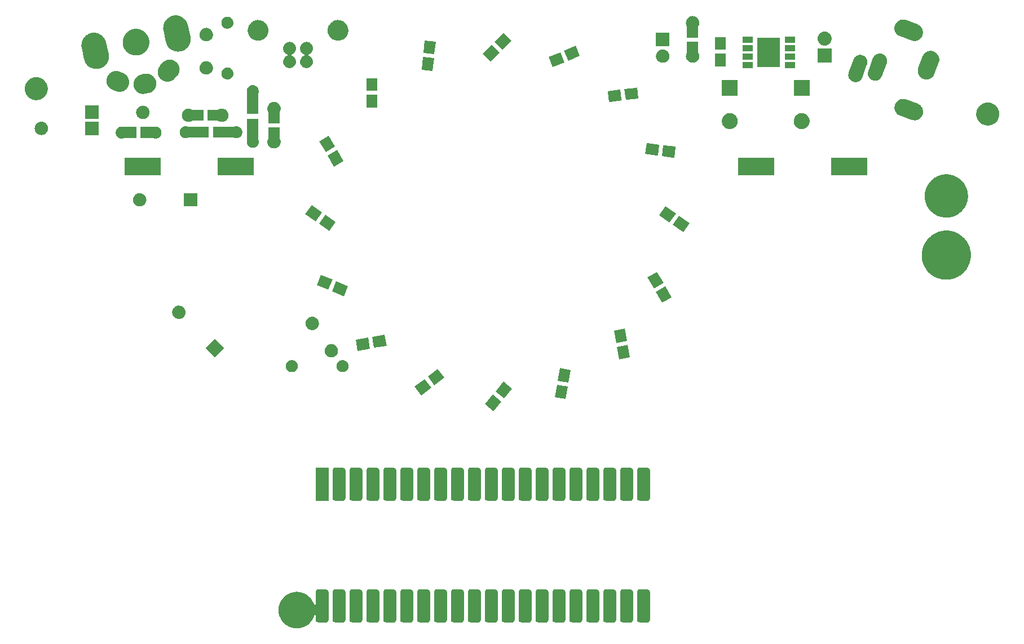
<source format=gbs>
G04 #@! TF.GenerationSoftware,KiCad,Pcbnew,(5.1.0-998-gf550ecaf1)*
G04 #@! TF.CreationDate,2019-07-12T21:52:33-07:00*
G04 #@! TF.ProjectId,Stylish-Belt-Synth - Full,5374796c-6973-4682-9d42-656c742d5379,rev?*
G04 #@! TF.SameCoordinates,Original*
G04 #@! TF.FileFunction,Soldermask,Bot*
G04 #@! TF.FilePolarity,Negative*
%FSLAX46Y46*%
G04 Gerber Fmt 4.6, Leading zero omitted, Abs format (unit mm)*
G04 Created by KiCad (PCBNEW (5.1.0-998-gf550ecaf1)) date 2019-07-12 21:52:33*
%MOMM*%
%LPD*%
G04 APERTURE LIST*
%ADD10C,0.100000*%
G04 APERTURE END LIST*
D10*
G36*
X122830094Y-141675651D02*
G01*
X122934335Y-141720929D01*
X123022498Y-141792654D01*
X123088036Y-141885501D01*
X123126822Y-141994636D01*
X123136000Y-142083912D01*
X123136000Y-146203949D01*
X123119349Y-146325094D01*
X123074071Y-146429335D01*
X123002346Y-146517498D01*
X122909499Y-146583036D01*
X122800364Y-146621822D01*
X122711088Y-146631000D01*
X121639051Y-146631000D01*
X121517906Y-146614349D01*
X121413665Y-146569071D01*
X121325502Y-146497346D01*
X121259964Y-146404499D01*
X121221178Y-146295364D01*
X121212000Y-146206088D01*
X121212000Y-145671287D01*
X121192157Y-145603707D01*
X121138927Y-145557584D01*
X121069212Y-145547560D01*
X121005144Y-145576819D01*
X120974932Y-145622086D01*
X120967156Y-145651004D01*
X120938209Y-145722830D01*
X120914307Y-145794893D01*
X120876982Y-145874754D01*
X120843663Y-145957430D01*
X120808567Y-146021136D01*
X120778483Y-146085506D01*
X120729503Y-146164656D01*
X120684250Y-146246801D01*
X120644508Y-146302007D01*
X120609679Y-146358289D01*
X120548737Y-146435040D01*
X120491229Y-146514925D01*
X120448332Y-146561493D01*
X120410205Y-146609512D01*
X120337226Y-146682110D01*
X120267394Y-146757919D01*
X120222797Y-146795941D01*
X120182777Y-146835752D01*
X120097913Y-146902414D01*
X120015987Y-146972261D01*
X119971089Y-147002035D01*
X119930506Y-147033913D01*
X119834154Y-147092842D01*
X119740651Y-147154848D01*
X119696741Y-147176884D01*
X119656845Y-147201285D01*
X119549640Y-147250708D01*
X119445374Y-147303034D01*
X119403614Y-147318027D01*
X119365520Y-147335589D01*
X119248351Y-147373772D01*
X119134432Y-147414673D01*
X119095802Y-147423485D01*
X119060522Y-147434982D01*
X118934558Y-147460267D01*
X118812331Y-147488148D01*
X118777650Y-147491763D01*
X118746013Y-147498113D01*
X118612619Y-147508962D01*
X118483736Y-147522395D01*
X118453608Y-147521895D01*
X118426270Y-147524119D01*
X118286930Y-147519132D01*
X118153406Y-147516918D01*
X118128278Y-147513454D01*
X118105687Y-147512645D01*
X117961963Y-147490523D01*
X117826126Y-147471795D01*
X117806195Y-147466548D01*
X117788636Y-147463845D01*
X117642109Y-147423348D01*
X117506638Y-147387681D01*
X117491911Y-147381835D01*
X117479438Y-147378388D01*
X117331124Y-147318013D01*
X117199569Y-147265794D01*
X117189834Y-147260497D01*
X117182321Y-147257439D01*
X117031069Y-147174115D01*
X116909367Y-147107899D01*
X116904225Y-147104238D01*
X116901346Y-147102652D01*
X116725361Y-146976891D01*
X116640236Y-146916284D01*
X116562886Y-146845777D01*
X116402894Y-146700451D01*
X116400735Y-146697972D01*
X116396075Y-146693724D01*
X116305724Y-146588867D01*
X116192233Y-146458540D01*
X116187653Y-146451838D01*
X116180419Y-146443443D01*
X116101588Y-146325909D01*
X116011222Y-146193686D01*
X116005216Y-146182221D01*
X115996393Y-146169067D01*
X115932939Y-146044261D01*
X115862358Y-145909539D01*
X115856002Y-145892937D01*
X115846663Y-145874569D01*
X115799643Y-145745733D01*
X115747657Y-145609950D01*
X115742095Y-145588050D01*
X115733397Y-145564217D01*
X115703014Y-145434170D01*
X115668693Y-145299030D01*
X115665089Y-145271838D01*
X115658236Y-145242505D01*
X115644130Y-145113702D01*
X115626545Y-144981026D01*
X115626066Y-144948768D01*
X115622269Y-144914093D01*
X115623692Y-144788684D01*
X115621787Y-144660274D01*
X115625567Y-144623377D01*
X115626017Y-144583739D01*
X115641927Y-144463703D01*
X115654483Y-144341151D01*
X115663596Y-144300214D01*
X115669426Y-144256228D01*
X115698532Y-144143276D01*
X115724187Y-144028031D01*
X115739610Y-143983867D01*
X115751866Y-143936304D01*
X115792696Y-143831850D01*
X115829948Y-143725176D01*
X115852541Y-143678752D01*
X115872144Y-143628601D01*
X115923079Y-143533807D01*
X115970320Y-143436733D01*
X116000786Y-143389186D01*
X116028517Y-143337576D01*
X116087842Y-143253321D01*
X116143392Y-143166627D01*
X116182276Y-143119204D01*
X116218720Y-143067446D01*
X116284636Y-142994367D01*
X116346783Y-142918573D01*
X116394433Y-142872638D01*
X116439998Y-142822122D01*
X116510741Y-142760518D01*
X116577743Y-142695928D01*
X116634297Y-142652923D01*
X116689147Y-142605159D01*
X116762906Y-142555126D01*
X116833085Y-142501761D01*
X116898477Y-142463165D01*
X116962556Y-142419699D01*
X117037648Y-142381024D01*
X117109343Y-142338708D01*
X117183242Y-142306037D01*
X117256265Y-142268428D01*
X117331080Y-142240679D01*
X117402743Y-142208997D01*
X117484624Y-142183729D01*
X117566020Y-142153539D01*
X117639057Y-142136072D01*
X117709265Y-142114406D01*
X117798358Y-142097974D01*
X117887334Y-142076695D01*
X117957271Y-142068665D01*
X118024741Y-142056221D01*
X118120059Y-142049974D01*
X118215553Y-142039009D01*
X118281228Y-142039410D01*
X118344838Y-142035241D01*
X118445182Y-142040412D01*
X118545922Y-142041027D01*
X118606378Y-142048718D01*
X118665200Y-142051749D01*
X118769169Y-142069428D01*
X118873656Y-142082720D01*
X118928171Y-142096464D01*
X118981449Y-142105523D01*
X119087431Y-142136615D01*
X119194008Y-142163484D01*
X119242067Y-142181980D01*
X119289266Y-142195827D01*
X119395538Y-142241046D01*
X119502336Y-142282149D01*
X119543635Y-142304062D01*
X119584446Y-142321427D01*
X119689152Y-142381271D01*
X119794176Y-142436996D01*
X119828653Y-142461003D01*
X119862960Y-142480611D01*
X119964173Y-142555368D01*
X120065298Y-142625783D01*
X120093084Y-142650583D01*
X120120988Y-142671193D01*
X120216656Y-142760875D01*
X120311777Y-142845773D01*
X120333253Y-142870175D01*
X120355028Y-142890588D01*
X120443099Y-142994991D01*
X120530042Y-143093782D01*
X120545740Y-143116666D01*
X120561866Y-143135782D01*
X120640307Y-143254518D01*
X120716931Y-143366216D01*
X120727569Y-143386608D01*
X120738692Y-143403445D01*
X120805590Y-143536167D01*
X120869737Y-143659130D01*
X120876160Y-143676174D01*
X120883077Y-143689896D01*
X120936524Y-143836343D01*
X120971785Y-143929905D01*
X121011387Y-143983593D01*
X121077204Y-144008672D01*
X121146131Y-143994187D01*
X121196284Y-143944737D01*
X121212000Y-143884058D01*
X121212000Y-142086051D01*
X121228651Y-141964906D01*
X121273929Y-141860665D01*
X121345654Y-141772502D01*
X121438501Y-141706964D01*
X121547636Y-141668178D01*
X121636912Y-141659000D01*
X122708949Y-141659000D01*
X122830094Y-141675651D01*
X122830094Y-141675651D01*
G37*
G36*
X143150094Y-141675651D02*
G01*
X143254335Y-141720929D01*
X143342498Y-141792654D01*
X143408036Y-141885501D01*
X143446822Y-141994636D01*
X143456000Y-142083912D01*
X143456000Y-146203949D01*
X143439349Y-146325094D01*
X143394071Y-146429335D01*
X143322346Y-146517498D01*
X143229499Y-146583036D01*
X143120364Y-146621822D01*
X143031088Y-146631000D01*
X141959051Y-146631000D01*
X141837906Y-146614349D01*
X141733665Y-146569071D01*
X141645502Y-146497346D01*
X141579964Y-146404499D01*
X141541178Y-146295364D01*
X141532000Y-146206088D01*
X141532000Y-142086051D01*
X141548651Y-141964906D01*
X141593929Y-141860665D01*
X141665654Y-141772502D01*
X141758501Y-141706964D01*
X141867636Y-141668178D01*
X141956912Y-141659000D01*
X143028949Y-141659000D01*
X143150094Y-141675651D01*
X143150094Y-141675651D01*
G37*
G36*
X168550094Y-141675651D02*
G01*
X168654335Y-141720929D01*
X168742498Y-141792654D01*
X168808036Y-141885501D01*
X168846822Y-141994636D01*
X168856000Y-142083912D01*
X168856000Y-146203949D01*
X168839349Y-146325094D01*
X168794071Y-146429335D01*
X168722346Y-146517498D01*
X168629499Y-146583036D01*
X168520364Y-146621822D01*
X168431088Y-146631000D01*
X167359051Y-146631000D01*
X167237906Y-146614349D01*
X167133665Y-146569071D01*
X167045502Y-146497346D01*
X166979964Y-146404499D01*
X166941178Y-146295364D01*
X166932000Y-146206088D01*
X166932000Y-142086051D01*
X166948651Y-141964906D01*
X166993929Y-141860665D01*
X167065654Y-141772502D01*
X167158501Y-141706964D01*
X167267636Y-141668178D01*
X167356912Y-141659000D01*
X168428949Y-141659000D01*
X168550094Y-141675651D01*
X168550094Y-141675651D01*
G37*
G36*
X166010094Y-141675651D02*
G01*
X166114335Y-141720929D01*
X166202498Y-141792654D01*
X166268036Y-141885501D01*
X166306822Y-141994636D01*
X166316000Y-142083912D01*
X166316000Y-146203949D01*
X166299349Y-146325094D01*
X166254071Y-146429335D01*
X166182346Y-146517498D01*
X166089499Y-146583036D01*
X165980364Y-146621822D01*
X165891088Y-146631000D01*
X164819051Y-146631000D01*
X164697906Y-146614349D01*
X164593665Y-146569071D01*
X164505502Y-146497346D01*
X164439964Y-146404499D01*
X164401178Y-146295364D01*
X164392000Y-146206088D01*
X164392000Y-142086051D01*
X164408651Y-141964906D01*
X164453929Y-141860665D01*
X164525654Y-141772502D01*
X164618501Y-141706964D01*
X164727636Y-141668178D01*
X164816912Y-141659000D01*
X165888949Y-141659000D01*
X166010094Y-141675651D01*
X166010094Y-141675651D01*
G37*
G36*
X163470094Y-141675651D02*
G01*
X163574335Y-141720929D01*
X163662498Y-141792654D01*
X163728036Y-141885501D01*
X163766822Y-141994636D01*
X163776000Y-142083912D01*
X163776000Y-146203949D01*
X163759349Y-146325094D01*
X163714071Y-146429335D01*
X163642346Y-146517498D01*
X163549499Y-146583036D01*
X163440364Y-146621822D01*
X163351088Y-146631000D01*
X162279051Y-146631000D01*
X162157906Y-146614349D01*
X162053665Y-146569071D01*
X161965502Y-146497346D01*
X161899964Y-146404499D01*
X161861178Y-146295364D01*
X161852000Y-146206088D01*
X161852000Y-142086051D01*
X161868651Y-141964906D01*
X161913929Y-141860665D01*
X161985654Y-141772502D01*
X162078501Y-141706964D01*
X162187636Y-141668178D01*
X162276912Y-141659000D01*
X163348949Y-141659000D01*
X163470094Y-141675651D01*
X163470094Y-141675651D01*
G37*
G36*
X160930094Y-141675651D02*
G01*
X161034335Y-141720929D01*
X161122498Y-141792654D01*
X161188036Y-141885501D01*
X161226822Y-141994636D01*
X161236000Y-142083912D01*
X161236000Y-146203949D01*
X161219349Y-146325094D01*
X161174071Y-146429335D01*
X161102346Y-146517498D01*
X161009499Y-146583036D01*
X160900364Y-146621822D01*
X160811088Y-146631000D01*
X159739051Y-146631000D01*
X159617906Y-146614349D01*
X159513665Y-146569071D01*
X159425502Y-146497346D01*
X159359964Y-146404499D01*
X159321178Y-146295364D01*
X159312000Y-146206088D01*
X159312000Y-142086051D01*
X159328651Y-141964906D01*
X159373929Y-141860665D01*
X159445654Y-141772502D01*
X159538501Y-141706964D01*
X159647636Y-141668178D01*
X159736912Y-141659000D01*
X160808949Y-141659000D01*
X160930094Y-141675651D01*
X160930094Y-141675651D01*
G37*
G36*
X158390094Y-141675651D02*
G01*
X158494335Y-141720929D01*
X158582498Y-141792654D01*
X158648036Y-141885501D01*
X158686822Y-141994636D01*
X158696000Y-142083912D01*
X158696000Y-146203949D01*
X158679349Y-146325094D01*
X158634071Y-146429335D01*
X158562346Y-146517498D01*
X158469499Y-146583036D01*
X158360364Y-146621822D01*
X158271088Y-146631000D01*
X157199051Y-146631000D01*
X157077906Y-146614349D01*
X156973665Y-146569071D01*
X156885502Y-146497346D01*
X156819964Y-146404499D01*
X156781178Y-146295364D01*
X156772000Y-146206088D01*
X156772000Y-142086051D01*
X156788651Y-141964906D01*
X156833929Y-141860665D01*
X156905654Y-141772502D01*
X156998501Y-141706964D01*
X157107636Y-141668178D01*
X157196912Y-141659000D01*
X158268949Y-141659000D01*
X158390094Y-141675651D01*
X158390094Y-141675651D01*
G37*
G36*
X155850094Y-141675651D02*
G01*
X155954335Y-141720929D01*
X156042498Y-141792654D01*
X156108036Y-141885501D01*
X156146822Y-141994636D01*
X156156000Y-142083912D01*
X156156000Y-146203949D01*
X156139349Y-146325094D01*
X156094071Y-146429335D01*
X156022346Y-146517498D01*
X155929499Y-146583036D01*
X155820364Y-146621822D01*
X155731088Y-146631000D01*
X154659051Y-146631000D01*
X154537906Y-146614349D01*
X154433665Y-146569071D01*
X154345502Y-146497346D01*
X154279964Y-146404499D01*
X154241178Y-146295364D01*
X154232000Y-146206088D01*
X154232000Y-142086051D01*
X154248651Y-141964906D01*
X154293929Y-141860665D01*
X154365654Y-141772502D01*
X154458501Y-141706964D01*
X154567636Y-141668178D01*
X154656912Y-141659000D01*
X155728949Y-141659000D01*
X155850094Y-141675651D01*
X155850094Y-141675651D01*
G37*
G36*
X153310094Y-141675651D02*
G01*
X153414335Y-141720929D01*
X153502498Y-141792654D01*
X153568036Y-141885501D01*
X153606822Y-141994636D01*
X153616000Y-142083912D01*
X153616000Y-146203949D01*
X153599349Y-146325094D01*
X153554071Y-146429335D01*
X153482346Y-146517498D01*
X153389499Y-146583036D01*
X153280364Y-146621822D01*
X153191088Y-146631000D01*
X152119051Y-146631000D01*
X151997906Y-146614349D01*
X151893665Y-146569071D01*
X151805502Y-146497346D01*
X151739964Y-146404499D01*
X151701178Y-146295364D01*
X151692000Y-146206088D01*
X151692000Y-142086051D01*
X151708651Y-141964906D01*
X151753929Y-141860665D01*
X151825654Y-141772502D01*
X151918501Y-141706964D01*
X152027636Y-141668178D01*
X152116912Y-141659000D01*
X153188949Y-141659000D01*
X153310094Y-141675651D01*
X153310094Y-141675651D01*
G37*
G36*
X150770094Y-141675651D02*
G01*
X150874335Y-141720929D01*
X150962498Y-141792654D01*
X151028036Y-141885501D01*
X151066822Y-141994636D01*
X151076000Y-142083912D01*
X151076000Y-146203949D01*
X151059349Y-146325094D01*
X151014071Y-146429335D01*
X150942346Y-146517498D01*
X150849499Y-146583036D01*
X150740364Y-146621822D01*
X150651088Y-146631000D01*
X149579051Y-146631000D01*
X149457906Y-146614349D01*
X149353665Y-146569071D01*
X149265502Y-146497346D01*
X149199964Y-146404499D01*
X149161178Y-146295364D01*
X149152000Y-146206088D01*
X149152000Y-142086051D01*
X149168651Y-141964906D01*
X149213929Y-141860665D01*
X149285654Y-141772502D01*
X149378501Y-141706964D01*
X149487636Y-141668178D01*
X149576912Y-141659000D01*
X150648949Y-141659000D01*
X150770094Y-141675651D01*
X150770094Y-141675651D01*
G37*
G36*
X148230094Y-141675651D02*
G01*
X148334335Y-141720929D01*
X148422498Y-141792654D01*
X148488036Y-141885501D01*
X148526822Y-141994636D01*
X148536000Y-142083912D01*
X148536000Y-146203949D01*
X148519349Y-146325094D01*
X148474071Y-146429335D01*
X148402346Y-146517498D01*
X148309499Y-146583036D01*
X148200364Y-146621822D01*
X148111088Y-146631000D01*
X147039051Y-146631000D01*
X146917906Y-146614349D01*
X146813665Y-146569071D01*
X146725502Y-146497346D01*
X146659964Y-146404499D01*
X146621178Y-146295364D01*
X146612000Y-146206088D01*
X146612000Y-142086051D01*
X146628651Y-141964906D01*
X146673929Y-141860665D01*
X146745654Y-141772502D01*
X146838501Y-141706964D01*
X146947636Y-141668178D01*
X147036912Y-141659000D01*
X148108949Y-141659000D01*
X148230094Y-141675651D01*
X148230094Y-141675651D01*
G37*
G36*
X171090094Y-141675651D02*
G01*
X171194335Y-141720929D01*
X171282498Y-141792654D01*
X171348036Y-141885501D01*
X171386822Y-141994636D01*
X171396000Y-142083912D01*
X171396000Y-146203949D01*
X171379349Y-146325094D01*
X171334071Y-146429335D01*
X171262346Y-146517498D01*
X171169499Y-146583036D01*
X171060364Y-146621822D01*
X170971088Y-146631000D01*
X169899051Y-146631000D01*
X169777906Y-146614349D01*
X169673665Y-146569071D01*
X169585502Y-146497346D01*
X169519964Y-146404499D01*
X169481178Y-146295364D01*
X169472000Y-146206088D01*
X169472000Y-142086051D01*
X169488651Y-141964906D01*
X169533929Y-141860665D01*
X169605654Y-141772502D01*
X169698501Y-141706964D01*
X169807636Y-141668178D01*
X169896912Y-141659000D01*
X170968949Y-141659000D01*
X171090094Y-141675651D01*
X171090094Y-141675651D01*
G37*
G36*
X140610094Y-141675651D02*
G01*
X140714335Y-141720929D01*
X140802498Y-141792654D01*
X140868036Y-141885501D01*
X140906822Y-141994636D01*
X140916000Y-142083912D01*
X140916000Y-146203949D01*
X140899349Y-146325094D01*
X140854071Y-146429335D01*
X140782346Y-146517498D01*
X140689499Y-146583036D01*
X140580364Y-146621822D01*
X140491088Y-146631000D01*
X139419051Y-146631000D01*
X139297906Y-146614349D01*
X139193665Y-146569071D01*
X139105502Y-146497346D01*
X139039964Y-146404499D01*
X139001178Y-146295364D01*
X138992000Y-146206088D01*
X138992000Y-142086051D01*
X139008651Y-141964906D01*
X139053929Y-141860665D01*
X139125654Y-141772502D01*
X139218501Y-141706964D01*
X139327636Y-141668178D01*
X139416912Y-141659000D01*
X140488949Y-141659000D01*
X140610094Y-141675651D01*
X140610094Y-141675651D01*
G37*
G36*
X138070094Y-141675651D02*
G01*
X138174335Y-141720929D01*
X138262498Y-141792654D01*
X138328036Y-141885501D01*
X138366822Y-141994636D01*
X138376000Y-142083912D01*
X138376000Y-146203949D01*
X138359349Y-146325094D01*
X138314071Y-146429335D01*
X138242346Y-146517498D01*
X138149499Y-146583036D01*
X138040364Y-146621822D01*
X137951088Y-146631000D01*
X136879051Y-146631000D01*
X136757906Y-146614349D01*
X136653665Y-146569071D01*
X136565502Y-146497346D01*
X136499964Y-146404499D01*
X136461178Y-146295364D01*
X136452000Y-146206088D01*
X136452000Y-142086051D01*
X136468651Y-141964906D01*
X136513929Y-141860665D01*
X136585654Y-141772502D01*
X136678501Y-141706964D01*
X136787636Y-141668178D01*
X136876912Y-141659000D01*
X137948949Y-141659000D01*
X138070094Y-141675651D01*
X138070094Y-141675651D01*
G37*
G36*
X135530094Y-141675651D02*
G01*
X135634335Y-141720929D01*
X135722498Y-141792654D01*
X135788036Y-141885501D01*
X135826822Y-141994636D01*
X135836000Y-142083912D01*
X135836000Y-146203949D01*
X135819349Y-146325094D01*
X135774071Y-146429335D01*
X135702346Y-146517498D01*
X135609499Y-146583036D01*
X135500364Y-146621822D01*
X135411088Y-146631000D01*
X134339051Y-146631000D01*
X134217906Y-146614349D01*
X134113665Y-146569071D01*
X134025502Y-146497346D01*
X133959964Y-146404499D01*
X133921178Y-146295364D01*
X133912000Y-146206088D01*
X133912000Y-142086051D01*
X133928651Y-141964906D01*
X133973929Y-141860665D01*
X134045654Y-141772502D01*
X134138501Y-141706964D01*
X134247636Y-141668178D01*
X134336912Y-141659000D01*
X135408949Y-141659000D01*
X135530094Y-141675651D01*
X135530094Y-141675651D01*
G37*
G36*
X132990094Y-141675651D02*
G01*
X133094335Y-141720929D01*
X133182498Y-141792654D01*
X133248036Y-141885501D01*
X133286822Y-141994636D01*
X133296000Y-142083912D01*
X133296000Y-146203949D01*
X133279349Y-146325094D01*
X133234071Y-146429335D01*
X133162346Y-146517498D01*
X133069499Y-146583036D01*
X132960364Y-146621822D01*
X132871088Y-146631000D01*
X131799051Y-146631000D01*
X131677906Y-146614349D01*
X131573665Y-146569071D01*
X131485502Y-146497346D01*
X131419964Y-146404499D01*
X131381178Y-146295364D01*
X131372000Y-146206088D01*
X131372000Y-142086051D01*
X131388651Y-141964906D01*
X131433929Y-141860665D01*
X131505654Y-141772502D01*
X131598501Y-141706964D01*
X131707636Y-141668178D01*
X131796912Y-141659000D01*
X132868949Y-141659000D01*
X132990094Y-141675651D01*
X132990094Y-141675651D01*
G37*
G36*
X130450094Y-141675651D02*
G01*
X130554335Y-141720929D01*
X130642498Y-141792654D01*
X130708036Y-141885501D01*
X130746822Y-141994636D01*
X130756000Y-142083912D01*
X130756000Y-146203949D01*
X130739349Y-146325094D01*
X130694071Y-146429335D01*
X130622346Y-146517498D01*
X130529499Y-146583036D01*
X130420364Y-146621822D01*
X130331088Y-146631000D01*
X129259051Y-146631000D01*
X129137906Y-146614349D01*
X129033665Y-146569071D01*
X128945502Y-146497346D01*
X128879964Y-146404499D01*
X128841178Y-146295364D01*
X128832000Y-146206088D01*
X128832000Y-142086051D01*
X128848651Y-141964906D01*
X128893929Y-141860665D01*
X128965654Y-141772502D01*
X129058501Y-141706964D01*
X129167636Y-141668178D01*
X129256912Y-141659000D01*
X130328949Y-141659000D01*
X130450094Y-141675651D01*
X130450094Y-141675651D01*
G37*
G36*
X127910094Y-141675651D02*
G01*
X128014335Y-141720929D01*
X128102498Y-141792654D01*
X128168036Y-141885501D01*
X128206822Y-141994636D01*
X128216000Y-142083912D01*
X128216000Y-146203949D01*
X128199349Y-146325094D01*
X128154071Y-146429335D01*
X128082346Y-146517498D01*
X127989499Y-146583036D01*
X127880364Y-146621822D01*
X127791088Y-146631000D01*
X126719051Y-146631000D01*
X126597906Y-146614349D01*
X126493665Y-146569071D01*
X126405502Y-146497346D01*
X126339964Y-146404499D01*
X126301178Y-146295364D01*
X126292000Y-146206088D01*
X126292000Y-142086051D01*
X126308651Y-141964906D01*
X126353929Y-141860665D01*
X126425654Y-141772502D01*
X126518501Y-141706964D01*
X126627636Y-141668178D01*
X126716912Y-141659000D01*
X127788949Y-141659000D01*
X127910094Y-141675651D01*
X127910094Y-141675651D01*
G37*
G36*
X125370094Y-141675651D02*
G01*
X125474335Y-141720929D01*
X125562498Y-141792654D01*
X125628036Y-141885501D01*
X125666822Y-141994636D01*
X125676000Y-142083912D01*
X125676000Y-146203949D01*
X125659349Y-146325094D01*
X125614071Y-146429335D01*
X125542346Y-146517498D01*
X125449499Y-146583036D01*
X125340364Y-146621822D01*
X125251088Y-146631000D01*
X124179051Y-146631000D01*
X124057906Y-146614349D01*
X123953665Y-146569071D01*
X123865502Y-146497346D01*
X123799964Y-146404499D01*
X123761178Y-146295364D01*
X123752000Y-146206088D01*
X123752000Y-142086051D01*
X123768651Y-141964906D01*
X123813929Y-141860665D01*
X123885654Y-141772502D01*
X123978501Y-141706964D01*
X124087636Y-141668178D01*
X124176912Y-141659000D01*
X125248949Y-141659000D01*
X125370094Y-141675651D01*
X125370094Y-141675651D01*
G37*
G36*
X145690094Y-141675651D02*
G01*
X145794335Y-141720929D01*
X145882498Y-141792654D01*
X145948036Y-141885501D01*
X145986822Y-141994636D01*
X145996000Y-142083912D01*
X145996000Y-146203949D01*
X145979349Y-146325094D01*
X145934071Y-146429335D01*
X145862346Y-146517498D01*
X145769499Y-146583036D01*
X145660364Y-146621822D01*
X145571088Y-146631000D01*
X144499051Y-146631000D01*
X144377906Y-146614349D01*
X144273665Y-146569071D01*
X144185502Y-146497346D01*
X144119964Y-146404499D01*
X144081178Y-146295364D01*
X144072000Y-146206088D01*
X144072000Y-142086051D01*
X144088651Y-141964906D01*
X144133929Y-141860665D01*
X144205654Y-141772502D01*
X144298501Y-141706964D01*
X144407636Y-141668178D01*
X144496912Y-141659000D01*
X145568949Y-141659000D01*
X145690094Y-141675651D01*
X145690094Y-141675651D01*
G37*
G36*
X143150094Y-123387651D02*
G01*
X143254335Y-123432929D01*
X143342498Y-123504654D01*
X143408036Y-123597501D01*
X143446822Y-123706636D01*
X143456000Y-123795912D01*
X143456000Y-127915949D01*
X143439349Y-128037094D01*
X143394071Y-128141335D01*
X143322346Y-128229498D01*
X143229499Y-128295036D01*
X143120364Y-128333822D01*
X143031088Y-128343000D01*
X141959051Y-128343000D01*
X141837906Y-128326349D01*
X141733665Y-128281071D01*
X141645502Y-128209346D01*
X141579964Y-128116499D01*
X141541178Y-128007364D01*
X141532000Y-127918088D01*
X141532000Y-123798051D01*
X141548651Y-123676906D01*
X141593929Y-123572665D01*
X141665654Y-123484502D01*
X141758501Y-123418964D01*
X141867636Y-123380178D01*
X141956912Y-123371000D01*
X143028949Y-123371000D01*
X143150094Y-123387651D01*
X143150094Y-123387651D01*
G37*
G36*
X171090094Y-123387651D02*
G01*
X171194335Y-123432929D01*
X171282498Y-123504654D01*
X171348036Y-123597501D01*
X171386822Y-123706636D01*
X171396000Y-123795912D01*
X171396000Y-127915949D01*
X171379349Y-128037094D01*
X171334071Y-128141335D01*
X171262346Y-128229498D01*
X171169499Y-128295036D01*
X171060364Y-128333822D01*
X170971088Y-128343000D01*
X169899051Y-128343000D01*
X169777906Y-128326349D01*
X169673665Y-128281071D01*
X169585502Y-128209346D01*
X169519964Y-128116499D01*
X169481178Y-128007364D01*
X169472000Y-127918088D01*
X169472000Y-123798051D01*
X169488651Y-123676906D01*
X169533929Y-123572665D01*
X169605654Y-123484502D01*
X169698501Y-123418964D01*
X169807636Y-123380178D01*
X169896912Y-123371000D01*
X170968949Y-123371000D01*
X171090094Y-123387651D01*
X171090094Y-123387651D01*
G37*
G36*
X168550094Y-123387651D02*
G01*
X168654335Y-123432929D01*
X168742498Y-123504654D01*
X168808036Y-123597501D01*
X168846822Y-123706636D01*
X168856000Y-123795912D01*
X168856000Y-127915949D01*
X168839349Y-128037094D01*
X168794071Y-128141335D01*
X168722346Y-128229498D01*
X168629499Y-128295036D01*
X168520364Y-128333822D01*
X168431088Y-128343000D01*
X167359051Y-128343000D01*
X167237906Y-128326349D01*
X167133665Y-128281071D01*
X167045502Y-128209346D01*
X166979964Y-128116499D01*
X166941178Y-128007364D01*
X166932000Y-127918088D01*
X166932000Y-123798051D01*
X166948651Y-123676906D01*
X166993929Y-123572665D01*
X167065654Y-123484502D01*
X167158501Y-123418964D01*
X167267636Y-123380178D01*
X167356912Y-123371000D01*
X168428949Y-123371000D01*
X168550094Y-123387651D01*
X168550094Y-123387651D01*
G37*
G36*
X166010094Y-123387651D02*
G01*
X166114335Y-123432929D01*
X166202498Y-123504654D01*
X166268036Y-123597501D01*
X166306822Y-123706636D01*
X166316000Y-123795912D01*
X166316000Y-127915949D01*
X166299349Y-128037094D01*
X166254071Y-128141335D01*
X166182346Y-128229498D01*
X166089499Y-128295036D01*
X165980364Y-128333822D01*
X165891088Y-128343000D01*
X164819051Y-128343000D01*
X164697906Y-128326349D01*
X164593665Y-128281071D01*
X164505502Y-128209346D01*
X164439964Y-128116499D01*
X164401178Y-128007364D01*
X164392000Y-127918088D01*
X164392000Y-123798051D01*
X164408651Y-123676906D01*
X164453929Y-123572665D01*
X164525654Y-123484502D01*
X164618501Y-123418964D01*
X164727636Y-123380178D01*
X164816912Y-123371000D01*
X165888949Y-123371000D01*
X166010094Y-123387651D01*
X166010094Y-123387651D01*
G37*
G36*
X163470094Y-123387651D02*
G01*
X163574335Y-123432929D01*
X163662498Y-123504654D01*
X163728036Y-123597501D01*
X163766822Y-123706636D01*
X163776000Y-123795912D01*
X163776000Y-127915949D01*
X163759349Y-128037094D01*
X163714071Y-128141335D01*
X163642346Y-128229498D01*
X163549499Y-128295036D01*
X163440364Y-128333822D01*
X163351088Y-128343000D01*
X162279051Y-128343000D01*
X162157906Y-128326349D01*
X162053665Y-128281071D01*
X161965502Y-128209346D01*
X161899964Y-128116499D01*
X161861178Y-128007364D01*
X161852000Y-127918088D01*
X161852000Y-123798051D01*
X161868651Y-123676906D01*
X161913929Y-123572665D01*
X161985654Y-123484502D01*
X162078501Y-123418964D01*
X162187636Y-123380178D01*
X162276912Y-123371000D01*
X163348949Y-123371000D01*
X163470094Y-123387651D01*
X163470094Y-123387651D01*
G37*
G36*
X160930094Y-123387651D02*
G01*
X161034335Y-123432929D01*
X161122498Y-123504654D01*
X161188036Y-123597501D01*
X161226822Y-123706636D01*
X161236000Y-123795912D01*
X161236000Y-127915949D01*
X161219349Y-128037094D01*
X161174071Y-128141335D01*
X161102346Y-128229498D01*
X161009499Y-128295036D01*
X160900364Y-128333822D01*
X160811088Y-128343000D01*
X159739051Y-128343000D01*
X159617906Y-128326349D01*
X159513665Y-128281071D01*
X159425502Y-128209346D01*
X159359964Y-128116499D01*
X159321178Y-128007364D01*
X159312000Y-127918088D01*
X159312000Y-123798051D01*
X159328651Y-123676906D01*
X159373929Y-123572665D01*
X159445654Y-123484502D01*
X159538501Y-123418964D01*
X159647636Y-123380178D01*
X159736912Y-123371000D01*
X160808949Y-123371000D01*
X160930094Y-123387651D01*
X160930094Y-123387651D01*
G37*
G36*
X158390094Y-123387651D02*
G01*
X158494335Y-123432929D01*
X158582498Y-123504654D01*
X158648036Y-123597501D01*
X158686822Y-123706636D01*
X158696000Y-123795912D01*
X158696000Y-127915949D01*
X158679349Y-128037094D01*
X158634071Y-128141335D01*
X158562346Y-128229498D01*
X158469499Y-128295036D01*
X158360364Y-128333822D01*
X158271088Y-128343000D01*
X157199051Y-128343000D01*
X157077906Y-128326349D01*
X156973665Y-128281071D01*
X156885502Y-128209346D01*
X156819964Y-128116499D01*
X156781178Y-128007364D01*
X156772000Y-127918088D01*
X156772000Y-123798051D01*
X156788651Y-123676906D01*
X156833929Y-123572665D01*
X156905654Y-123484502D01*
X156998501Y-123418964D01*
X157107636Y-123380178D01*
X157196912Y-123371000D01*
X158268949Y-123371000D01*
X158390094Y-123387651D01*
X158390094Y-123387651D01*
G37*
G36*
X155850094Y-123387651D02*
G01*
X155954335Y-123432929D01*
X156042498Y-123504654D01*
X156108036Y-123597501D01*
X156146822Y-123706636D01*
X156156000Y-123795912D01*
X156156000Y-127915949D01*
X156139349Y-128037094D01*
X156094071Y-128141335D01*
X156022346Y-128229498D01*
X155929499Y-128295036D01*
X155820364Y-128333822D01*
X155731088Y-128343000D01*
X154659051Y-128343000D01*
X154537906Y-128326349D01*
X154433665Y-128281071D01*
X154345502Y-128209346D01*
X154279964Y-128116499D01*
X154241178Y-128007364D01*
X154232000Y-127918088D01*
X154232000Y-123798051D01*
X154248651Y-123676906D01*
X154293929Y-123572665D01*
X154365654Y-123484502D01*
X154458501Y-123418964D01*
X154567636Y-123380178D01*
X154656912Y-123371000D01*
X155728949Y-123371000D01*
X155850094Y-123387651D01*
X155850094Y-123387651D01*
G37*
G36*
X153310094Y-123387651D02*
G01*
X153414335Y-123432929D01*
X153502498Y-123504654D01*
X153568036Y-123597501D01*
X153606822Y-123706636D01*
X153616000Y-123795912D01*
X153616000Y-127915949D01*
X153599349Y-128037094D01*
X153554071Y-128141335D01*
X153482346Y-128229498D01*
X153389499Y-128295036D01*
X153280364Y-128333822D01*
X153191088Y-128343000D01*
X152119051Y-128343000D01*
X151997906Y-128326349D01*
X151893665Y-128281071D01*
X151805502Y-128209346D01*
X151739964Y-128116499D01*
X151701178Y-128007364D01*
X151692000Y-127918088D01*
X151692000Y-123798051D01*
X151708651Y-123676906D01*
X151753929Y-123572665D01*
X151825654Y-123484502D01*
X151918501Y-123418964D01*
X152027636Y-123380178D01*
X152116912Y-123371000D01*
X153188949Y-123371000D01*
X153310094Y-123387651D01*
X153310094Y-123387651D01*
G37*
G36*
X150770094Y-123387651D02*
G01*
X150874335Y-123432929D01*
X150962498Y-123504654D01*
X151028036Y-123597501D01*
X151066822Y-123706636D01*
X151076000Y-123795912D01*
X151076000Y-127915949D01*
X151059349Y-128037094D01*
X151014071Y-128141335D01*
X150942346Y-128229498D01*
X150849499Y-128295036D01*
X150740364Y-128333822D01*
X150651088Y-128343000D01*
X149579051Y-128343000D01*
X149457906Y-128326349D01*
X149353665Y-128281071D01*
X149265502Y-128209346D01*
X149199964Y-128116499D01*
X149161178Y-128007364D01*
X149152000Y-127918088D01*
X149152000Y-123798051D01*
X149168651Y-123676906D01*
X149213929Y-123572665D01*
X149285654Y-123484502D01*
X149378501Y-123418964D01*
X149487636Y-123380178D01*
X149576912Y-123371000D01*
X150648949Y-123371000D01*
X150770094Y-123387651D01*
X150770094Y-123387651D01*
G37*
G36*
X135530094Y-123387651D02*
G01*
X135634335Y-123432929D01*
X135722498Y-123504654D01*
X135788036Y-123597501D01*
X135826822Y-123706636D01*
X135836000Y-123795912D01*
X135836000Y-127915949D01*
X135819349Y-128037094D01*
X135774071Y-128141335D01*
X135702346Y-128229498D01*
X135609499Y-128295036D01*
X135500364Y-128333822D01*
X135411088Y-128343000D01*
X134339051Y-128343000D01*
X134217906Y-128326349D01*
X134113665Y-128281071D01*
X134025502Y-128209346D01*
X133959964Y-128116499D01*
X133921178Y-128007364D01*
X133912000Y-127918088D01*
X133912000Y-123798051D01*
X133928651Y-123676906D01*
X133973929Y-123572665D01*
X134045654Y-123484502D01*
X134138501Y-123418964D01*
X134247636Y-123380178D01*
X134336912Y-123371000D01*
X135408949Y-123371000D01*
X135530094Y-123387651D01*
X135530094Y-123387651D01*
G37*
G36*
X145690094Y-123387651D02*
G01*
X145794335Y-123432929D01*
X145882498Y-123504654D01*
X145948036Y-123597501D01*
X145986822Y-123706636D01*
X145996000Y-123795912D01*
X145996000Y-127915949D01*
X145979349Y-128037094D01*
X145934071Y-128141335D01*
X145862346Y-128229498D01*
X145769499Y-128295036D01*
X145660364Y-128333822D01*
X145571088Y-128343000D01*
X144499051Y-128343000D01*
X144377906Y-128326349D01*
X144273665Y-128281071D01*
X144185502Y-128209346D01*
X144119964Y-128116499D01*
X144081178Y-128007364D01*
X144072000Y-127918088D01*
X144072000Y-123798051D01*
X144088651Y-123676906D01*
X144133929Y-123572665D01*
X144205654Y-123484502D01*
X144298501Y-123418964D01*
X144407636Y-123380178D01*
X144496912Y-123371000D01*
X145568949Y-123371000D01*
X145690094Y-123387651D01*
X145690094Y-123387651D01*
G37*
G36*
X140610094Y-123387651D02*
G01*
X140714335Y-123432929D01*
X140802498Y-123504654D01*
X140868036Y-123597501D01*
X140906822Y-123706636D01*
X140916000Y-123795912D01*
X140916000Y-127915949D01*
X140899349Y-128037094D01*
X140854071Y-128141335D01*
X140782346Y-128229498D01*
X140689499Y-128295036D01*
X140580364Y-128333822D01*
X140491088Y-128343000D01*
X139419051Y-128343000D01*
X139297906Y-128326349D01*
X139193665Y-128281071D01*
X139105502Y-128209346D01*
X139039964Y-128116499D01*
X139001178Y-128007364D01*
X138992000Y-127918088D01*
X138992000Y-123798051D01*
X139008651Y-123676906D01*
X139053929Y-123572665D01*
X139125654Y-123484502D01*
X139218501Y-123418964D01*
X139327636Y-123380178D01*
X139416912Y-123371000D01*
X140488949Y-123371000D01*
X140610094Y-123387651D01*
X140610094Y-123387651D01*
G37*
G36*
X138070094Y-123387651D02*
G01*
X138174335Y-123432929D01*
X138262498Y-123504654D01*
X138328036Y-123597501D01*
X138366822Y-123706636D01*
X138376000Y-123795912D01*
X138376000Y-127915949D01*
X138359349Y-128037094D01*
X138314071Y-128141335D01*
X138242346Y-128229498D01*
X138149499Y-128295036D01*
X138040364Y-128333822D01*
X137951088Y-128343000D01*
X136879051Y-128343000D01*
X136757906Y-128326349D01*
X136653665Y-128281071D01*
X136565502Y-128209346D01*
X136499964Y-128116499D01*
X136461178Y-128007364D01*
X136452000Y-127918088D01*
X136452000Y-123798051D01*
X136468651Y-123676906D01*
X136513929Y-123572665D01*
X136585654Y-123484502D01*
X136678501Y-123418964D01*
X136787636Y-123380178D01*
X136876912Y-123371000D01*
X137948949Y-123371000D01*
X138070094Y-123387651D01*
X138070094Y-123387651D01*
G37*
G36*
X132990094Y-123387651D02*
G01*
X133094335Y-123432929D01*
X133182498Y-123504654D01*
X133248036Y-123597501D01*
X133286822Y-123706636D01*
X133296000Y-123795912D01*
X133296000Y-127915949D01*
X133279349Y-128037094D01*
X133234071Y-128141335D01*
X133162346Y-128229498D01*
X133069499Y-128295036D01*
X132960364Y-128333822D01*
X132871088Y-128343000D01*
X131799051Y-128343000D01*
X131677906Y-128326349D01*
X131573665Y-128281071D01*
X131485502Y-128209346D01*
X131419964Y-128116499D01*
X131381178Y-128007364D01*
X131372000Y-127918088D01*
X131372000Y-123798051D01*
X131388651Y-123676906D01*
X131433929Y-123572665D01*
X131505654Y-123484502D01*
X131598501Y-123418964D01*
X131707636Y-123380178D01*
X131796912Y-123371000D01*
X132868949Y-123371000D01*
X132990094Y-123387651D01*
X132990094Y-123387651D01*
G37*
G36*
X130450094Y-123387651D02*
G01*
X130554335Y-123432929D01*
X130642498Y-123504654D01*
X130708036Y-123597501D01*
X130746822Y-123706636D01*
X130756000Y-123795912D01*
X130756000Y-127915949D01*
X130739349Y-128037094D01*
X130694071Y-128141335D01*
X130622346Y-128229498D01*
X130529499Y-128295036D01*
X130420364Y-128333822D01*
X130331088Y-128343000D01*
X129259051Y-128343000D01*
X129137906Y-128326349D01*
X129033665Y-128281071D01*
X128945502Y-128209346D01*
X128879964Y-128116499D01*
X128841178Y-128007364D01*
X128832000Y-127918088D01*
X128832000Y-123798051D01*
X128848651Y-123676906D01*
X128893929Y-123572665D01*
X128965654Y-123484502D01*
X129058501Y-123418964D01*
X129167636Y-123380178D01*
X129256912Y-123371000D01*
X130328949Y-123371000D01*
X130450094Y-123387651D01*
X130450094Y-123387651D01*
G37*
G36*
X127910094Y-123387651D02*
G01*
X128014335Y-123432929D01*
X128102498Y-123504654D01*
X128168036Y-123597501D01*
X128206822Y-123706636D01*
X128216000Y-123795912D01*
X128216000Y-127915949D01*
X128199349Y-128037094D01*
X128154071Y-128141335D01*
X128082346Y-128229498D01*
X127989499Y-128295036D01*
X127880364Y-128333822D01*
X127791088Y-128343000D01*
X126719051Y-128343000D01*
X126597906Y-128326349D01*
X126493665Y-128281071D01*
X126405502Y-128209346D01*
X126339964Y-128116499D01*
X126301178Y-128007364D01*
X126292000Y-127918088D01*
X126292000Y-123798051D01*
X126308651Y-123676906D01*
X126353929Y-123572665D01*
X126425654Y-123484502D01*
X126518501Y-123418964D01*
X126627636Y-123380178D01*
X126716912Y-123371000D01*
X127788949Y-123371000D01*
X127910094Y-123387651D01*
X127910094Y-123387651D01*
G37*
G36*
X125370094Y-123387651D02*
G01*
X125474335Y-123432929D01*
X125562498Y-123504654D01*
X125628036Y-123597501D01*
X125666822Y-123706636D01*
X125676000Y-123795912D01*
X125676000Y-127915949D01*
X125659349Y-128037094D01*
X125614071Y-128141335D01*
X125542346Y-128229498D01*
X125449499Y-128295036D01*
X125340364Y-128333822D01*
X125251088Y-128343000D01*
X124179051Y-128343000D01*
X124057906Y-128326349D01*
X123953665Y-128281071D01*
X123865502Y-128209346D01*
X123799964Y-128116499D01*
X123761178Y-128007364D01*
X123752000Y-127918088D01*
X123752000Y-123798051D01*
X123768651Y-123676906D01*
X123813929Y-123572665D01*
X123885654Y-123484502D01*
X123978501Y-123418964D01*
X124087636Y-123380178D01*
X124176912Y-123371000D01*
X125248949Y-123371000D01*
X125370094Y-123387651D01*
X125370094Y-123387651D01*
G37*
G36*
X123136000Y-128343000D02*
G01*
X121212000Y-128343000D01*
X121212000Y-123371000D01*
X123136000Y-123371000D01*
X123136000Y-128343000D01*
X123136000Y-128343000D01*
G37*
G36*
X148230094Y-123387651D02*
G01*
X148334335Y-123432929D01*
X148422498Y-123504654D01*
X148488036Y-123597501D01*
X148526822Y-123706636D01*
X148536000Y-123795912D01*
X148536000Y-127915949D01*
X148519349Y-128037094D01*
X148474071Y-128141335D01*
X148402346Y-128229498D01*
X148309499Y-128295036D01*
X148200364Y-128333822D01*
X148111088Y-128343000D01*
X147039051Y-128343000D01*
X146917906Y-128326349D01*
X146813665Y-128281071D01*
X146725502Y-128209346D01*
X146659964Y-128116499D01*
X146621178Y-128007364D01*
X146612000Y-127918088D01*
X146612000Y-123798051D01*
X146628651Y-123676906D01*
X146673929Y-123572665D01*
X146745654Y-123484502D01*
X146838501Y-123418964D01*
X146947636Y-123380178D01*
X147036912Y-123371000D01*
X148108949Y-123371000D01*
X148230094Y-123387651D01*
X148230094Y-123387651D01*
G37*
G36*
X149079151Y-113440113D02*
G01*
X147857854Y-114895597D01*
X146593881Y-113834997D01*
X147815178Y-112379513D01*
X149079151Y-113440113D01*
X149079151Y-113440113D01*
G37*
G36*
X159050372Y-111178702D02*
G01*
X158720441Y-113049837D01*
X157095508Y-112763318D01*
X157425439Y-110892183D01*
X159050372Y-111178702D01*
X159050372Y-111178702D01*
G37*
G36*
X150686119Y-111525003D02*
G01*
X149464822Y-112980487D01*
X148200849Y-111919887D01*
X149422146Y-110464403D01*
X150686119Y-111525003D01*
X150686119Y-111525003D01*
G37*
G36*
X138564222Y-111377145D02*
G01*
X137056851Y-112533792D01*
X136052394Y-111224759D01*
X137559765Y-110068112D01*
X138564222Y-111377145D01*
X138564222Y-111377145D01*
G37*
G36*
X140547606Y-109855241D02*
G01*
X139040235Y-111011888D01*
X138035778Y-109702855D01*
X139543149Y-108546208D01*
X140547606Y-109855241D01*
X140547606Y-109855241D01*
G37*
G36*
X159484492Y-108716682D02*
G01*
X159154561Y-110587817D01*
X157529628Y-110301298D01*
X157859559Y-108430163D01*
X159484492Y-108716682D01*
X159484492Y-108716682D01*
G37*
G36*
X125281650Y-107220282D02*
G01*
X125326332Y-107220594D01*
X125370103Y-107229579D01*
X125419951Y-107234818D01*
X125461681Y-107248377D01*
X125499226Y-107256084D01*
X125546294Y-107275870D01*
X125599879Y-107293281D01*
X125632460Y-107312091D01*
X125661933Y-107324481D01*
X125709551Y-107356600D01*
X125763720Y-107387874D01*
X125787018Y-107408852D01*
X125808259Y-107423179D01*
X125853277Y-107468512D01*
X125904314Y-107514466D01*
X125919041Y-107534736D01*
X125932632Y-107548422D01*
X125971622Y-107607108D01*
X126015516Y-107667522D01*
X126023144Y-107684655D01*
X126030301Y-107695427D01*
X126059745Y-107766862D01*
X126092465Y-107840353D01*
X126095051Y-107852521D01*
X126097562Y-107858612D01*
X126114099Y-107942132D01*
X126131800Y-108025406D01*
X126131800Y-108214594D01*
X126128916Y-108228160D01*
X126128832Y-108234206D01*
X126110187Y-108316273D01*
X126092465Y-108399647D01*
X126089974Y-108405242D01*
X126089924Y-108405462D01*
X126018135Y-108566703D01*
X126018005Y-108566887D01*
X126015516Y-108572478D01*
X125965469Y-108641361D01*
X125916398Y-108710924D01*
X125911630Y-108715465D01*
X125904314Y-108725534D01*
X125844507Y-108779385D01*
X125788577Y-108832646D01*
X125777660Y-108839574D01*
X125763720Y-108852126D01*
X125699032Y-108889473D01*
X125639558Y-108927217D01*
X125621579Y-108934191D01*
X125599879Y-108946719D01*
X125534569Y-108967940D01*
X125474998Y-108991046D01*
X125449763Y-108995496D01*
X125419951Y-109005182D01*
X125357746Y-109011720D01*
X125301183Y-109021693D01*
X125269223Y-109021024D01*
X125231800Y-109024957D01*
X125175756Y-109019067D01*
X125124718Y-109017998D01*
X125087291Y-109009769D01*
X125043649Y-109005182D01*
X124995971Y-108989690D01*
X124952335Y-108980096D01*
X124911390Y-108962208D01*
X124863721Y-108946719D01*
X124825725Y-108924782D01*
X124790603Y-108909438D01*
X124748682Y-108880301D01*
X124699880Y-108852126D01*
X124671917Y-108826948D01*
X124645668Y-108808704D01*
X124605768Y-108767387D01*
X124559286Y-108725534D01*
X124540861Y-108700175D01*
X124523058Y-108681739D01*
X124488444Y-108628028D01*
X124448084Y-108572478D01*
X124437894Y-108549590D01*
X124427447Y-108533380D01*
X124401509Y-108467869D01*
X124371135Y-108399647D01*
X124367236Y-108381306D01*
X124362473Y-108369275D01*
X124348524Y-108293272D01*
X124331800Y-108214594D01*
X124331800Y-108202151D01*
X124330612Y-108195678D01*
X124331800Y-108110620D01*
X124331800Y-108025406D01*
X124333074Y-108019413D01*
X124333077Y-108019189D01*
X124369773Y-107846550D01*
X124369862Y-107846343D01*
X124371135Y-107840353D01*
X124405775Y-107762549D01*
X124439304Y-107684320D01*
X124443024Y-107678887D01*
X124448084Y-107667522D01*
X124495353Y-107602462D01*
X124539019Y-107538689D01*
X124548266Y-107529634D01*
X124559286Y-107514466D01*
X124614777Y-107464502D01*
X124665121Y-107415201D01*
X124681258Y-107404641D01*
X124699880Y-107387874D01*
X124759361Y-107353533D01*
X124812815Y-107318554D01*
X124836572Y-107308956D01*
X124863721Y-107293281D01*
X124923202Y-107273954D01*
X124976463Y-107252435D01*
X125007867Y-107246444D01*
X125043649Y-107234818D01*
X125099696Y-107228927D01*
X125149835Y-107219363D01*
X125188154Y-107219630D01*
X125231800Y-107215043D01*
X125281650Y-107220282D01*
X125281650Y-107220282D01*
G37*
G36*
X117799951Y-107234818D02*
G01*
X117881008Y-107261156D01*
X117968067Y-107288772D01*
X117971051Y-107290413D01*
X117979879Y-107293281D01*
X118051805Y-107334807D01*
X118122731Y-107373799D01*
X118130208Y-107380073D01*
X118143720Y-107387874D01*
X118201410Y-107439818D01*
X118257939Y-107487252D01*
X118268033Y-107499806D01*
X118284314Y-107514466D01*
X118326466Y-107572483D01*
X118368536Y-107624808D01*
X118378937Y-107644703D01*
X118395516Y-107667522D01*
X118422204Y-107727465D01*
X118450308Y-107781222D01*
X118458440Y-107808853D01*
X118472465Y-107840353D01*
X118484823Y-107898492D01*
X118500141Y-107950537D01*
X118503326Y-107985542D01*
X118511800Y-108025406D01*
X118511800Y-108078657D01*
X118516137Y-108126316D01*
X118511800Y-108167579D01*
X118511800Y-108214594D01*
X118502025Y-108260580D01*
X118497688Y-108301845D01*
X118483536Y-108347564D01*
X118472465Y-108399647D01*
X118455889Y-108436877D01*
X118445495Y-108470456D01*
X118419694Y-108518173D01*
X118395516Y-108572479D01*
X118375246Y-108600377D01*
X118361548Y-108625712D01*
X118322876Y-108672458D01*
X118284314Y-108725534D01*
X118263359Y-108744402D01*
X118249044Y-108761706D01*
X118196998Y-108804154D01*
X118143720Y-108852126D01*
X118124752Y-108863077D01*
X118112269Y-108873258D01*
X118047108Y-108907905D01*
X117979879Y-108946719D01*
X117965041Y-108951540D01*
X117956422Y-108956123D01*
X117878958Y-108979511D01*
X117799951Y-109005182D01*
X117790715Y-109006153D01*
X117787455Y-109007137D01*
X117696454Y-109016060D01*
X117658964Y-109020000D01*
X117564636Y-109020000D01*
X117423649Y-109005182D01*
X117342592Y-108978844D01*
X117255533Y-108951228D01*
X117252549Y-108949587D01*
X117243721Y-108946719D01*
X117171795Y-108905193D01*
X117100869Y-108866201D01*
X117093392Y-108859927D01*
X117079880Y-108852126D01*
X117022190Y-108800182D01*
X116965661Y-108752748D01*
X116955567Y-108740194D01*
X116939286Y-108725534D01*
X116897134Y-108667517D01*
X116855064Y-108615192D01*
X116844663Y-108595297D01*
X116828084Y-108572478D01*
X116801396Y-108512535D01*
X116773292Y-108458778D01*
X116765160Y-108431147D01*
X116751135Y-108399647D01*
X116738777Y-108341508D01*
X116723459Y-108289463D01*
X116720274Y-108254458D01*
X116711800Y-108214594D01*
X116711800Y-108161343D01*
X116707463Y-108113684D01*
X116711800Y-108072421D01*
X116711800Y-108025406D01*
X116721575Y-107979420D01*
X116725912Y-107938155D01*
X116740064Y-107892436D01*
X116751135Y-107840353D01*
X116767711Y-107803123D01*
X116778105Y-107769544D01*
X116803906Y-107721827D01*
X116828084Y-107667521D01*
X116848354Y-107639623D01*
X116862052Y-107614288D01*
X116900724Y-107567542D01*
X116939286Y-107514466D01*
X116960241Y-107495598D01*
X116974556Y-107478294D01*
X117026602Y-107435846D01*
X117079880Y-107387874D01*
X117098848Y-107376923D01*
X117111331Y-107366742D01*
X117176492Y-107332095D01*
X117243721Y-107293281D01*
X117258559Y-107288460D01*
X117267178Y-107283877D01*
X117344642Y-107260489D01*
X117423649Y-107234818D01*
X117432885Y-107233847D01*
X117436145Y-107232863D01*
X117527146Y-107223940D01*
X117564636Y-107220000D01*
X117658964Y-107220000D01*
X117799951Y-107234818D01*
X117799951Y-107234818D01*
G37*
G36*
X168374492Y-106813318D02*
G01*
X166749559Y-107099837D01*
X166419628Y-105228702D01*
X168044561Y-104942183D01*
X168374492Y-106813318D01*
X168374492Y-106813318D01*
G37*
G36*
X107459214Y-105410000D02*
G01*
X106045000Y-106824214D01*
X104630786Y-105410000D01*
X106045000Y-103995786D01*
X107459214Y-105410000D01*
X107459214Y-105410000D01*
G37*
G36*
X123663510Y-104798879D02*
G01*
X123706869Y-104801038D01*
X123757525Y-104813433D01*
X123815228Y-104822366D01*
X123856006Y-104837531D01*
X123892222Y-104846393D01*
X123945173Y-104870692D01*
X124005642Y-104893180D01*
X124037338Y-104912986D01*
X124065652Y-104925979D01*
X124118019Y-104963401D01*
X124177927Y-105000836D01*
X124200547Y-105022377D01*
X124220901Y-105036922D01*
X124269451Y-105087993D01*
X124325046Y-105140936D01*
X124339365Y-105161539D01*
X124352374Y-105175223D01*
X124393679Y-105239686D01*
X124440989Y-105307756D01*
X124448451Y-105325166D01*
X124455323Y-105335891D01*
X124485950Y-105412659D01*
X124521020Y-105494483D01*
X124523590Y-105507004D01*
X124526031Y-105513122D01*
X124542729Y-105600242D01*
X124561870Y-105693489D01*
X124561847Y-105699988D01*
X124561920Y-105700367D01*
X124561234Y-105896743D01*
X124561160Y-105897117D01*
X124561137Y-105903622D01*
X124541334Y-105996787D01*
X124524040Y-106083733D01*
X124521557Y-106089832D01*
X124518899Y-106102338D01*
X124483246Y-106183944D01*
X124452095Y-106260467D01*
X124445151Y-106271139D01*
X124437566Y-106288501D01*
X124389771Y-106356255D01*
X124348024Y-106420417D01*
X124334922Y-106434008D01*
X124320461Y-106454508D01*
X124264512Y-106507048D01*
X124215594Y-106557792D01*
X124195131Y-106572200D01*
X124172367Y-106593577D01*
X124112209Y-106630587D01*
X124059571Y-106667650D01*
X124031165Y-106680446D01*
X123999335Y-106700028D01*
X123938711Y-106722093D01*
X123885593Y-106746021D01*
X123849316Y-106754630D01*
X123808431Y-106769511D01*
X123750673Y-106778040D01*
X123699930Y-106790082D01*
X123656557Y-106791938D01*
X123607456Y-106799188D01*
X123555272Y-106796271D01*
X123509283Y-106798238D01*
X123460296Y-106790961D01*
X123404618Y-106787848D01*
X123360016Y-106776064D01*
X123320538Y-106770199D01*
X123268036Y-106751761D01*
X123208203Y-106735953D01*
X123172375Y-106718168D01*
X123140500Y-106706974D01*
X123087153Y-106675863D01*
X123026235Y-106645623D01*
X122999551Y-106624775D01*
X122975661Y-106610843D01*
X122924558Y-106566184D01*
X122866146Y-106520548D01*
X122848180Y-106499439D01*
X122831980Y-106485281D01*
X122786499Y-106426963D01*
X122734478Y-106365838D01*
X122724083Y-106346929D01*
X122714629Y-106334807D01*
X122678233Y-106263529D01*
X122636607Y-106187812D01*
X122632045Y-106173075D01*
X122627854Y-106164867D01*
X122603917Y-106082206D01*
X122576533Y-105993743D01*
X122575629Y-105984521D01*
X122574777Y-105981580D01*
X122566378Y-105890181D01*
X122556708Y-105791557D01*
X122567055Y-105693110D01*
X122576102Y-105601666D01*
X122576976Y-105598725D01*
X122577944Y-105589515D01*
X122605928Y-105501298D01*
X122630457Y-105418756D01*
X122634708Y-105410572D01*
X122639372Y-105395870D01*
X122681519Y-105320457D01*
X122718419Y-105249421D01*
X122727958Y-105237364D01*
X122738483Y-105218532D01*
X122790927Y-105157775D01*
X122836816Y-105099773D01*
X122853113Y-105085730D01*
X122871228Y-105064744D01*
X122929964Y-105019511D01*
X122981370Y-104975217D01*
X123005354Y-104961454D01*
X123032186Y-104940790D01*
X123093320Y-104910973D01*
X123146878Y-104880238D01*
X123178828Y-104869268D01*
X123214780Y-104851733D01*
X123274720Y-104836343D01*
X123327352Y-104818272D01*
X123366875Y-104812682D01*
X123411553Y-104801211D01*
X123467239Y-104798488D01*
X123516291Y-104791550D01*
X123562277Y-104793839D01*
X123614465Y-104791287D01*
X123663510Y-104798879D01*
X123663510Y-104798879D01*
G37*
G36*
X129387817Y-105484561D02*
G01*
X127516682Y-105814492D01*
X127230163Y-104189559D01*
X129101298Y-103859628D01*
X129387817Y-105484561D01*
X129387817Y-105484561D01*
G37*
G36*
X131849837Y-105050441D02*
G01*
X129978702Y-105380372D01*
X129692183Y-103755439D01*
X131563318Y-103425508D01*
X131849837Y-105050441D01*
X131849837Y-105050441D01*
G37*
G36*
X167940372Y-104351298D02*
G01*
X166315439Y-104637817D01*
X165985508Y-102766682D01*
X167610441Y-102480163D01*
X167940372Y-104351298D01*
X167940372Y-104351298D01*
G37*
G36*
X120795628Y-100703119D02*
G01*
X120838987Y-100705278D01*
X120889643Y-100717673D01*
X120947346Y-100726606D01*
X120988124Y-100741771D01*
X121024340Y-100750633D01*
X121077291Y-100774932D01*
X121137760Y-100797420D01*
X121169456Y-100817226D01*
X121197770Y-100830219D01*
X121250137Y-100867641D01*
X121310045Y-100905076D01*
X121332665Y-100926617D01*
X121353019Y-100941162D01*
X121401569Y-100992233D01*
X121457164Y-101045176D01*
X121471483Y-101065779D01*
X121484492Y-101079463D01*
X121525797Y-101143926D01*
X121573107Y-101211996D01*
X121580569Y-101229406D01*
X121587441Y-101240131D01*
X121618068Y-101316899D01*
X121653138Y-101398723D01*
X121655708Y-101411244D01*
X121658149Y-101417362D01*
X121674847Y-101504482D01*
X121693988Y-101597729D01*
X121693965Y-101604228D01*
X121694038Y-101604607D01*
X121693352Y-101800983D01*
X121693278Y-101801357D01*
X121693255Y-101807862D01*
X121673452Y-101901027D01*
X121656158Y-101987973D01*
X121653675Y-101994072D01*
X121651017Y-102006578D01*
X121615364Y-102088184D01*
X121584213Y-102164707D01*
X121577269Y-102175379D01*
X121569684Y-102192741D01*
X121521889Y-102260495D01*
X121480142Y-102324657D01*
X121467040Y-102338248D01*
X121452579Y-102358748D01*
X121396630Y-102411288D01*
X121347712Y-102462032D01*
X121327249Y-102476440D01*
X121304485Y-102497817D01*
X121244327Y-102534827D01*
X121191689Y-102571890D01*
X121163283Y-102584686D01*
X121131453Y-102604268D01*
X121070829Y-102626333D01*
X121017711Y-102650261D01*
X120981434Y-102658870D01*
X120940549Y-102673751D01*
X120882791Y-102682280D01*
X120832048Y-102694322D01*
X120788675Y-102696178D01*
X120739574Y-102703428D01*
X120687390Y-102700511D01*
X120641401Y-102702478D01*
X120592414Y-102695201D01*
X120536736Y-102692088D01*
X120492134Y-102680304D01*
X120452656Y-102674439D01*
X120400154Y-102656001D01*
X120340321Y-102640193D01*
X120304493Y-102622408D01*
X120272618Y-102611214D01*
X120219271Y-102580103D01*
X120158353Y-102549863D01*
X120131669Y-102529015D01*
X120107779Y-102515083D01*
X120056676Y-102470424D01*
X119998264Y-102424788D01*
X119980298Y-102403679D01*
X119964098Y-102389521D01*
X119918617Y-102331203D01*
X119866596Y-102270078D01*
X119856201Y-102251169D01*
X119846747Y-102239047D01*
X119810351Y-102167769D01*
X119768725Y-102092052D01*
X119764163Y-102077315D01*
X119759972Y-102069107D01*
X119736035Y-101986446D01*
X119708651Y-101897983D01*
X119707747Y-101888761D01*
X119706895Y-101885820D01*
X119698496Y-101794421D01*
X119688826Y-101695797D01*
X119699173Y-101597350D01*
X119708220Y-101505906D01*
X119709094Y-101502965D01*
X119710062Y-101493755D01*
X119738046Y-101405538D01*
X119762575Y-101322996D01*
X119766826Y-101314812D01*
X119771490Y-101300110D01*
X119813637Y-101224697D01*
X119850537Y-101153661D01*
X119860076Y-101141604D01*
X119870601Y-101122772D01*
X119923045Y-101062015D01*
X119968934Y-101004013D01*
X119985231Y-100989970D01*
X120003346Y-100968984D01*
X120062082Y-100923751D01*
X120113488Y-100879457D01*
X120137472Y-100865694D01*
X120164304Y-100845030D01*
X120225438Y-100815213D01*
X120278996Y-100784478D01*
X120310946Y-100773508D01*
X120346898Y-100755973D01*
X120406838Y-100740583D01*
X120459470Y-100722512D01*
X120498993Y-100716922D01*
X120543671Y-100705451D01*
X120599357Y-100702728D01*
X120648409Y-100695790D01*
X120694395Y-100698079D01*
X120746583Y-100695527D01*
X120795628Y-100703119D01*
X120795628Y-100703119D01*
G37*
G36*
X100794015Y-99037924D02*
G01*
X100945015Y-99059818D01*
X100950987Y-99062225D01*
X100960775Y-99063740D01*
X101042513Y-99099111D01*
X101119139Y-99129992D01*
X101129834Y-99136897D01*
X101147222Y-99144422D01*
X101215143Y-99191981D01*
X101279446Y-99233501D01*
X101293083Y-99246556D01*
X101313636Y-99260947D01*
X101366379Y-99316721D01*
X101417284Y-99365452D01*
X101431761Y-99385861D01*
X101453221Y-99408554D01*
X101490442Y-99468585D01*
X101527688Y-99521092D01*
X101540585Y-99549457D01*
X101560275Y-99581214D01*
X101582548Y-99641750D01*
X101606665Y-99694793D01*
X101615402Y-99731045D01*
X101630424Y-99771874D01*
X101639154Y-99829600D01*
X101651375Y-99880307D01*
X101653382Y-99923677D01*
X101660803Y-99972744D01*
X101658068Y-100024926D01*
X101660197Y-100070918D01*
X101653089Y-100119941D01*
X101650171Y-100175621D01*
X101638543Y-100220262D01*
X101632816Y-100259760D01*
X101614563Y-100312324D01*
X101598962Y-100372216D01*
X101581301Y-100408108D01*
X101570219Y-100440020D01*
X101539293Y-100493478D01*
X101509267Y-100554498D01*
X101488515Y-100581252D01*
X101474665Y-100605192D01*
X101430183Y-100656452D01*
X101384752Y-100715022D01*
X101363704Y-100733063D01*
X101349604Y-100749311D01*
X101291454Y-100794988D01*
X101230503Y-100847230D01*
X101211628Y-100857692D01*
X101199541Y-100867187D01*
X101128370Y-100903843D01*
X101052819Y-100945721D01*
X101038108Y-100950331D01*
X101029903Y-100954557D01*
X100947253Y-100978804D01*
X100858961Y-101006473D01*
X100849745Y-101007409D01*
X100846804Y-101008272D01*
X100755367Y-101016996D01*
X100707616Y-101021846D01*
X100623534Y-101021846D01*
X100519677Y-101005768D01*
X100368677Y-100983874D01*
X100362705Y-100981467D01*
X100352917Y-100979952D01*
X100271179Y-100944581D01*
X100194553Y-100913700D01*
X100183858Y-100906795D01*
X100166470Y-100899270D01*
X100098549Y-100851711D01*
X100034246Y-100810191D01*
X100020609Y-100797136D01*
X100000056Y-100782745D01*
X99947313Y-100726971D01*
X99896408Y-100678240D01*
X99881931Y-100657831D01*
X99860471Y-100635138D01*
X99823250Y-100575107D01*
X99786004Y-100522600D01*
X99773107Y-100494235D01*
X99753417Y-100462478D01*
X99731144Y-100401942D01*
X99707027Y-100348899D01*
X99698290Y-100312647D01*
X99683268Y-100271818D01*
X99674538Y-100214092D01*
X99662317Y-100163385D01*
X99660310Y-100120015D01*
X99652889Y-100070948D01*
X99655624Y-100018766D01*
X99653495Y-99972774D01*
X99660603Y-99923751D01*
X99663521Y-99868071D01*
X99675149Y-99823430D01*
X99680876Y-99783932D01*
X99699129Y-99731368D01*
X99714730Y-99671476D01*
X99732391Y-99635584D01*
X99743473Y-99603672D01*
X99774399Y-99550214D01*
X99804425Y-99489194D01*
X99825177Y-99462440D01*
X99839027Y-99438500D01*
X99883509Y-99387240D01*
X99928940Y-99328670D01*
X99949988Y-99310629D01*
X99964088Y-99294381D01*
X100022238Y-99248704D01*
X100083189Y-99196462D01*
X100102064Y-99186000D01*
X100114151Y-99176505D01*
X100185322Y-99139849D01*
X100260873Y-99097971D01*
X100275584Y-99093361D01*
X100283789Y-99089135D01*
X100366439Y-99064888D01*
X100454731Y-99037219D01*
X100463947Y-99036283D01*
X100466888Y-99035420D01*
X100558325Y-99026696D01*
X100606076Y-99021846D01*
X100690158Y-99021846D01*
X100794015Y-99037924D01*
X100794015Y-99037924D01*
G37*
G36*
X174674472Y-97782756D02*
G01*
X173245529Y-98607757D01*
X172295528Y-96962308D01*
X173724471Y-96137307D01*
X174674472Y-97782756D01*
X174674472Y-97782756D01*
G37*
G36*
X126046248Y-96091703D02*
G01*
X125414821Y-97616104D01*
X123659450Y-96889005D01*
X124290877Y-95364604D01*
X126046248Y-96091703D01*
X126046248Y-96091703D01*
G37*
G36*
X123736550Y-95134995D02*
G01*
X123105123Y-96659396D01*
X121349752Y-95932297D01*
X121981179Y-94407896D01*
X123736550Y-95134995D01*
X123736550Y-95134995D01*
G37*
G36*
X173424472Y-95617692D02*
G01*
X171995529Y-96442693D01*
X171045528Y-94797244D01*
X172474471Y-93972243D01*
X173424472Y-95617692D01*
X173424472Y-95617692D01*
G37*
G36*
X215950049Y-87747500D02*
G01*
X216093516Y-87747500D01*
X216143264Y-87752729D01*
X216190091Y-87753996D01*
X216332527Y-87772621D01*
X216478427Y-87787956D01*
X216524192Y-87797684D01*
X216567456Y-87803341D01*
X216710416Y-87837267D01*
X216857001Y-87868425D01*
X216898420Y-87881883D01*
X216937736Y-87891213D01*
X217079485Y-87940714D01*
X217225090Y-87988024D01*
X217261939Y-88004430D01*
X217297028Y-88016684D01*
X217435850Y-88081861D01*
X217578660Y-88145444D01*
X217610795Y-88163997D01*
X217641517Y-88178421D01*
X217775672Y-88259189D01*
X217913839Y-88338959D01*
X217941249Y-88358873D01*
X217967565Y-88374717D01*
X218095325Y-88470817D01*
X218226954Y-88566451D01*
X218249729Y-88586958D01*
X218271700Y-88603484D01*
X218391264Y-88714396D01*
X218514575Y-88825425D01*
X218532928Y-88845809D01*
X218550702Y-88862296D01*
X218660340Y-88987314D01*
X218773549Y-89113046D01*
X218787773Y-89132623D01*
X218801634Y-89148429D01*
X218899754Y-89286752D01*
X219001041Y-89426161D01*
X219011522Y-89444314D01*
X219021820Y-89458832D01*
X219106826Y-89609386D01*
X219194556Y-89761340D01*
X219201769Y-89777541D01*
X219208933Y-89790229D01*
X219279314Y-89951709D01*
X219351976Y-90114910D01*
X219356460Y-90128710D01*
X219360987Y-90139097D01*
X219415408Y-90310134D01*
X219471575Y-90482999D01*
X219473918Y-90494024D01*
X219476378Y-90501754D01*
X219513627Y-90680836D01*
X219552044Y-90861573D01*
X219552886Y-90869581D01*
X219553878Y-90874352D01*
X219572891Y-91059913D01*
X219592500Y-91246484D01*
X219592500Y-91251301D01*
X219592662Y-91252882D01*
X219592500Y-91345517D01*
X219592500Y-91633516D01*
X219591988Y-91638389D01*
X219591985Y-91640006D01*
X219571830Y-91830180D01*
X219552044Y-92018427D01*
X219512883Y-92202665D01*
X219473081Y-92390722D01*
X219472577Y-92392287D01*
X219471575Y-92397001D01*
X219413630Y-92575339D01*
X219356427Y-92752973D01*
X219354462Y-92757439D01*
X219351976Y-92765090D01*
X219276847Y-92933832D01*
X219203153Y-93101314D01*
X219199141Y-93108362D01*
X219194556Y-93118660D01*
X219103695Y-93276037D01*
X219014885Y-93432053D01*
X219008295Y-93441275D01*
X219001041Y-93453839D01*
X218896053Y-93598342D01*
X218793618Y-93741686D01*
X218783972Y-93752608D01*
X218773549Y-93766954D01*
X218656115Y-93897378D01*
X218541695Y-94026934D01*
X218528611Y-94038987D01*
X218514575Y-94054575D01*
X218386471Y-94169920D01*
X218261780Y-94284780D01*
X218244936Y-94297358D01*
X218226954Y-94313549D01*
X218090114Y-94412969D01*
X217956844Y-94512487D01*
X217936022Y-94524924D01*
X217913839Y-94541041D01*
X217770163Y-94623992D01*
X217630132Y-94707633D01*
X217605206Y-94719230D01*
X217578660Y-94734556D01*
X217429969Y-94800758D01*
X217285066Y-94868173D01*
X217256042Y-94878195D01*
X217225090Y-94891976D01*
X217073396Y-94941264D01*
X216925343Y-94992388D01*
X216892278Y-95000113D01*
X216857001Y-95011575D01*
X216704141Y-95044067D01*
X216554760Y-95078966D01*
X216517883Y-95083657D01*
X216478427Y-95092044D01*
X216326134Y-95108051D01*
X216177219Y-95126995D01*
X216136838Y-95127947D01*
X216093516Y-95132500D01*
X215943626Y-95132500D01*
X215796765Y-95135961D01*
X215753275Y-95132500D01*
X215706484Y-95132500D01*
X215560584Y-95117165D01*
X215417396Y-95105770D01*
X215371328Y-95097273D01*
X215321573Y-95092044D01*
X215181231Y-95062213D01*
X215043132Y-95036743D01*
X214995072Y-95022643D01*
X214942999Y-95011575D01*
X214809607Y-94968234D01*
X214677960Y-94929612D01*
X214628629Y-94909430D01*
X214574910Y-94891976D01*
X214449709Y-94836233D01*
X214325713Y-94785505D01*
X214275860Y-94758830D01*
X214221340Y-94734556D01*
X214105466Y-94667656D01*
X213990175Y-94605967D01*
X213940659Y-94572506D01*
X213886161Y-94541041D01*
X213780503Y-94464276D01*
X213674847Y-94392876D01*
X213626553Y-94352424D01*
X213573046Y-94313549D01*
X213478389Y-94228320D01*
X213383102Y-94148506D01*
X213336982Y-94100997D01*
X213285425Y-94054575D01*
X213202343Y-93962303D01*
X213118020Y-93875440D01*
X213075025Y-93820902D01*
X213026451Y-93766954D01*
X212955367Y-93669115D01*
X212882414Y-93576575D01*
X212843531Y-93515187D01*
X212798959Y-93453839D01*
X212740096Y-93351885D01*
X212678768Y-93255061D01*
X212644959Y-93187102D01*
X212605444Y-93118660D01*
X212558885Y-93014086D01*
X212509262Y-92914341D01*
X212481484Y-92840241D01*
X212448024Y-92765090D01*
X212413639Y-92659264D01*
X212375670Y-92557980D01*
X212354841Y-92478301D01*
X212328425Y-92397001D01*
X212305962Y-92291321D01*
X212279419Y-92189785D01*
X212266400Y-92105199D01*
X212247956Y-92018427D01*
X212236998Y-91914166D01*
X212221526Y-91813644D01*
X212217111Y-91724954D01*
X212207500Y-91633516D01*
X212207500Y-91531914D01*
X212202603Y-91433551D01*
X212207500Y-91341644D01*
X212207500Y-91246484D01*
X212217783Y-91148645D01*
X212222852Y-91053516D01*
X212237673Y-90959412D01*
X212247956Y-90861573D01*
X212267741Y-90768493D01*
X212282059Y-90677580D01*
X212307300Y-90582382D01*
X212328425Y-90482999D01*
X212356835Y-90395563D01*
X212379595Y-90309722D01*
X212415630Y-90214608D01*
X212448024Y-90114910D01*
X212484104Y-90033872D01*
X212514425Y-89953842D01*
X212561498Y-89860044D01*
X212605444Y-89761340D01*
X212648188Y-89687305D01*
X212685131Y-89613692D01*
X212743329Y-89522514D01*
X212798959Y-89426161D01*
X212847311Y-89359611D01*
X212889887Y-89292908D01*
X212959164Y-89205658D01*
X213026451Y-89113046D01*
X213079329Y-89054319D01*
X213126535Y-88994866D01*
X213206662Y-88912901D01*
X213285425Y-88825425D01*
X213341776Y-88774687D01*
X213392575Y-88722722D01*
X213483181Y-88647366D01*
X213573046Y-88566451D01*
X213631765Y-88523789D01*
X213685168Y-88479374D01*
X213785738Y-88411921D01*
X213886161Y-88338959D01*
X213946220Y-88304284D01*
X214001226Y-88267391D01*
X214111053Y-88209118D01*
X214221340Y-88145444D01*
X214281755Y-88118545D01*
X214337411Y-88089015D01*
X214455622Y-88041135D01*
X214574910Y-87988024D01*
X214634743Y-87968583D01*
X214690145Y-87946143D01*
X214815761Y-87909767D01*
X214942999Y-87868425D01*
X215001376Y-87856017D01*
X215055694Y-87840287D01*
X215187544Y-87816445D01*
X215321573Y-87787956D01*
X215377737Y-87782053D01*
X215430190Y-87772568D01*
X215566988Y-87762162D01*
X215706484Y-87747500D01*
X215759726Y-87747500D01*
X215809667Y-87743701D01*
X215950049Y-87747500D01*
X215950049Y-87747500D01*
G37*
G36*
X177335336Y-86656068D02*
G01*
X176388934Y-88007670D01*
X174832544Y-86917874D01*
X175778946Y-85566272D01*
X177335336Y-86656068D01*
X177335336Y-86656068D01*
G37*
G36*
X124195336Y-86438068D02*
G01*
X123248934Y-87789670D01*
X121692544Y-86699874D01*
X122638946Y-85348272D01*
X124195336Y-86438068D01*
X124195336Y-86438068D01*
G37*
G36*
X175287456Y-85222126D02*
G01*
X174341054Y-86573728D01*
X172784664Y-85483932D01*
X173731066Y-84132330D01*
X175287456Y-85222126D01*
X175287456Y-85222126D01*
G37*
G36*
X122147456Y-85004126D02*
G01*
X121201054Y-86355728D01*
X119644664Y-85265932D01*
X120591066Y-83914330D01*
X122147456Y-85004126D01*
X122147456Y-85004126D01*
G37*
G36*
X216042530Y-79304885D02*
G01*
X216183512Y-79309439D01*
X216221642Y-79314900D01*
X216256936Y-79316873D01*
X216394886Y-79339710D01*
X216537401Y-79360120D01*
X216571947Y-79369022D01*
X216604034Y-79374334D01*
X216741445Y-79412700D01*
X216883591Y-79449329D01*
X216914278Y-79460955D01*
X216942876Y-79468940D01*
X217077902Y-79522947D01*
X217217901Y-79575988D01*
X217244608Y-79589625D01*
X217269534Y-79599595D01*
X217400348Y-79669150D01*
X217536293Y-79738567D01*
X217558966Y-79753489D01*
X217580166Y-79764761D01*
X217704984Y-79849587D01*
X217834922Y-79935103D01*
X217853628Y-79950606D01*
X217871139Y-79962506D01*
X217988153Y-80062092D01*
X218110181Y-80163222D01*
X218125091Y-80178635D01*
X218139062Y-80190525D01*
X218246499Y-80304137D01*
X218358745Y-80420168D01*
X218370137Y-80434880D01*
X218380787Y-80446143D01*
X218476920Y-80572794D01*
X218577612Y-80702839D01*
X218585833Y-80716280D01*
X218593489Y-80726367D01*
X218676695Y-80864844D01*
X218764139Y-81007820D01*
X218769627Y-81019509D01*
X218774688Y-81027932D01*
X218843420Y-81176683D01*
X218916073Y-81331428D01*
X218919330Y-81340967D01*
X218922254Y-81347296D01*
X218975087Y-81504285D01*
X219031578Y-81669753D01*
X219033151Y-81676818D01*
X219034469Y-81680735D01*
X219070218Y-81843333D01*
X219109259Y-82018711D01*
X219109737Y-82023074D01*
X219110015Y-82024339D01*
X219127220Y-82182710D01*
X219148179Y-82374085D01*
X219147859Y-82410721D01*
X219146678Y-82748789D01*
X219144765Y-82765327D01*
X219144614Y-82782577D01*
X219124227Y-82942835D01*
X219106267Y-83098059D01*
X219102205Y-83115936D01*
X219099498Y-83137218D01*
X219062361Y-83291311D01*
X219028324Y-83441126D01*
X219021430Y-83461147D01*
X219015738Y-83484766D01*
X218962917Y-83631080D01*
X218913783Y-83773777D01*
X218903560Y-83795502D01*
X218894346Y-83821025D01*
X218827103Y-83957982D01*
X218763994Y-84092096D01*
X218749999Y-84115024D01*
X218736788Y-84141931D01*
X218656479Y-84268234D01*
X218580693Y-84392392D01*
X218562575Y-84415918D01*
X218544967Y-84443611D01*
X218453075Y-84558106D01*
X218366035Y-84671129D01*
X218343526Y-84694601D01*
X218321200Y-84722419D01*
X218219364Y-84824077D01*
X218122538Y-84925047D01*
X218095439Y-84947785D01*
X218068189Y-84974988D01*
X217958037Y-85063079D01*
X217853028Y-85151191D01*
X217821290Y-85172438D01*
X217788991Y-85198268D01*
X217672273Y-85272197D01*
X217560679Y-85346903D01*
X217524309Y-85365917D01*
X217486978Y-85389562D01*
X217365433Y-85448975D01*
X217248903Y-85509895D01*
X217208056Y-85525903D01*
X217165796Y-85546560D01*
X217041152Y-85591312D01*
X216921342Y-85638265D01*
X216876269Y-85650511D01*
X216829327Y-85667365D01*
X216703322Y-85697500D01*
X216581843Y-85730505D01*
X216532906Y-85738256D01*
X216481633Y-85750518D01*
X216355908Y-85766289D01*
X216234363Y-85785540D01*
X216182051Y-85788098D01*
X216126914Y-85795015D01*
X216003062Y-85796852D01*
X215882966Y-85802726D01*
X215827852Y-85799452D01*
X215769454Y-85800318D01*
X215649007Y-85788826D01*
X215531781Y-85781862D01*
X215474547Y-85772182D01*
X215413571Y-85766364D01*
X215297893Y-85742303D01*
X215184885Y-85723189D01*
X215126304Y-85706612D01*
X215063563Y-85693562D01*
X214953950Y-85657841D01*
X214846371Y-85627399D01*
X214787293Y-85603530D01*
X214723657Y-85582792D01*
X214621220Y-85536432D01*
X214520176Y-85495608D01*
X214461523Y-85464159D01*
X214397960Y-85435392D01*
X214303677Y-85379523D01*
X214210121Y-85329358D01*
X214152876Y-85290162D01*
X214090404Y-85253142D01*
X214005084Y-85188966D01*
X213919841Y-85130598D01*
X213865024Y-85083614D01*
X213804705Y-85038243D01*
X213729012Y-84967038D01*
X213652719Y-84901647D01*
X213601355Y-84846950D01*
X213544313Y-84793290D01*
X213478741Y-84716379D01*
X213411887Y-84645187D01*
X213365028Y-84583003D01*
X213312373Y-84521243D01*
X213257233Y-84439955D01*
X213200160Y-84364216D01*
X213158839Y-84294900D01*
X213111687Y-84225387D01*
X213067134Y-84141063D01*
X213020020Y-84062029D01*
X212985250Y-83986086D01*
X212944678Y-83909296D01*
X212910688Y-83823227D01*
X212873565Y-83742144D01*
X212846308Y-83660206D01*
X212813364Y-83576787D01*
X212789775Y-83490264D01*
X212762514Y-83408314D01*
X212743665Y-83321131D01*
X212719331Y-83231876D01*
X212705823Y-83146103D01*
X212688169Y-83064451D01*
X212678550Y-82972935D01*
X212663714Y-82878730D01*
X212659831Y-82794828D01*
X212651395Y-82714568D01*
X212651726Y-82619719D01*
X212647185Y-82521613D01*
X212652350Y-82440640D01*
X212652622Y-82362760D01*
X212663511Y-82265687D01*
X212669944Y-82164839D01*
X212683475Y-82087709D01*
X212691839Y-82013142D01*
X212713759Y-81915078D01*
X212731716Y-81812717D01*
X212752837Y-81740252D01*
X212768587Y-81669793D01*
X212801876Y-81572006D01*
X212831754Y-81469500D01*
X212859609Y-81402417D01*
X212881960Y-81336762D01*
X212926806Y-81240588D01*
X212968851Y-81139333D01*
X213002528Y-81078201D01*
X213030644Y-81017906D01*
X213087083Y-80924714D01*
X213141351Y-80826205D01*
X213179892Y-80771468D01*
X213212895Y-80716974D01*
X213280790Y-80628171D01*
X213347170Y-80533897D01*
X213389597Y-80485858D01*
X213426570Y-80437499D01*
X213505602Y-80354507D01*
X213583823Y-80265939D01*
X213629167Y-80224751D01*
X213669190Y-80182723D01*
X213758862Y-80106944D01*
X213848450Y-80025568D01*
X213895744Y-79991270D01*
X213937904Y-79955642D01*
X214037572Y-79888415D01*
X214137856Y-79815688D01*
X214186151Y-79788197D01*
X214229569Y-79758911D01*
X214338416Y-79701523D01*
X214448546Y-79638833D01*
X214496956Y-79617934D01*
X214540779Y-79594829D01*
X214657800Y-79548497D01*
X214776766Y-79497139D01*
X214824458Y-79482513D01*
X214867879Y-79465321D01*
X214991918Y-79431155D01*
X215118553Y-79392318D01*
X215164775Y-79383543D01*
X215207061Y-79371895D01*
X215336832Y-79350876D01*
X215469778Y-79325636D01*
X215513844Y-79322207D01*
X215554344Y-79315647D01*
X215688427Y-79308620D01*
X215826199Y-79297898D01*
X215867535Y-79299233D01*
X215905681Y-79297234D01*
X216042530Y-79304885D01*
X216042530Y-79304885D01*
G37*
G36*
X94917169Y-82136078D02*
G01*
X95068169Y-82157972D01*
X95074141Y-82160379D01*
X95083929Y-82161894D01*
X95165667Y-82197265D01*
X95242293Y-82228146D01*
X95252988Y-82235051D01*
X95270376Y-82242576D01*
X95338297Y-82290135D01*
X95402600Y-82331655D01*
X95416237Y-82344710D01*
X95436790Y-82359101D01*
X95489533Y-82414875D01*
X95540438Y-82463606D01*
X95554915Y-82484015D01*
X95576375Y-82506708D01*
X95613596Y-82566739D01*
X95650842Y-82619246D01*
X95663739Y-82647611D01*
X95683429Y-82679368D01*
X95705702Y-82739904D01*
X95729819Y-82792947D01*
X95738556Y-82829199D01*
X95753578Y-82870028D01*
X95762308Y-82927754D01*
X95774529Y-82978461D01*
X95776536Y-83021831D01*
X95783957Y-83070898D01*
X95781222Y-83123080D01*
X95783351Y-83169072D01*
X95776243Y-83218095D01*
X95773325Y-83273775D01*
X95761697Y-83318416D01*
X95755970Y-83357914D01*
X95737717Y-83410478D01*
X95722116Y-83470370D01*
X95704455Y-83506262D01*
X95693373Y-83538174D01*
X95662447Y-83591632D01*
X95632421Y-83652652D01*
X95611669Y-83679406D01*
X95597819Y-83703346D01*
X95553337Y-83754606D01*
X95507906Y-83813176D01*
X95486858Y-83831217D01*
X95472758Y-83847465D01*
X95414608Y-83893142D01*
X95353657Y-83945384D01*
X95334782Y-83955846D01*
X95322695Y-83965341D01*
X95251524Y-84001997D01*
X95175973Y-84043875D01*
X95161262Y-84048485D01*
X95153057Y-84052711D01*
X95070407Y-84076958D01*
X94982115Y-84104627D01*
X94972899Y-84105563D01*
X94969958Y-84106426D01*
X94878521Y-84115150D01*
X94830770Y-84120000D01*
X94746688Y-84120000D01*
X94642831Y-84103922D01*
X94491831Y-84082028D01*
X94485859Y-84079621D01*
X94476071Y-84078106D01*
X94394333Y-84042735D01*
X94317707Y-84011854D01*
X94307012Y-84004949D01*
X94289624Y-83997424D01*
X94221703Y-83949865D01*
X94157400Y-83908345D01*
X94143763Y-83895290D01*
X94123210Y-83880899D01*
X94070467Y-83825125D01*
X94019562Y-83776394D01*
X94005085Y-83755985D01*
X93983625Y-83733292D01*
X93946404Y-83673261D01*
X93909158Y-83620754D01*
X93896261Y-83592389D01*
X93876571Y-83560632D01*
X93854298Y-83500096D01*
X93830181Y-83447053D01*
X93821444Y-83410801D01*
X93806422Y-83369972D01*
X93797692Y-83312246D01*
X93785471Y-83261539D01*
X93783464Y-83218169D01*
X93776043Y-83169102D01*
X93778778Y-83116920D01*
X93776649Y-83070928D01*
X93783757Y-83021905D01*
X93786675Y-82966225D01*
X93798303Y-82921584D01*
X93804030Y-82882086D01*
X93822283Y-82829522D01*
X93837884Y-82769630D01*
X93855545Y-82733738D01*
X93866627Y-82701826D01*
X93897553Y-82648368D01*
X93927579Y-82587348D01*
X93948331Y-82560594D01*
X93962181Y-82536654D01*
X94006663Y-82485394D01*
X94052094Y-82426824D01*
X94073142Y-82408783D01*
X94087242Y-82392535D01*
X94145392Y-82346858D01*
X94206343Y-82294616D01*
X94225218Y-82284154D01*
X94237305Y-82274659D01*
X94308476Y-82238003D01*
X94384027Y-82196125D01*
X94398738Y-82191515D01*
X94406943Y-82187289D01*
X94489593Y-82163042D01*
X94577885Y-82135373D01*
X94587101Y-82134437D01*
X94590042Y-82133574D01*
X94681479Y-82124850D01*
X94729230Y-82120000D01*
X94813312Y-82120000D01*
X94917169Y-82136078D01*
X94917169Y-82136078D01*
G37*
G36*
X103400000Y-84120000D02*
G01*
X101400000Y-84120000D01*
X101400000Y-82120000D01*
X103400000Y-82120000D01*
X103400000Y-84120000D01*
X103400000Y-84120000D01*
G37*
G36*
X203995000Y-79430000D02*
G01*
X198595000Y-79430000D01*
X198595000Y-76780000D01*
X203995000Y-76780000D01*
X203995000Y-79430000D01*
X203995000Y-79430000D01*
G37*
G36*
X190025000Y-79430000D02*
G01*
X184625000Y-79430000D01*
X184625000Y-76780000D01*
X190025000Y-76780000D01*
X190025000Y-79430000D01*
X190025000Y-79430000D01*
G37*
G36*
X97950000Y-79430000D02*
G01*
X92550000Y-79430000D01*
X92550000Y-76780000D01*
X97950000Y-76780000D01*
X97950000Y-79430000D01*
X97950000Y-79430000D01*
G37*
G36*
X111920000Y-79430000D02*
G01*
X106520000Y-79430000D01*
X106520000Y-76780000D01*
X111920000Y-76780000D01*
X111920000Y-79430000D01*
X111920000Y-79430000D01*
G37*
G36*
X125385472Y-77311756D02*
G01*
X123956529Y-78136757D01*
X123006528Y-76491308D01*
X124435471Y-75666307D01*
X125385472Y-77311756D01*
X125385472Y-77311756D01*
G37*
G36*
X173574536Y-74953033D02*
G01*
X175254144Y-75159262D01*
X175254144Y-75159263D01*
X175236448Y-75303382D01*
X175053060Y-76796963D01*
X175053059Y-76796963D01*
X174846830Y-76771641D01*
X173167222Y-76565412D01*
X173368306Y-74927711D01*
X173368307Y-74927711D01*
X173574536Y-74953033D01*
X173574536Y-74953033D01*
G37*
G36*
X171093170Y-74648359D02*
G01*
X172772778Y-74854588D01*
X172772778Y-74854589D01*
X172761800Y-74944000D01*
X172571694Y-76492289D01*
X172571693Y-76492289D01*
X172365464Y-76466967D01*
X170685856Y-76260738D01*
X170886940Y-74623037D01*
X170886941Y-74623037D01*
X171093170Y-74648359D01*
X171093170Y-74648359D01*
G37*
G36*
X124135472Y-75146692D02*
G01*
X122706529Y-75971693D01*
X121756528Y-74326244D01*
X123185471Y-73501243D01*
X124135472Y-75146692D01*
X124135472Y-75146692D01*
G37*
G36*
X115785000Y-73822971D02*
G01*
X115803337Y-73885579D01*
X115829130Y-73922690D01*
X115836590Y-73940096D01*
X115843465Y-73950825D01*
X115874100Y-74027612D01*
X115909161Y-74109417D01*
X115911731Y-74121938D01*
X115914172Y-74128056D01*
X115930870Y-74215176D01*
X115950011Y-74308423D01*
X115949988Y-74314922D01*
X115950061Y-74315301D01*
X115949375Y-74511677D01*
X115949301Y-74512051D01*
X115949278Y-74518556D01*
X115929475Y-74611721D01*
X115912181Y-74698667D01*
X115909698Y-74704766D01*
X115907040Y-74717272D01*
X115871387Y-74798878D01*
X115840236Y-74875401D01*
X115833292Y-74886073D01*
X115825707Y-74903435D01*
X115803556Y-74934836D01*
X115794586Y-74965072D01*
X115758629Y-75000828D01*
X115736169Y-75035347D01*
X115723063Y-75048943D01*
X115708602Y-75069442D01*
X115652653Y-75121981D01*
X115603735Y-75172726D01*
X115583272Y-75187134D01*
X115560508Y-75208511D01*
X115500350Y-75245521D01*
X115447712Y-75282584D01*
X115419306Y-75295380D01*
X115387476Y-75314962D01*
X115326852Y-75337027D01*
X115273734Y-75360955D01*
X115237457Y-75369564D01*
X115196572Y-75384445D01*
X115138814Y-75392974D01*
X115088071Y-75405016D01*
X115044698Y-75406872D01*
X114995597Y-75414122D01*
X114943413Y-75411205D01*
X114897424Y-75413172D01*
X114848437Y-75405895D01*
X114792759Y-75402782D01*
X114748157Y-75390998D01*
X114708679Y-75385133D01*
X114656177Y-75366695D01*
X114596344Y-75350887D01*
X114560516Y-75333102D01*
X114528641Y-75321908D01*
X114475294Y-75290797D01*
X114414376Y-75260557D01*
X114387692Y-75239709D01*
X114363802Y-75225777D01*
X114312699Y-75181118D01*
X114254287Y-75135482D01*
X114236321Y-75114373D01*
X114220121Y-75100215D01*
X114174636Y-75041892D01*
X114126714Y-74985583D01*
X114107268Y-74971617D01*
X114101326Y-74946914D01*
X114066370Y-74878456D01*
X114024748Y-74802746D01*
X114020186Y-74788009D01*
X114015995Y-74779801D01*
X113992058Y-74697140D01*
X113964674Y-74608677D01*
X113963770Y-74599455D01*
X113962918Y-74596514D01*
X113954519Y-74505115D01*
X113944849Y-74406491D01*
X113955196Y-74308044D01*
X113964243Y-74216600D01*
X113965117Y-74213659D01*
X113966085Y-74204449D01*
X113994069Y-74116232D01*
X114018598Y-74033690D01*
X114022849Y-74025506D01*
X114027513Y-74010804D01*
X114069660Y-73935391D01*
X114100927Y-73875199D01*
X114115000Y-73817578D01*
X114115000Y-72258000D01*
X115785000Y-72258000D01*
X115785000Y-73822971D01*
X115785000Y-73822971D01*
G37*
G36*
X112595000Y-74049492D02*
G01*
X112600086Y-74084785D01*
X112606639Y-74107051D01*
X112620665Y-74138553D01*
X112633023Y-74196694D01*
X112648341Y-74248737D01*
X112651526Y-74283742D01*
X112660000Y-74323606D01*
X112660000Y-74376857D01*
X112664337Y-74424516D01*
X112660000Y-74465779D01*
X112660000Y-74512794D01*
X112650225Y-74558780D01*
X112645888Y-74600045D01*
X112631736Y-74645764D01*
X112620665Y-74697847D01*
X112604089Y-74735077D01*
X112593695Y-74768656D01*
X112567894Y-74816373D01*
X112543716Y-74870679D01*
X112523446Y-74898577D01*
X112509748Y-74923912D01*
X112471076Y-74970658D01*
X112432514Y-75023734D01*
X112411559Y-75042602D01*
X112397244Y-75059906D01*
X112345198Y-75102354D01*
X112291920Y-75150326D01*
X112272952Y-75161277D01*
X112260469Y-75171458D01*
X112195308Y-75206105D01*
X112128079Y-75244919D01*
X112113241Y-75249740D01*
X112104622Y-75254323D01*
X112027158Y-75277711D01*
X111948151Y-75303382D01*
X111938915Y-75304353D01*
X111935655Y-75305337D01*
X111844654Y-75314260D01*
X111807164Y-75318200D01*
X111712836Y-75318200D01*
X111571849Y-75303382D01*
X111490792Y-75277044D01*
X111403733Y-75249428D01*
X111400749Y-75247787D01*
X111391921Y-75244919D01*
X111319995Y-75203393D01*
X111249069Y-75164401D01*
X111241592Y-75158127D01*
X111228080Y-75150326D01*
X111170390Y-75098382D01*
X111113861Y-75050948D01*
X111103767Y-75038394D01*
X111087486Y-75023734D01*
X111045334Y-74965717D01*
X111003264Y-74913392D01*
X110992863Y-74893497D01*
X110976284Y-74870678D01*
X110949596Y-74810735D01*
X110921492Y-74756978D01*
X110913360Y-74729347D01*
X110899335Y-74697847D01*
X110886977Y-74639708D01*
X110871659Y-74587663D01*
X110868474Y-74552658D01*
X110860000Y-74512794D01*
X110860000Y-74459543D01*
X110855663Y-74411884D01*
X110860000Y-74370621D01*
X110860000Y-74323606D01*
X110869775Y-74277620D01*
X110874112Y-74236355D01*
X110888264Y-74190636D01*
X110899335Y-74138553D01*
X110915911Y-74101322D01*
X110919410Y-74090019D01*
X110925000Y-74053056D01*
X110925000Y-70967000D01*
X112595000Y-70967000D01*
X112595000Y-74049492D01*
X112595000Y-74049492D01*
G37*
G36*
X92124850Y-72125282D02*
G01*
X92169532Y-72125594D01*
X92213303Y-72134579D01*
X92263151Y-72139818D01*
X92304881Y-72153377D01*
X92342426Y-72161084D01*
X92387979Y-72180233D01*
X92436418Y-72190000D01*
X94317500Y-72190000D01*
X94317500Y-73860000D01*
X92434524Y-73860000D01*
X92394598Y-73867472D01*
X92377773Y-73872939D01*
X92318200Y-73896045D01*
X92292966Y-73900494D01*
X92263151Y-73910182D01*
X92200943Y-73916720D01*
X92144383Y-73926693D01*
X92112423Y-73926024D01*
X92075000Y-73929957D01*
X92018956Y-73924067D01*
X91967918Y-73922998D01*
X91930491Y-73914769D01*
X91886849Y-73910182D01*
X91839171Y-73894690D01*
X91795535Y-73885096D01*
X91754590Y-73867208D01*
X91706921Y-73851719D01*
X91668925Y-73829782D01*
X91633803Y-73814438D01*
X91591882Y-73785301D01*
X91543080Y-73757126D01*
X91515117Y-73731948D01*
X91488868Y-73713704D01*
X91448968Y-73672387D01*
X91402486Y-73630534D01*
X91384061Y-73605175D01*
X91366258Y-73586739D01*
X91331644Y-73533028D01*
X91291284Y-73477478D01*
X91281094Y-73454590D01*
X91270647Y-73438380D01*
X91244709Y-73372869D01*
X91214335Y-73304647D01*
X91210436Y-73286306D01*
X91205673Y-73274275D01*
X91191724Y-73198272D01*
X91175000Y-73119594D01*
X91175000Y-73107151D01*
X91173812Y-73100678D01*
X91175000Y-73015620D01*
X91175000Y-72930406D01*
X91176274Y-72924413D01*
X91176277Y-72924189D01*
X91212973Y-72751550D01*
X91213062Y-72751343D01*
X91214335Y-72745353D01*
X91248975Y-72667549D01*
X91282504Y-72589320D01*
X91286224Y-72583887D01*
X91291284Y-72572522D01*
X91338553Y-72507462D01*
X91382219Y-72443689D01*
X91391466Y-72434634D01*
X91402486Y-72419466D01*
X91457977Y-72369502D01*
X91508321Y-72320201D01*
X91524458Y-72309641D01*
X91543080Y-72292874D01*
X91602561Y-72258533D01*
X91656015Y-72223554D01*
X91679772Y-72213956D01*
X91706921Y-72198281D01*
X91766402Y-72178954D01*
X91819663Y-72157435D01*
X91851067Y-72151444D01*
X91886849Y-72139818D01*
X91942896Y-72133927D01*
X91993035Y-72124363D01*
X92031354Y-72124630D01*
X92075000Y-72120043D01*
X92124850Y-72125282D01*
X92124850Y-72125282D01*
G37*
G36*
X97343151Y-72139818D02*
G01*
X97424208Y-72166156D01*
X97511267Y-72193772D01*
X97514251Y-72195413D01*
X97523079Y-72198281D01*
X97595005Y-72239807D01*
X97665931Y-72278799D01*
X97673408Y-72285073D01*
X97686920Y-72292874D01*
X97744610Y-72344818D01*
X97801139Y-72392252D01*
X97811233Y-72404806D01*
X97827514Y-72419466D01*
X97869666Y-72477483D01*
X97911736Y-72529808D01*
X97922137Y-72549703D01*
X97938716Y-72572522D01*
X97965404Y-72632465D01*
X97993508Y-72686222D01*
X98001640Y-72713853D01*
X98015665Y-72745353D01*
X98028023Y-72803492D01*
X98043341Y-72855537D01*
X98046526Y-72890542D01*
X98055000Y-72930406D01*
X98055000Y-72983657D01*
X98059337Y-73031316D01*
X98055000Y-73072579D01*
X98055000Y-73119594D01*
X98045225Y-73165580D01*
X98040888Y-73206845D01*
X98026736Y-73252564D01*
X98015665Y-73304647D01*
X97999089Y-73341877D01*
X97988695Y-73375456D01*
X97962894Y-73423173D01*
X97938716Y-73477479D01*
X97918446Y-73505377D01*
X97904748Y-73530712D01*
X97866076Y-73577458D01*
X97827514Y-73630534D01*
X97806559Y-73649402D01*
X97792244Y-73666706D01*
X97740198Y-73709154D01*
X97686920Y-73757126D01*
X97667952Y-73768077D01*
X97655469Y-73778258D01*
X97590308Y-73812905D01*
X97523079Y-73851719D01*
X97508241Y-73856540D01*
X97499622Y-73861123D01*
X97422158Y-73884511D01*
X97343151Y-73910182D01*
X97333915Y-73911153D01*
X97330655Y-73912137D01*
X97239654Y-73921060D01*
X97202164Y-73925000D01*
X97107836Y-73925000D01*
X96966849Y-73910182D01*
X96885833Y-73883858D01*
X96829067Y-73865851D01*
X96791271Y-73860000D01*
X94912500Y-73860000D01*
X94912500Y-72190000D01*
X96788200Y-72190000D01*
X96824329Y-72184665D01*
X96887841Y-72165490D01*
X96966849Y-72139818D01*
X96976085Y-72138847D01*
X96979345Y-72137863D01*
X97070346Y-72128940D01*
X97107836Y-72125000D01*
X97202164Y-72125000D01*
X97343151Y-72139818D01*
X97343151Y-72139818D01*
G37*
G36*
X101729850Y-72060282D02*
G01*
X101774532Y-72060594D01*
X101818303Y-72069579D01*
X101868151Y-72074818D01*
X101909881Y-72088377D01*
X101947426Y-72096084D01*
X101992979Y-72115233D01*
X102041418Y-72125000D01*
X105105800Y-72125000D01*
X105105800Y-73795000D01*
X102039524Y-73795000D01*
X101999598Y-73802472D01*
X101982773Y-73807939D01*
X101923200Y-73831045D01*
X101897966Y-73835494D01*
X101868151Y-73845182D01*
X101805943Y-73851720D01*
X101749383Y-73861693D01*
X101717423Y-73861024D01*
X101680000Y-73864957D01*
X101623956Y-73859067D01*
X101572918Y-73857998D01*
X101535491Y-73849769D01*
X101491849Y-73845182D01*
X101444171Y-73829690D01*
X101400535Y-73820096D01*
X101359590Y-73802208D01*
X101311921Y-73786719D01*
X101273925Y-73764782D01*
X101238803Y-73749438D01*
X101196882Y-73720301D01*
X101148080Y-73692126D01*
X101120117Y-73666948D01*
X101093868Y-73648704D01*
X101053968Y-73607387D01*
X101007486Y-73565534D01*
X100989061Y-73540175D01*
X100971258Y-73521739D01*
X100936644Y-73468028D01*
X100896284Y-73412478D01*
X100886094Y-73389590D01*
X100875647Y-73373380D01*
X100849709Y-73307869D01*
X100819335Y-73239647D01*
X100815436Y-73221306D01*
X100810673Y-73209275D01*
X100796724Y-73133272D01*
X100780000Y-73054594D01*
X100780000Y-73042151D01*
X100778812Y-73035678D01*
X100780000Y-72950620D01*
X100780000Y-72865406D01*
X100781274Y-72859413D01*
X100781277Y-72859189D01*
X100817973Y-72686550D01*
X100818062Y-72686343D01*
X100819335Y-72680353D01*
X100853975Y-72602549D01*
X100887504Y-72524320D01*
X100891224Y-72518887D01*
X100896284Y-72507522D01*
X100943553Y-72442462D01*
X100987219Y-72378689D01*
X100996466Y-72369634D01*
X101007486Y-72354466D01*
X101062977Y-72304502D01*
X101113321Y-72255201D01*
X101129458Y-72244641D01*
X101148080Y-72227874D01*
X101207561Y-72193533D01*
X101261015Y-72158554D01*
X101284772Y-72148956D01*
X101311921Y-72133281D01*
X101371402Y-72113954D01*
X101424663Y-72092435D01*
X101456067Y-72086444D01*
X101491849Y-72074818D01*
X101547896Y-72068927D01*
X101598035Y-72059363D01*
X101636354Y-72059630D01*
X101680000Y-72055043D01*
X101729850Y-72060282D01*
X101729850Y-72060282D01*
G37*
G36*
X109488151Y-72074818D02*
G01*
X109569208Y-72101156D01*
X109656267Y-72128772D01*
X109659251Y-72130413D01*
X109668079Y-72133281D01*
X109740005Y-72174807D01*
X109810931Y-72213799D01*
X109818408Y-72220073D01*
X109831920Y-72227874D01*
X109889610Y-72279818D01*
X109946139Y-72327252D01*
X109956233Y-72339806D01*
X109972514Y-72354466D01*
X110014666Y-72412483D01*
X110056736Y-72464808D01*
X110067137Y-72484703D01*
X110083716Y-72507522D01*
X110110404Y-72567465D01*
X110138508Y-72621222D01*
X110146640Y-72648853D01*
X110160665Y-72680353D01*
X110173023Y-72738492D01*
X110188341Y-72790537D01*
X110191526Y-72825542D01*
X110200000Y-72865406D01*
X110200000Y-72918657D01*
X110204337Y-72966316D01*
X110200000Y-73007579D01*
X110200000Y-73054594D01*
X110190225Y-73100580D01*
X110185888Y-73141845D01*
X110171736Y-73187564D01*
X110160665Y-73239647D01*
X110144089Y-73276877D01*
X110133695Y-73310456D01*
X110107894Y-73358173D01*
X110083716Y-73412479D01*
X110063446Y-73440377D01*
X110049748Y-73465712D01*
X110011076Y-73512458D01*
X109972514Y-73565534D01*
X109951559Y-73584402D01*
X109937244Y-73601706D01*
X109885198Y-73644154D01*
X109831920Y-73692126D01*
X109812952Y-73703077D01*
X109800469Y-73713258D01*
X109735308Y-73747905D01*
X109668079Y-73786719D01*
X109653241Y-73791540D01*
X109644622Y-73796123D01*
X109567158Y-73819511D01*
X109488151Y-73845182D01*
X109478915Y-73846153D01*
X109475655Y-73847137D01*
X109384654Y-73856060D01*
X109347164Y-73860000D01*
X109252836Y-73860000D01*
X109111849Y-73845182D01*
X109030833Y-73818858D01*
X108974067Y-73800851D01*
X108936271Y-73795000D01*
X105848800Y-73795000D01*
X105848800Y-72125000D01*
X108933200Y-72125000D01*
X108969329Y-72119665D01*
X109032841Y-72100490D01*
X109111849Y-72074818D01*
X109121085Y-72073847D01*
X109124345Y-72072863D01*
X109215346Y-72063940D01*
X109252836Y-72060000D01*
X109347164Y-72060000D01*
X109488151Y-72074818D01*
X109488151Y-72074818D01*
G37*
G36*
X80147169Y-71406078D02*
G01*
X80298169Y-71427972D01*
X80304141Y-71430379D01*
X80313929Y-71431894D01*
X80395667Y-71467265D01*
X80472293Y-71498146D01*
X80482988Y-71505051D01*
X80500376Y-71512576D01*
X80568297Y-71560135D01*
X80632600Y-71601655D01*
X80646237Y-71614710D01*
X80666790Y-71629101D01*
X80719533Y-71684875D01*
X80770438Y-71733606D01*
X80784915Y-71754015D01*
X80806375Y-71776708D01*
X80843596Y-71836739D01*
X80880842Y-71889246D01*
X80893739Y-71917611D01*
X80913429Y-71949368D01*
X80935702Y-72009904D01*
X80959819Y-72062947D01*
X80968556Y-72099199D01*
X80983578Y-72140028D01*
X80992308Y-72197754D01*
X81004529Y-72248461D01*
X81006536Y-72291831D01*
X81013957Y-72340898D01*
X81011222Y-72393080D01*
X81013351Y-72439072D01*
X81006243Y-72488095D01*
X81003325Y-72543775D01*
X80991697Y-72588416D01*
X80985970Y-72627914D01*
X80967717Y-72680478D01*
X80952116Y-72740370D01*
X80934455Y-72776262D01*
X80923373Y-72808174D01*
X80892447Y-72861632D01*
X80862421Y-72922652D01*
X80841669Y-72949406D01*
X80827819Y-72973346D01*
X80783337Y-73024606D01*
X80737906Y-73083176D01*
X80716858Y-73101217D01*
X80702758Y-73117465D01*
X80644608Y-73163142D01*
X80583657Y-73215384D01*
X80564782Y-73225846D01*
X80552695Y-73235341D01*
X80481524Y-73271997D01*
X80405973Y-73313875D01*
X80391262Y-73318485D01*
X80383057Y-73322711D01*
X80300407Y-73346958D01*
X80212115Y-73374627D01*
X80202899Y-73375563D01*
X80199958Y-73376426D01*
X80108521Y-73385150D01*
X80060770Y-73390000D01*
X79976688Y-73390000D01*
X79872831Y-73373922D01*
X79721831Y-73352028D01*
X79715859Y-73349621D01*
X79706071Y-73348106D01*
X79624333Y-73312735D01*
X79547707Y-73281854D01*
X79537012Y-73274949D01*
X79519624Y-73267424D01*
X79451703Y-73219865D01*
X79387400Y-73178345D01*
X79373763Y-73165290D01*
X79353210Y-73150899D01*
X79300467Y-73095125D01*
X79249562Y-73046394D01*
X79235085Y-73025985D01*
X79213625Y-73003292D01*
X79176404Y-72943261D01*
X79139158Y-72890754D01*
X79126261Y-72862389D01*
X79106571Y-72830632D01*
X79084298Y-72770096D01*
X79060181Y-72717053D01*
X79051444Y-72680801D01*
X79036422Y-72639972D01*
X79027692Y-72582246D01*
X79015471Y-72531539D01*
X79013464Y-72488169D01*
X79006043Y-72439102D01*
X79008778Y-72386920D01*
X79006649Y-72340928D01*
X79013757Y-72291905D01*
X79016675Y-72236225D01*
X79028303Y-72191584D01*
X79034030Y-72152086D01*
X79052283Y-72099522D01*
X79067884Y-72039630D01*
X79085545Y-72003738D01*
X79096627Y-71971826D01*
X79127553Y-71918368D01*
X79157579Y-71857348D01*
X79178331Y-71830594D01*
X79192181Y-71806654D01*
X79236663Y-71755394D01*
X79282094Y-71696824D01*
X79303142Y-71678783D01*
X79317242Y-71662535D01*
X79375392Y-71616858D01*
X79436343Y-71564616D01*
X79455218Y-71554154D01*
X79467305Y-71544659D01*
X79538476Y-71508003D01*
X79614027Y-71466125D01*
X79628738Y-71461515D01*
X79636943Y-71457289D01*
X79719593Y-71433042D01*
X79807885Y-71405373D01*
X79817101Y-71404437D01*
X79820042Y-71403574D01*
X79911479Y-71394850D01*
X79959230Y-71390000D01*
X80043312Y-71390000D01*
X80147169Y-71406078D01*
X80147169Y-71406078D01*
G37*
G36*
X88630000Y-73390000D02*
G01*
X86630000Y-73390000D01*
X86630000Y-71390000D01*
X88630000Y-71390000D01*
X88630000Y-73390000D01*
X88630000Y-73390000D01*
G37*
G36*
X183452218Y-70094000D02*
G01*
X183492986Y-70094000D01*
X183554413Y-70104831D01*
X183624143Y-70112222D01*
X183664735Y-70124285D01*
X183699768Y-70130462D01*
X183763140Y-70153527D01*
X183835550Y-70175045D01*
X183868531Y-70191886D01*
X183897081Y-70202277D01*
X183959827Y-70238503D01*
X184031969Y-70275341D01*
X184057127Y-70294680D01*
X184078919Y-70307262D01*
X184138167Y-70356977D01*
X184206822Y-70409753D01*
X184224492Y-70429412D01*
X184239769Y-70442231D01*
X184292521Y-70505098D01*
X184354252Y-70573778D01*
X184365280Y-70591809D01*
X184374738Y-70603081D01*
X184417971Y-70677962D01*
X184469322Y-70761924D01*
X184474982Y-70776707D01*
X184479723Y-70784919D01*
X184510485Y-70869439D01*
X184548178Y-70967889D01*
X184550089Y-70978251D01*
X184551538Y-70982232D01*
X184567080Y-71070376D01*
X184588180Y-71184775D01*
X184588000Y-71191427D01*
X184588000Y-71398986D01*
X184581366Y-71436611D01*
X184580517Y-71467969D01*
X184563073Y-71540349D01*
X184551538Y-71605768D01*
X184539016Y-71640174D01*
X184528845Y-71682375D01*
X184500709Y-71745421D01*
X184479723Y-71803081D01*
X184458820Y-71839287D01*
X184438966Y-71883774D01*
X184402861Y-71936209D01*
X184374738Y-71984919D01*
X184344541Y-72020906D01*
X184313889Y-72065422D01*
X184272618Y-72106621D01*
X184239769Y-72145769D01*
X184199833Y-72179279D01*
X184157805Y-72221234D01*
X184114115Y-72251205D01*
X184078919Y-72280738D01*
X184029318Y-72309376D01*
X183975939Y-72345993D01*
X183932392Y-72365336D01*
X183897081Y-72385723D01*
X183838464Y-72407058D01*
X183774384Y-72435521D01*
X183733196Y-72445371D01*
X183699768Y-72457538D01*
X183633359Y-72469248D01*
X183559888Y-72486819D01*
X183522901Y-72488725D01*
X183492986Y-72494000D01*
X183420537Y-72494000D01*
X183339636Y-72498169D01*
X183308182Y-72494000D01*
X183283014Y-72494000D01*
X183206835Y-72480567D01*
X183121003Y-72469191D01*
X183095872Y-72461001D01*
X183076232Y-72457538D01*
X182999102Y-72429465D01*
X182911312Y-72400856D01*
X182892751Y-72390758D01*
X182878919Y-72385723D01*
X182804036Y-72342489D01*
X182717586Y-72295453D01*
X182705288Y-72285476D01*
X182697081Y-72280738D01*
X182628205Y-72222944D01*
X182546312Y-72156510D01*
X182539476Y-72148492D01*
X182536231Y-72145769D01*
X182478732Y-72077244D01*
X182403226Y-71988682D01*
X182300234Y-71809935D01*
X182296277Y-71803081D01*
X182296263Y-71803043D01*
X182293120Y-71797588D01*
X182255373Y-71690697D01*
X182224462Y-71605768D01*
X182223545Y-71600565D01*
X182219683Y-71589630D01*
X182203521Y-71487007D01*
X182188000Y-71398986D01*
X182188000Y-71388457D01*
X182185372Y-71371770D01*
X182188000Y-71274657D01*
X182188000Y-71189014D01*
X182190738Y-71173488D01*
X182191338Y-71151307D01*
X182210369Y-71062156D01*
X182224462Y-70982232D01*
X182231640Y-70962509D01*
X182237380Y-70935622D01*
X182270153Y-70856696D01*
X182296277Y-70784919D01*
X182309382Y-70762220D01*
X182321956Y-70731939D01*
X182365536Y-70664959D01*
X182401262Y-70603081D01*
X182421456Y-70579014D01*
X182442235Y-70547079D01*
X182493532Y-70493118D01*
X182536231Y-70442231D01*
X182564281Y-70418694D01*
X182594187Y-70387235D01*
X182650077Y-70346703D01*
X182697081Y-70307262D01*
X182733286Y-70286359D01*
X182772724Y-70257758D01*
X182830202Y-70230404D01*
X182878919Y-70202277D01*
X182923071Y-70186207D01*
X182971867Y-70162985D01*
X183028209Y-70147941D01*
X183076232Y-70130462D01*
X183127571Y-70121409D01*
X183184947Y-70106089D01*
X183237768Y-70101978D01*
X183283014Y-70094000D01*
X183340283Y-70094000D01*
X183404826Y-70088977D01*
X183452218Y-70094000D01*
X183452218Y-70094000D01*
G37*
G36*
X194247218Y-70094000D02*
G01*
X194287986Y-70094000D01*
X194349413Y-70104831D01*
X194419143Y-70112222D01*
X194459735Y-70124285D01*
X194494768Y-70130462D01*
X194558140Y-70153527D01*
X194630550Y-70175045D01*
X194663531Y-70191886D01*
X194692081Y-70202277D01*
X194754827Y-70238503D01*
X194826969Y-70275341D01*
X194852127Y-70294680D01*
X194873919Y-70307262D01*
X194933167Y-70356977D01*
X195001822Y-70409753D01*
X195019492Y-70429412D01*
X195034769Y-70442231D01*
X195087521Y-70505098D01*
X195149252Y-70573778D01*
X195160280Y-70591809D01*
X195169738Y-70603081D01*
X195212971Y-70677962D01*
X195264322Y-70761924D01*
X195269982Y-70776707D01*
X195274723Y-70784919D01*
X195305485Y-70869439D01*
X195343178Y-70967889D01*
X195345089Y-70978251D01*
X195346538Y-70982232D01*
X195362080Y-71070376D01*
X195383180Y-71184775D01*
X195383000Y-71191427D01*
X195383000Y-71398986D01*
X195376366Y-71436611D01*
X195375517Y-71467969D01*
X195358073Y-71540349D01*
X195346538Y-71605768D01*
X195334016Y-71640174D01*
X195323845Y-71682375D01*
X195295709Y-71745421D01*
X195274723Y-71803081D01*
X195253820Y-71839287D01*
X195233966Y-71883774D01*
X195197861Y-71936209D01*
X195169738Y-71984919D01*
X195139541Y-72020906D01*
X195108889Y-72065422D01*
X195067618Y-72106621D01*
X195034769Y-72145769D01*
X194994833Y-72179279D01*
X194952805Y-72221234D01*
X194909115Y-72251205D01*
X194873919Y-72280738D01*
X194824318Y-72309376D01*
X194770939Y-72345993D01*
X194727392Y-72365336D01*
X194692081Y-72385723D01*
X194633464Y-72407058D01*
X194569384Y-72435521D01*
X194528196Y-72445371D01*
X194494768Y-72457538D01*
X194428359Y-72469248D01*
X194354888Y-72486819D01*
X194317901Y-72488725D01*
X194287986Y-72494000D01*
X194215537Y-72494000D01*
X194134636Y-72498169D01*
X194103182Y-72494000D01*
X194078014Y-72494000D01*
X194001835Y-72480567D01*
X193916003Y-72469191D01*
X193890872Y-72461001D01*
X193871232Y-72457538D01*
X193794102Y-72429465D01*
X193706312Y-72400856D01*
X193687751Y-72390758D01*
X193673919Y-72385723D01*
X193599036Y-72342489D01*
X193512586Y-72295453D01*
X193500288Y-72285476D01*
X193492081Y-72280738D01*
X193423205Y-72222944D01*
X193341312Y-72156510D01*
X193334476Y-72148492D01*
X193331231Y-72145769D01*
X193273732Y-72077244D01*
X193198226Y-71988682D01*
X193095234Y-71809935D01*
X193091277Y-71803081D01*
X193091263Y-71803043D01*
X193088120Y-71797588D01*
X193050373Y-71690697D01*
X193019462Y-71605768D01*
X193018545Y-71600565D01*
X193014683Y-71589630D01*
X192998521Y-71487007D01*
X192983000Y-71398986D01*
X192983000Y-71388457D01*
X192980372Y-71371770D01*
X192983000Y-71274657D01*
X192983000Y-71189014D01*
X192985738Y-71173488D01*
X192986338Y-71151307D01*
X193005369Y-71062156D01*
X193019462Y-70982232D01*
X193026640Y-70962509D01*
X193032380Y-70935622D01*
X193065153Y-70856696D01*
X193091277Y-70784919D01*
X193104382Y-70762220D01*
X193116956Y-70731939D01*
X193160536Y-70664959D01*
X193196262Y-70603081D01*
X193216456Y-70579014D01*
X193237235Y-70547079D01*
X193288532Y-70493118D01*
X193331231Y-70442231D01*
X193359281Y-70418694D01*
X193389187Y-70387235D01*
X193445077Y-70346703D01*
X193492081Y-70307262D01*
X193528286Y-70286359D01*
X193567724Y-70257758D01*
X193625202Y-70230404D01*
X193673919Y-70202277D01*
X193718071Y-70186207D01*
X193766867Y-70162985D01*
X193823209Y-70147941D01*
X193871232Y-70130462D01*
X193922571Y-70121409D01*
X193979947Y-70106089D01*
X194032768Y-70101978D01*
X194078014Y-70094000D01*
X194135283Y-70094000D01*
X194199826Y-70088977D01*
X194247218Y-70094000D01*
X194247218Y-70094000D01*
G37*
G36*
X222150202Y-68505411D02*
G01*
X222210479Y-68504096D01*
X222274790Y-68512049D01*
X222345762Y-68515831D01*
X222405003Y-68528153D01*
X222458854Y-68534813D01*
X222527140Y-68553558D01*
X222602636Y-68569261D01*
X222653665Y-68588290D01*
X222700191Y-68601061D01*
X222770577Y-68631885D01*
X222848473Y-68660932D01*
X222890759Y-68684516D01*
X222929438Y-68701455D01*
X222999733Y-68745295D01*
X223077616Y-68788733D01*
X223111080Y-68814737D01*
X223141792Y-68833891D01*
X223209608Y-68891302D01*
X223284790Y-68949724D01*
X223309777Y-68976101D01*
X223332801Y-68995592D01*
X223395586Y-69066682D01*
X223465230Y-69140200D01*
X223482497Y-69165091D01*
X223498467Y-69183173D01*
X223553587Y-69267566D01*
X223614781Y-69355777D01*
X223625432Y-69377567D01*
X223635320Y-69392706D01*
X223680158Y-69489524D01*
X223730004Y-69591496D01*
X223735436Y-69608881D01*
X223740495Y-69619806D01*
X223772563Y-69727721D01*
X223808245Y-69841931D01*
X223810073Y-69853945D01*
X223811782Y-69859697D01*
X223828740Y-69976651D01*
X223847705Y-70101319D01*
X223845429Y-70178000D01*
X223837766Y-70452377D01*
X223837204Y-70455151D01*
X223836979Y-70462739D01*
X223811345Y-70582820D01*
X223788423Y-70695993D01*
X223785374Y-70704486D01*
X223782205Y-70719330D01*
X223740928Y-70828278D01*
X223703854Y-70931538D01*
X223696766Y-70944840D01*
X223689248Y-70964684D01*
X223634982Y-71060795D01*
X223586170Y-71152403D01*
X223573659Y-71169404D01*
X223560249Y-71193154D01*
X223495812Y-71275186D01*
X223437831Y-71353974D01*
X223418756Y-71373284D01*
X223398176Y-71399483D01*
X223326496Y-71466678D01*
X223261951Y-71532016D01*
X223235473Y-71552005D01*
X223206758Y-71578923D01*
X223130731Y-71631077D01*
X223062214Y-71682802D01*
X223027835Y-71701663D01*
X222990400Y-71727343D01*
X222912804Y-71764771D01*
X222842797Y-71803178D01*
X222800409Y-71818984D01*
X222754081Y-71841330D01*
X222677485Y-71864821D01*
X222608308Y-71890616D01*
X222558194Y-71901405D01*
X222503240Y-71918259D01*
X222429947Y-71929017D01*
X222363647Y-71943291D01*
X222306489Y-71947138D01*
X222243649Y-71956361D01*
X222175608Y-71955945D01*
X222113945Y-71960095D01*
X222050828Y-71955183D01*
X221981281Y-71954758D01*
X221920048Y-71945005D01*
X221864438Y-71940677D01*
X221796830Y-71925379D01*
X221722175Y-71913488D01*
X221668867Y-71896424D01*
X221620342Y-71885444D01*
X221550042Y-71858388D01*
X221472292Y-71833500D01*
X221427583Y-71811258D01*
X221386775Y-71795552D01*
X221315881Y-71755687D01*
X221237384Y-71716635D01*
X221201494Y-71691364D01*
X221168637Y-71672888D01*
X221099492Y-71619542D01*
X221022856Y-71565582D01*
X220995556Y-71539356D01*
X220970486Y-71520015D01*
X220905597Y-71452938D01*
X220833644Y-71383817D01*
X220814303Y-71358566D01*
X220796482Y-71340144D01*
X220738461Y-71259548D01*
X220674103Y-71175524D01*
X220661712Y-71152937D01*
X220650262Y-71137033D01*
X220601740Y-71043624D01*
X220547905Y-70945495D01*
X220541145Y-70926971D01*
X220534898Y-70914946D01*
X220498446Y-70809976D01*
X220457953Y-70699023D01*
X220455263Y-70685621D01*
X220452799Y-70678526D01*
X220430814Y-70563821D01*
X220406318Y-70441782D01*
X220405966Y-70434173D01*
X220405691Y-70432739D01*
X220400382Y-70313526D01*
X220394187Y-70179690D01*
X220407688Y-70052308D01*
X220419629Y-69933718D01*
X220420718Y-69929367D01*
X220421840Y-69918779D01*
X220452712Y-69801519D01*
X220480386Y-69690935D01*
X220484391Y-69681193D01*
X220488641Y-69665052D01*
X220534403Y-69559555D01*
X220575555Y-69459466D01*
X220584005Y-69445206D01*
X220593052Y-69424350D01*
X220650976Y-69332190D01*
X220703135Y-69244169D01*
X220717354Y-69226578D01*
X220732670Y-69202210D01*
X220799895Y-69124466D01*
X220860460Y-69049541D01*
X220881504Y-69030088D01*
X220904283Y-69003745D01*
X220977898Y-68940983D01*
X221044238Y-68879659D01*
X221072839Y-68860039D01*
X221103941Y-68833522D01*
X221181063Y-68785798D01*
X221250615Y-68738085D01*
X221287163Y-68720141D01*
X221327050Y-68695458D01*
X221404939Y-68662316D01*
X221475258Y-68627791D01*
X221519749Y-68613464D01*
X221568476Y-68592730D01*
X221644640Y-68573245D01*
X221713476Y-68551078D01*
X221765506Y-68542324D01*
X221822663Y-68527702D01*
X221894890Y-68520556D01*
X221960280Y-68509555D01*
X222019054Y-68508273D01*
X222083761Y-68501871D01*
X222150202Y-68505411D01*
X222150202Y-68505411D01*
G37*
G36*
X115051651Y-68413813D02*
G01*
X115095010Y-68415972D01*
X115145666Y-68428367D01*
X115203369Y-68437300D01*
X115244147Y-68452465D01*
X115280363Y-68461327D01*
X115333314Y-68485626D01*
X115393783Y-68508114D01*
X115425479Y-68527920D01*
X115453793Y-68540913D01*
X115506160Y-68578335D01*
X115566068Y-68615770D01*
X115588688Y-68637311D01*
X115609042Y-68651856D01*
X115657592Y-68702927D01*
X115713187Y-68755870D01*
X115727506Y-68776473D01*
X115740515Y-68790157D01*
X115781820Y-68854620D01*
X115829130Y-68922690D01*
X115836592Y-68940100D01*
X115843464Y-68950825D01*
X115874091Y-69027593D01*
X115909161Y-69109417D01*
X115911731Y-69121938D01*
X115914172Y-69128056D01*
X115930870Y-69215176D01*
X115950011Y-69308423D01*
X115949988Y-69314922D01*
X115950061Y-69315301D01*
X115949375Y-69511677D01*
X115949301Y-69512051D01*
X115949278Y-69518556D01*
X115929475Y-69611721D01*
X115912181Y-69698667D01*
X115909698Y-69704766D01*
X115907040Y-69717272D01*
X115871387Y-69798878D01*
X115840236Y-69875401D01*
X115833292Y-69886073D01*
X115825707Y-69903435D01*
X115803556Y-69934836D01*
X115785000Y-69997382D01*
X115785000Y-71642000D01*
X114115000Y-71642000D01*
X114115000Y-70003759D01*
X114101326Y-69946914D01*
X114066370Y-69878456D01*
X114024748Y-69802746D01*
X114020186Y-69788009D01*
X114015995Y-69779801D01*
X113992058Y-69697140D01*
X113964674Y-69608677D01*
X113963770Y-69599455D01*
X113962918Y-69596514D01*
X113954519Y-69505115D01*
X113944849Y-69406491D01*
X113955196Y-69308044D01*
X113964243Y-69216600D01*
X113965117Y-69213659D01*
X113966085Y-69204449D01*
X113994069Y-69116232D01*
X114018598Y-69033690D01*
X114022849Y-69025506D01*
X114027513Y-69010804D01*
X114069660Y-68935391D01*
X114106560Y-68864355D01*
X114116099Y-68852298D01*
X114126624Y-68833466D01*
X114179068Y-68772709D01*
X114224957Y-68714707D01*
X114241254Y-68700664D01*
X114259369Y-68679678D01*
X114318105Y-68634445D01*
X114369511Y-68590151D01*
X114393495Y-68576388D01*
X114420327Y-68555724D01*
X114481461Y-68525907D01*
X114535019Y-68495172D01*
X114566969Y-68484202D01*
X114602921Y-68466667D01*
X114662861Y-68451277D01*
X114715493Y-68433206D01*
X114755016Y-68427616D01*
X114799694Y-68416145D01*
X114855380Y-68413422D01*
X114904432Y-68406484D01*
X114950418Y-68408773D01*
X115002606Y-68406221D01*
X115051651Y-68413813D01*
X115051651Y-68413813D01*
G37*
G36*
X107211651Y-69423813D02*
G01*
X107255010Y-69425972D01*
X107305666Y-69438367D01*
X107363369Y-69447300D01*
X107404147Y-69462465D01*
X107440363Y-69471327D01*
X107493312Y-69495625D01*
X107553783Y-69518114D01*
X107585481Y-69537921D01*
X107613792Y-69550913D01*
X107628890Y-69561702D01*
X107662915Y-69572610D01*
X107663843Y-69575770D01*
X107689963Y-69603209D01*
X107726068Y-69625770D01*
X107748688Y-69647311D01*
X107769042Y-69661856D01*
X107817592Y-69712927D01*
X107873187Y-69765870D01*
X107887506Y-69786473D01*
X107900515Y-69800157D01*
X107941820Y-69864620D01*
X107989130Y-69932690D01*
X107996592Y-69950100D01*
X108003464Y-69960825D01*
X108034091Y-70037593D01*
X108069161Y-70119417D01*
X108071731Y-70131938D01*
X108074172Y-70138056D01*
X108090870Y-70225176D01*
X108110011Y-70318423D01*
X108109988Y-70324922D01*
X108110061Y-70325301D01*
X108109375Y-70521677D01*
X108109301Y-70522051D01*
X108109278Y-70528556D01*
X108089475Y-70621721D01*
X108072181Y-70708667D01*
X108069698Y-70714766D01*
X108067040Y-70727272D01*
X108031387Y-70808878D01*
X108000236Y-70885401D01*
X107993292Y-70896073D01*
X107985707Y-70913435D01*
X107937912Y-70981189D01*
X107896165Y-71045351D01*
X107883063Y-71058942D01*
X107868602Y-71079442D01*
X107812646Y-71131988D01*
X107763735Y-71182725D01*
X107743275Y-71197131D01*
X107720508Y-71218511D01*
X107691959Y-71236075D01*
X107668912Y-71265063D01*
X107628717Y-71277794D01*
X107607712Y-71292584D01*
X107579306Y-71305380D01*
X107547476Y-71324962D01*
X107486852Y-71347027D01*
X107433734Y-71370955D01*
X107397457Y-71379564D01*
X107356572Y-71394445D01*
X107298814Y-71402974D01*
X107248071Y-71415016D01*
X107204698Y-71416872D01*
X107155597Y-71424122D01*
X107103413Y-71421205D01*
X107057424Y-71423172D01*
X107008437Y-71415895D01*
X106952759Y-71412782D01*
X106908157Y-71400998D01*
X106868679Y-71395133D01*
X106816177Y-71376695D01*
X106756344Y-71360887D01*
X106720516Y-71343102D01*
X106688641Y-71331908D01*
X106635294Y-71300797D01*
X106574376Y-71270557D01*
X106571118Y-71268011D01*
X106522978Y-71255000D01*
X104958000Y-71255000D01*
X104958000Y-69585000D01*
X106522595Y-69585000D01*
X106572607Y-69571669D01*
X106580327Y-69565724D01*
X106641457Y-69535909D01*
X106695015Y-69505174D01*
X106726966Y-69494204D01*
X106762921Y-69476667D01*
X106822863Y-69461277D01*
X106875493Y-69443206D01*
X106915016Y-69437616D01*
X106959694Y-69426145D01*
X107015380Y-69423422D01*
X107064432Y-69416484D01*
X107110418Y-69418773D01*
X107162606Y-69416221D01*
X107211651Y-69423813D01*
X107211651Y-69423813D01*
G37*
G36*
X102211651Y-69423813D02*
G01*
X102255010Y-69425972D01*
X102305666Y-69438367D01*
X102363369Y-69447300D01*
X102404147Y-69462465D01*
X102440363Y-69471327D01*
X102493312Y-69495625D01*
X102553783Y-69518114D01*
X102585481Y-69537921D01*
X102613792Y-69550913D01*
X102628890Y-69561702D01*
X102701565Y-69585000D01*
X104342000Y-69585000D01*
X104342000Y-71255000D01*
X102700681Y-71255000D01*
X102628717Y-71277794D01*
X102607712Y-71292584D01*
X102579306Y-71305380D01*
X102547476Y-71324962D01*
X102486852Y-71347027D01*
X102433734Y-71370955D01*
X102397457Y-71379564D01*
X102356572Y-71394445D01*
X102298814Y-71402974D01*
X102248071Y-71415016D01*
X102204698Y-71416872D01*
X102155597Y-71424122D01*
X102103413Y-71421205D01*
X102057424Y-71423172D01*
X102008437Y-71415895D01*
X101952759Y-71412782D01*
X101908157Y-71400998D01*
X101868679Y-71395133D01*
X101816177Y-71376695D01*
X101756344Y-71360887D01*
X101720516Y-71343102D01*
X101688641Y-71331908D01*
X101635294Y-71300797D01*
X101574376Y-71270557D01*
X101547692Y-71249709D01*
X101523802Y-71235777D01*
X101472699Y-71191118D01*
X101414287Y-71145482D01*
X101396321Y-71124373D01*
X101380121Y-71110215D01*
X101334640Y-71051897D01*
X101282619Y-70990772D01*
X101272224Y-70971863D01*
X101262770Y-70959741D01*
X101226374Y-70888463D01*
X101184748Y-70812746D01*
X101180186Y-70798009D01*
X101175995Y-70789801D01*
X101152058Y-70707140D01*
X101124674Y-70618677D01*
X101123770Y-70609455D01*
X101122918Y-70606514D01*
X101114519Y-70515115D01*
X101104849Y-70416491D01*
X101115196Y-70318044D01*
X101124243Y-70226600D01*
X101125117Y-70223659D01*
X101126085Y-70214449D01*
X101154069Y-70126232D01*
X101178598Y-70043690D01*
X101182849Y-70035506D01*
X101187513Y-70020804D01*
X101229660Y-69945391D01*
X101266560Y-69874355D01*
X101276099Y-69862298D01*
X101286624Y-69843466D01*
X101339068Y-69782709D01*
X101384957Y-69724707D01*
X101401254Y-69710664D01*
X101419369Y-69689678D01*
X101478105Y-69644445D01*
X101529511Y-69600151D01*
X101553495Y-69586388D01*
X101580327Y-69565724D01*
X101641461Y-69535907D01*
X101695019Y-69505172D01*
X101726969Y-69494202D01*
X101762921Y-69476667D01*
X101822861Y-69461277D01*
X101875493Y-69443206D01*
X101915016Y-69437616D01*
X101959694Y-69426145D01*
X102015380Y-69423422D01*
X102064432Y-69416484D01*
X102110418Y-69418773D01*
X102162606Y-69416221D01*
X102211651Y-69423813D01*
X102211651Y-69423813D01*
G37*
G36*
X209426016Y-67966693D02*
G01*
X209431344Y-67966297D01*
X209540097Y-67976673D01*
X209644288Y-67985788D01*
X209649074Y-67987071D01*
X209650966Y-67987251D01*
X209767380Y-68018771D01*
X209808981Y-68029918D01*
X211607084Y-68684374D01*
X211761612Y-68756431D01*
X211831229Y-68805178D01*
X211861620Y-68821032D01*
X211901111Y-68854110D01*
X211947944Y-68886903D01*
X211987568Y-68926527D01*
X212028469Y-68960786D01*
X212065977Y-69004936D01*
X212108790Y-69047749D01*
X212138987Y-69090875D01*
X212171307Y-69128918D01*
X212202588Y-69181706D01*
X212239262Y-69234082D01*
X212260081Y-69278729D01*
X212283776Y-69318715D01*
X212306943Y-69379223D01*
X212335395Y-69440239D01*
X212347266Y-69484541D01*
X212362662Y-69524754D01*
X212375976Y-69591687D01*
X212394269Y-69659959D01*
X212397970Y-69702263D01*
X212405701Y-69741130D01*
X212407640Y-69812798D01*
X212414094Y-69886564D01*
X212410690Y-69925476D01*
X212411669Y-69961664D01*
X212401015Y-70036056D01*
X212394269Y-70113168D01*
X212385039Y-70147614D01*
X212380393Y-70180057D01*
X212356296Y-70254885D01*
X212335395Y-70332888D01*
X212321760Y-70362129D01*
X212312766Y-70390057D01*
X212274799Y-70462836D01*
X212239262Y-70539046D01*
X212222714Y-70562679D01*
X212210725Y-70585661D01*
X212158903Y-70653811D01*
X212108791Y-70725378D01*
X212090806Y-70743363D01*
X212077190Y-70761269D01*
X212012061Y-70822109D01*
X211947945Y-70886225D01*
X211929893Y-70898865D01*
X211915969Y-70911872D01*
X211838547Y-70962826D01*
X211761612Y-71016696D01*
X211744738Y-71024564D01*
X211731679Y-71033159D01*
X211643397Y-71071820D01*
X211555453Y-71112829D01*
X211540772Y-71116763D01*
X211529587Y-71121661D01*
X211432357Y-71145813D01*
X211335734Y-71171703D01*
X211323993Y-71172730D01*
X211315479Y-71174845D01*
X211211479Y-71182574D01*
X211109129Y-71191528D01*
X211100797Y-71190799D01*
X211095468Y-71191195D01*
X210986642Y-71180812D01*
X210882525Y-71171703D01*
X210877744Y-71170422D01*
X210875847Y-71170241D01*
X210759343Y-71138697D01*
X210717832Y-71127574D01*
X208919730Y-70473118D01*
X208765202Y-70401061D01*
X208695589Y-70352317D01*
X208665194Y-70336461D01*
X208625701Y-70303381D01*
X208578869Y-70270589D01*
X208539243Y-70230963D01*
X208498345Y-70196706D01*
X208460838Y-70152557D01*
X208418024Y-70109743D01*
X208387828Y-70066619D01*
X208355505Y-70028572D01*
X208324222Y-69975780D01*
X208287552Y-69923410D01*
X208266734Y-69878766D01*
X208243039Y-69838779D01*
X208219871Y-69778268D01*
X208191419Y-69717252D01*
X208179548Y-69672950D01*
X208164152Y-69632737D01*
X208150838Y-69565804D01*
X208132545Y-69497532D01*
X208128844Y-69455228D01*
X208121113Y-69416361D01*
X208119174Y-69344694D01*
X208112720Y-69270928D01*
X208116124Y-69232015D01*
X208115145Y-69195828D01*
X208125797Y-69121448D01*
X208132544Y-69044324D01*
X208141776Y-69009871D01*
X208146421Y-68977435D01*
X208170516Y-68902614D01*
X208191419Y-68824604D01*
X208205054Y-68795362D01*
X208214048Y-68767435D01*
X208252009Y-68694667D01*
X208287551Y-68618446D01*
X208304103Y-68594808D01*
X208316089Y-68571831D01*
X208367901Y-68503695D01*
X208418023Y-68432113D01*
X208436011Y-68414125D01*
X208449624Y-68396223D01*
X208514747Y-68335389D01*
X208578869Y-68271267D01*
X208596921Y-68258627D01*
X208610845Y-68245620D01*
X208688273Y-68194662D01*
X208765202Y-68140796D01*
X208782073Y-68132929D01*
X208795134Y-68124333D01*
X208883417Y-68085672D01*
X208971360Y-68044663D01*
X208986044Y-68040729D01*
X208997227Y-68035831D01*
X209094451Y-68011681D01*
X209191080Y-67985789D01*
X209202821Y-67984762D01*
X209211335Y-67982647D01*
X209315337Y-67974918D01*
X209417684Y-67965964D01*
X209426016Y-67966693D01*
X209426016Y-67966693D01*
G37*
G36*
X88630000Y-70977000D02*
G01*
X86630000Y-70977000D01*
X86630000Y-68977000D01*
X88630000Y-68977000D01*
X88630000Y-70977000D01*
X88630000Y-70977000D01*
G37*
G36*
X95387169Y-68993078D02*
G01*
X95538169Y-69014972D01*
X95544141Y-69017379D01*
X95553929Y-69018894D01*
X95635667Y-69054265D01*
X95712293Y-69085146D01*
X95722988Y-69092051D01*
X95740376Y-69099576D01*
X95808297Y-69147135D01*
X95872600Y-69188655D01*
X95886237Y-69201710D01*
X95906790Y-69216101D01*
X95959533Y-69271875D01*
X96010438Y-69320606D01*
X96024915Y-69341015D01*
X96046375Y-69363708D01*
X96083596Y-69423739D01*
X96120842Y-69476246D01*
X96133739Y-69504611D01*
X96153429Y-69536368D01*
X96175702Y-69596904D01*
X96199819Y-69649947D01*
X96208556Y-69686199D01*
X96223578Y-69727028D01*
X96232308Y-69784754D01*
X96244529Y-69835461D01*
X96246536Y-69878831D01*
X96253957Y-69927898D01*
X96251222Y-69980080D01*
X96253351Y-70026072D01*
X96246243Y-70075095D01*
X96243325Y-70130775D01*
X96231697Y-70175416D01*
X96225970Y-70214914D01*
X96207717Y-70267478D01*
X96192116Y-70327370D01*
X96174455Y-70363262D01*
X96163373Y-70395174D01*
X96132447Y-70448632D01*
X96102421Y-70509652D01*
X96081669Y-70536406D01*
X96067819Y-70560346D01*
X96023337Y-70611606D01*
X95977906Y-70670176D01*
X95956858Y-70688217D01*
X95942758Y-70704465D01*
X95884608Y-70750142D01*
X95823657Y-70802384D01*
X95804782Y-70812846D01*
X95792695Y-70822341D01*
X95721524Y-70858997D01*
X95645973Y-70900875D01*
X95631262Y-70905485D01*
X95623057Y-70909711D01*
X95540407Y-70933958D01*
X95452115Y-70961627D01*
X95442899Y-70962563D01*
X95439958Y-70963426D01*
X95348521Y-70972150D01*
X95300770Y-70977000D01*
X95216688Y-70977000D01*
X95112831Y-70960922D01*
X94961831Y-70939028D01*
X94955859Y-70936621D01*
X94946071Y-70935106D01*
X94864333Y-70899735D01*
X94787707Y-70868854D01*
X94777012Y-70861949D01*
X94759624Y-70854424D01*
X94691703Y-70806865D01*
X94627400Y-70765345D01*
X94613763Y-70752290D01*
X94593210Y-70737899D01*
X94540467Y-70682125D01*
X94489562Y-70633394D01*
X94475085Y-70612985D01*
X94453625Y-70590292D01*
X94416404Y-70530261D01*
X94379158Y-70477754D01*
X94366261Y-70449389D01*
X94346571Y-70417632D01*
X94324298Y-70357096D01*
X94300181Y-70304053D01*
X94291444Y-70267801D01*
X94276422Y-70226972D01*
X94267692Y-70169246D01*
X94255471Y-70118539D01*
X94253464Y-70075169D01*
X94246043Y-70026102D01*
X94248778Y-69973920D01*
X94246649Y-69927928D01*
X94253757Y-69878905D01*
X94256675Y-69823225D01*
X94268303Y-69778584D01*
X94274030Y-69739086D01*
X94292283Y-69686522D01*
X94307884Y-69626630D01*
X94325545Y-69590738D01*
X94336627Y-69558826D01*
X94367553Y-69505368D01*
X94397579Y-69444348D01*
X94418331Y-69417594D01*
X94432181Y-69393654D01*
X94476663Y-69342394D01*
X94522094Y-69283824D01*
X94543142Y-69265783D01*
X94557242Y-69249535D01*
X94615392Y-69203858D01*
X94676343Y-69151616D01*
X94695218Y-69141154D01*
X94707305Y-69131659D01*
X94778476Y-69095003D01*
X94854027Y-69053125D01*
X94868738Y-69048515D01*
X94876943Y-69044289D01*
X94959593Y-69020042D01*
X95047885Y-68992373D01*
X95057101Y-68991437D01*
X95060042Y-68990574D01*
X95151479Y-68981850D01*
X95199230Y-68977000D01*
X95283312Y-68977000D01*
X95387169Y-68993078D01*
X95387169Y-68993078D01*
G37*
G36*
X111809850Y-65898482D02*
G01*
X111854532Y-65898794D01*
X111898303Y-65907779D01*
X111948151Y-65913018D01*
X111989881Y-65926577D01*
X112027426Y-65934284D01*
X112074494Y-65954070D01*
X112128079Y-65971481D01*
X112160660Y-65990291D01*
X112190133Y-66002681D01*
X112237751Y-66034800D01*
X112291920Y-66066074D01*
X112315218Y-66087052D01*
X112336459Y-66101379D01*
X112381477Y-66146712D01*
X112432514Y-66192666D01*
X112447241Y-66212936D01*
X112460832Y-66226622D01*
X112499822Y-66285308D01*
X112543716Y-66345722D01*
X112551344Y-66362855D01*
X112558501Y-66373627D01*
X112587945Y-66445062D01*
X112620665Y-66518553D01*
X112623251Y-66530721D01*
X112625762Y-66536812D01*
X112642299Y-66620332D01*
X112660000Y-66703606D01*
X112660000Y-66892794D01*
X112657116Y-66906360D01*
X112657032Y-66912406D01*
X112638389Y-66994465D01*
X112620665Y-67077847D01*
X112618174Y-67083443D01*
X112618124Y-67083661D01*
X112605807Y-67111326D01*
X112595000Y-67162168D01*
X112595000Y-70224000D01*
X110925000Y-70224000D01*
X110925000Y-67158019D01*
X110917481Y-67118604D01*
X110899335Y-67077847D01*
X110895436Y-67059506D01*
X110890673Y-67047475D01*
X110876724Y-66971472D01*
X110860000Y-66892794D01*
X110860000Y-66880351D01*
X110858812Y-66873878D01*
X110860000Y-66788820D01*
X110860000Y-66703606D01*
X110861274Y-66697613D01*
X110861277Y-66697389D01*
X110897973Y-66524750D01*
X110898062Y-66524543D01*
X110899335Y-66518553D01*
X110933975Y-66440749D01*
X110967504Y-66362520D01*
X110971224Y-66357087D01*
X110976284Y-66345722D01*
X111023553Y-66280662D01*
X111067219Y-66216889D01*
X111076466Y-66207834D01*
X111087486Y-66192666D01*
X111142977Y-66142702D01*
X111193321Y-66093401D01*
X111209458Y-66082841D01*
X111228080Y-66066074D01*
X111287561Y-66031733D01*
X111341015Y-65996754D01*
X111364772Y-65987156D01*
X111391921Y-65971481D01*
X111451402Y-65952154D01*
X111504663Y-65930635D01*
X111536067Y-65924644D01*
X111571849Y-65913018D01*
X111627896Y-65907127D01*
X111678035Y-65897563D01*
X111716354Y-65897830D01*
X111760000Y-65893243D01*
X111809850Y-65898482D01*
X111809850Y-65898482D01*
G37*
G36*
X130492000Y-69256000D02*
G01*
X128842000Y-69256000D01*
X128842000Y-67356000D01*
X130492000Y-67356000D01*
X130492000Y-69256000D01*
X130492000Y-69256000D01*
G37*
G36*
X167133418Y-67966297D02*
G01*
X167155528Y-68146361D01*
X167162778Y-68205412D01*
X165527314Y-68406221D01*
X165276941Y-68436963D01*
X165276940Y-68436963D01*
X165084446Y-66869222D01*
X165075856Y-66799263D01*
X165075856Y-66799262D01*
X166773803Y-66590781D01*
X166961693Y-66567711D01*
X166961694Y-66567711D01*
X167133418Y-67966297D01*
X167133418Y-67966297D01*
G37*
G36*
X79275202Y-64695411D02*
G01*
X79335479Y-64694096D01*
X79399790Y-64702049D01*
X79470762Y-64705831D01*
X79530003Y-64718153D01*
X79583854Y-64724813D01*
X79652140Y-64743558D01*
X79727636Y-64759261D01*
X79778665Y-64778290D01*
X79825191Y-64791061D01*
X79895577Y-64821885D01*
X79973473Y-64850932D01*
X80015759Y-64874516D01*
X80054438Y-64891455D01*
X80124733Y-64935295D01*
X80202616Y-64978733D01*
X80236080Y-65004737D01*
X80266792Y-65023891D01*
X80334608Y-65081302D01*
X80409790Y-65139724D01*
X80434777Y-65166101D01*
X80457801Y-65185592D01*
X80520586Y-65256682D01*
X80590230Y-65330200D01*
X80607497Y-65355091D01*
X80623467Y-65373173D01*
X80678587Y-65457566D01*
X80739781Y-65545777D01*
X80750432Y-65567567D01*
X80760320Y-65582706D01*
X80805158Y-65679524D01*
X80855004Y-65781496D01*
X80860436Y-65798881D01*
X80865495Y-65809806D01*
X80897563Y-65917721D01*
X80933245Y-66031931D01*
X80935073Y-66043945D01*
X80936782Y-66049697D01*
X80953740Y-66166651D01*
X80972705Y-66291319D01*
X80970429Y-66368000D01*
X80962766Y-66642377D01*
X80962204Y-66645151D01*
X80961979Y-66652739D01*
X80936345Y-66772820D01*
X80913423Y-66885993D01*
X80910374Y-66894486D01*
X80907205Y-66909330D01*
X80865928Y-67018278D01*
X80828854Y-67121538D01*
X80821766Y-67134840D01*
X80814248Y-67154684D01*
X80759982Y-67250795D01*
X80711170Y-67342403D01*
X80698659Y-67359404D01*
X80685249Y-67383154D01*
X80620812Y-67465186D01*
X80562831Y-67543974D01*
X80543756Y-67563284D01*
X80523176Y-67589483D01*
X80451496Y-67656678D01*
X80386951Y-67722016D01*
X80360473Y-67742005D01*
X80331758Y-67768923D01*
X80255731Y-67821077D01*
X80187214Y-67872802D01*
X80152835Y-67891663D01*
X80115400Y-67917343D01*
X80037804Y-67954771D01*
X79967797Y-67993178D01*
X79925409Y-68008984D01*
X79879081Y-68031330D01*
X79802485Y-68054821D01*
X79733308Y-68080616D01*
X79683194Y-68091405D01*
X79628240Y-68108259D01*
X79554947Y-68119017D01*
X79488647Y-68133291D01*
X79431489Y-68137138D01*
X79368649Y-68146361D01*
X79300608Y-68145945D01*
X79238945Y-68150095D01*
X79175828Y-68145183D01*
X79106281Y-68144758D01*
X79045048Y-68135005D01*
X78989438Y-68130677D01*
X78921830Y-68115379D01*
X78847175Y-68103488D01*
X78793867Y-68086424D01*
X78745342Y-68075444D01*
X78675042Y-68048388D01*
X78597292Y-68023500D01*
X78552583Y-68001258D01*
X78511775Y-67985552D01*
X78440881Y-67945687D01*
X78362384Y-67906635D01*
X78326494Y-67881364D01*
X78293637Y-67862888D01*
X78224492Y-67809542D01*
X78147856Y-67755582D01*
X78120556Y-67729356D01*
X78095486Y-67710015D01*
X78030597Y-67642938D01*
X77958644Y-67573817D01*
X77939303Y-67548566D01*
X77921482Y-67530144D01*
X77863461Y-67449548D01*
X77799103Y-67365524D01*
X77786712Y-67342937D01*
X77775262Y-67327033D01*
X77726740Y-67233624D01*
X77672905Y-67135495D01*
X77666145Y-67116971D01*
X77659898Y-67104946D01*
X77623446Y-66999976D01*
X77582953Y-66889023D01*
X77580263Y-66875621D01*
X77577799Y-66868526D01*
X77555814Y-66753821D01*
X77531318Y-66631782D01*
X77530966Y-66624173D01*
X77530691Y-66622739D01*
X77525382Y-66503526D01*
X77519187Y-66369690D01*
X77532688Y-66242308D01*
X77544629Y-66123718D01*
X77545718Y-66119367D01*
X77546840Y-66108779D01*
X77577712Y-65991519D01*
X77605386Y-65880935D01*
X77609391Y-65871193D01*
X77613641Y-65855052D01*
X77659403Y-65749555D01*
X77700555Y-65649466D01*
X77709005Y-65635206D01*
X77718052Y-65614350D01*
X77775976Y-65522190D01*
X77828135Y-65434169D01*
X77842354Y-65416578D01*
X77857670Y-65392210D01*
X77924895Y-65314466D01*
X77985460Y-65239541D01*
X78006504Y-65220088D01*
X78029283Y-65193745D01*
X78102898Y-65130983D01*
X78169238Y-65069659D01*
X78197839Y-65050039D01*
X78228941Y-65023522D01*
X78306063Y-64975798D01*
X78375615Y-64928085D01*
X78412163Y-64910141D01*
X78452050Y-64885458D01*
X78529939Y-64852316D01*
X78600258Y-64817791D01*
X78644749Y-64803464D01*
X78693476Y-64782730D01*
X78769640Y-64763245D01*
X78838476Y-64741078D01*
X78890506Y-64732324D01*
X78947663Y-64717702D01*
X79019890Y-64710556D01*
X79085280Y-64699555D01*
X79144054Y-64698273D01*
X79208761Y-64691871D01*
X79275202Y-64695411D01*
X79275202Y-64695411D01*
G37*
G36*
X169644144Y-67900738D02*
G01*
X167992872Y-68103488D01*
X167758307Y-68132289D01*
X167758306Y-68132289D01*
X167560925Y-66524750D01*
X167557222Y-66494589D01*
X167557222Y-66494588D01*
X169326188Y-66277387D01*
X169443059Y-66263037D01*
X169443060Y-66263037D01*
X169644144Y-67900738D01*
X169644144Y-67900738D01*
G37*
G36*
X195383000Y-67494000D02*
G01*
X192983000Y-67494000D01*
X192983000Y-65094000D01*
X195383000Y-65094000D01*
X195383000Y-67494000D01*
X195383000Y-67494000D01*
G37*
G36*
X184588000Y-67494000D02*
G01*
X182188000Y-67494000D01*
X182188000Y-65094000D01*
X184588000Y-65094000D01*
X184588000Y-67494000D01*
X184588000Y-67494000D01*
G37*
G36*
X95879457Y-64174570D02*
G01*
X95967211Y-64176867D01*
X95991931Y-64181449D01*
X96023463Y-64183377D01*
X96113087Y-64203904D01*
X96194723Y-64219034D01*
X96223237Y-64229131D01*
X96259087Y-64237342D01*
X96339145Y-64270176D01*
X96412832Y-64296270D01*
X96443907Y-64313142D01*
X96482733Y-64329066D01*
X96551813Y-64371730D01*
X96616172Y-64406674D01*
X96648262Y-64431298D01*
X96688397Y-64456085D01*
X96745607Y-64505992D01*
X96799744Y-64547533D01*
X96831086Y-64580561D01*
X96870551Y-64614988D01*
X96915492Y-64669505D01*
X96959017Y-64715371D01*
X96987682Y-64757079D01*
X97024308Y-64801509D01*
X97057110Y-64858095D01*
X97090079Y-64906065D01*
X97114052Y-64956326D01*
X97145535Y-65010637D01*
X97166805Y-65066925D01*
X97189689Y-65114903D01*
X97206936Y-65173127D01*
X97230980Y-65236757D01*
X97241752Y-65290663D01*
X97255404Y-65336752D01*
X97263984Y-65401920D01*
X97278346Y-65473795D01*
X97279996Y-65523547D01*
X97285607Y-65566164D01*
X97283756Y-65636880D01*
X97286360Y-65715388D01*
X97280544Y-65759566D01*
X97279552Y-65797463D01*
X97265755Y-65871908D01*
X97254810Y-65955044D01*
X97243364Y-65992716D01*
X97237386Y-66024973D01*
X97210477Y-66100961D01*
X97184540Y-66186330D01*
X97169393Y-66216977D01*
X97160148Y-66243085D01*
X97119384Y-66318163D01*
X97077440Y-66403032D01*
X97060522Y-66426575D01*
X97049745Y-66446425D01*
X96994876Y-66517932D01*
X96936383Y-66599333D01*
X96919520Y-66616137D01*
X96908886Y-66629996D01*
X96840302Y-66695080D01*
X96765160Y-66769961D01*
X96749997Y-66780777D01*
X96741046Y-66789271D01*
X96659952Y-66845006D01*
X96568369Y-66910332D01*
X96556300Y-66916245D01*
X96550360Y-66920327D01*
X96459591Y-66963621D01*
X96351293Y-67016676D01*
X96343387Y-67019048D01*
X96341519Y-67019939D01*
X96254619Y-67045680D01*
X96178654Y-67068471D01*
X96175199Y-67069205D01*
X96175197Y-67069206D01*
X95565336Y-67198837D01*
X95393357Y-67221478D01*
X95371060Y-67220894D01*
X95347079Y-67223669D01*
X95249811Y-67217720D01*
X95162059Y-67215423D01*
X95137340Y-67210842D01*
X95105806Y-67208913D01*
X95016177Y-67188385D01*
X94934547Y-67173256D01*
X94906035Y-67163159D01*
X94870182Y-67154948D01*
X94790122Y-67122113D01*
X94716437Y-67096020D01*
X94685362Y-67079148D01*
X94646536Y-67063224D01*
X94577455Y-67020559D01*
X94513096Y-66985615D01*
X94481005Y-66960991D01*
X94440873Y-66936205D01*
X94383663Y-66886298D01*
X94329527Y-66844758D01*
X94298188Y-66811733D01*
X94258718Y-66777302D01*
X94213773Y-66722779D01*
X94170253Y-66676919D01*
X94141589Y-66635213D01*
X94104962Y-66590781D01*
X94072159Y-66534193D01*
X94039191Y-66486225D01*
X94015221Y-66435971D01*
X93983734Y-66381653D01*
X93962462Y-66325357D01*
X93939581Y-66277387D01*
X93922335Y-66219167D01*
X93898290Y-66155533D01*
X93887518Y-66101627D01*
X93873866Y-66055538D01*
X93865286Y-65990370D01*
X93850924Y-65918495D01*
X93849274Y-65868742D01*
X93843663Y-65826126D01*
X93845514Y-65755410D01*
X93842910Y-65676903D01*
X93848726Y-65632725D01*
X93849718Y-65594828D01*
X93863515Y-65520389D01*
X93874460Y-65437246D01*
X93885907Y-65399568D01*
X93891885Y-65367316D01*
X93918792Y-65291333D01*
X93944730Y-65205960D01*
X93959875Y-65175316D01*
X93969121Y-65149206D01*
X94009885Y-65074129D01*
X94051830Y-64989258D01*
X94068751Y-64965710D01*
X94079526Y-64945865D01*
X94134382Y-64874374D01*
X94192887Y-64792957D01*
X94209752Y-64776151D01*
X94220383Y-64762296D01*
X94288945Y-64697233D01*
X94364110Y-64622329D01*
X94379278Y-64611510D01*
X94388222Y-64603022D01*
X94469263Y-64547323D01*
X94560901Y-64481958D01*
X94572976Y-64476043D01*
X94578916Y-64471960D01*
X94669670Y-64428673D01*
X94777977Y-64375614D01*
X94785885Y-64373241D01*
X94787754Y-64372350D01*
X94874697Y-64346596D01*
X94950615Y-64323819D01*
X95411382Y-64225879D01*
X95563933Y-64193453D01*
X95735912Y-64170812D01*
X95758209Y-64171396D01*
X95782190Y-64168621D01*
X95879457Y-64174570D01*
X95879457Y-64174570D01*
G37*
G36*
X91387865Y-63764980D02*
G01*
X91395070Y-63765043D01*
X91494223Y-63781636D01*
X91613402Y-63800299D01*
X91621241Y-63802891D01*
X91623282Y-63803233D01*
X91709221Y-63831988D01*
X91784527Y-63856893D01*
X91787778Y-63858273D01*
X92361717Y-64101896D01*
X92515564Y-64181984D01*
X92533504Y-64195259D01*
X92554732Y-64206737D01*
X92630990Y-64267395D01*
X92701560Y-64319615D01*
X92719180Y-64337545D01*
X92743907Y-64357214D01*
X92805554Y-64425440D01*
X92863741Y-64484652D01*
X92881305Y-64509276D01*
X92905966Y-64536569D01*
X92952728Y-64609408D01*
X92998104Y-64673024D01*
X93013874Y-64704654D01*
X93036555Y-64739983D01*
X93068679Y-64814575D01*
X93101348Y-64880098D01*
X93113510Y-64918672D01*
X93132168Y-64961995D01*
X93150405Y-65035688D01*
X93170926Y-65100772D01*
X93177656Y-65145802D01*
X93190237Y-65196641D01*
X93195780Y-65267078D01*
X93205126Y-65329614D01*
X93204684Y-65380226D01*
X93209201Y-65437620D01*
X93203615Y-65502780D01*
X93203107Y-65560982D01*
X93193918Y-65615894D01*
X93188554Y-65678461D01*
X93173687Y-65736785D01*
X93164917Y-65789194D01*
X93145652Y-65846771D01*
X93128848Y-65912696D01*
X93106753Y-65963031D01*
X93091496Y-66008628D01*
X93061134Y-66066951D01*
X93031687Y-66134034D01*
X93004512Y-66175720D01*
X92984660Y-66213855D01*
X92942577Y-66270727D01*
X92899680Y-66336531D01*
X92869576Y-66369383D01*
X92847025Y-66399860D01*
X92793020Y-66452930D01*
X92736373Y-66514749D01*
X92705388Y-66539044D01*
X92681990Y-66562037D01*
X92616364Y-66608848D01*
X92546150Y-66663902D01*
X92516168Y-66680317D01*
X92493617Y-66696402D01*
X92417155Y-66734524D01*
X92334123Y-66779983D01*
X92306759Y-66789565D01*
X92286547Y-66799643D01*
X92200591Y-66826745D01*
X92105982Y-66859876D01*
X92082530Y-66863969D01*
X92065870Y-66869222D01*
X91972367Y-66883196D01*
X91867857Y-66901436D01*
X91849229Y-66901599D01*
X91837028Y-66903422D01*
X91738640Y-66902563D01*
X91626141Y-66903545D01*
X91612864Y-66901466D01*
X91605659Y-66901403D01*
X91506505Y-66884810D01*
X91387327Y-66866147D01*
X91379488Y-66863555D01*
X91377441Y-66863212D01*
X91291203Y-66834357D01*
X91216203Y-66809553D01*
X91212966Y-66808179D01*
X91212963Y-66808178D01*
X90639013Y-66564550D01*
X90485166Y-66484462D01*
X90467226Y-66471187D01*
X90445998Y-66459709D01*
X90369740Y-66399051D01*
X90299170Y-66346831D01*
X90281550Y-66328901D01*
X90256823Y-66309232D01*
X90195189Y-66241019D01*
X90136988Y-66181794D01*
X90119417Y-66157160D01*
X90094765Y-66129877D01*
X90048023Y-66057069D01*
X90002624Y-65993421D01*
X89986846Y-65961776D01*
X89964176Y-65926463D01*
X89932061Y-65851892D01*
X89899383Y-65786351D01*
X89887219Y-65747773D01*
X89868562Y-65704451D01*
X89850325Y-65630758D01*
X89829804Y-65565673D01*
X89823074Y-65520639D01*
X89810494Y-65469806D01*
X89804951Y-65399376D01*
X89795604Y-65336831D01*
X89796046Y-65286217D01*
X89791529Y-65228826D01*
X89797115Y-65163669D01*
X89797623Y-65105464D01*
X89806814Y-65050543D01*
X89812177Y-64987985D01*
X89827041Y-64929670D01*
X89835814Y-64877246D01*
X89855081Y-64819663D01*
X89871882Y-64753750D01*
X89893978Y-64703415D01*
X89909232Y-64657825D01*
X89939590Y-64599507D01*
X89969043Y-64532412D01*
X89996217Y-64490728D01*
X90016072Y-64452586D01*
X90058159Y-64395709D01*
X90101050Y-64329915D01*
X90131157Y-64297060D01*
X90153703Y-64266590D01*
X90207700Y-64213527D01*
X90264357Y-64151697D01*
X90295339Y-64127404D01*
X90318740Y-64104408D01*
X90384375Y-64057591D01*
X90454580Y-64002544D01*
X90484562Y-63986130D01*
X90507113Y-63970044D01*
X90583575Y-63931922D01*
X90666607Y-63886463D01*
X90693971Y-63876881D01*
X90714183Y-63866803D01*
X90800135Y-63839702D01*
X90894748Y-63806570D01*
X90918202Y-63802477D01*
X90934861Y-63797224D01*
X91028357Y-63783251D01*
X91132873Y-63765010D01*
X91151502Y-63764847D01*
X91163703Y-63763024D01*
X91262090Y-63763883D01*
X91374588Y-63762901D01*
X91387865Y-63764980D01*
X91387865Y-63764980D01*
G37*
G36*
X130492000Y-66756000D02*
G01*
X128842000Y-66756000D01*
X128842000Y-64856000D01*
X130492000Y-64856000D01*
X130492000Y-66756000D01*
X130492000Y-66756000D01*
G37*
G36*
X203053860Y-61350178D02*
G01*
X203118394Y-61353447D01*
X203152046Y-61361278D01*
X203191799Y-61365772D01*
X203251460Y-61384411D01*
X203307729Y-61397505D01*
X203345665Y-61413843D01*
X203390144Y-61427739D01*
X203439461Y-61454238D01*
X203486274Y-61474399D01*
X203526355Y-61500928D01*
X203573195Y-61526096D01*
X203611520Y-61557297D01*
X203648375Y-61581691D01*
X203688027Y-61619583D01*
X203734344Y-61657291D01*
X203761852Y-61690132D01*
X203788918Y-61715997D01*
X203825255Y-61765827D01*
X203867777Y-61816593D01*
X203885366Y-61848260D01*
X203903456Y-61873067D01*
X203933411Y-61934758D01*
X203968679Y-61998252D01*
X203977899Y-62026376D01*
X203988367Y-62047935D01*
X204008824Y-62120713D01*
X204033410Y-62195712D01*
X204036308Y-62218490D01*
X204040971Y-62235080D01*
X204048919Y-62317620D01*
X204059635Y-62401852D01*
X204058597Y-62418124D01*
X204059604Y-62428582D01*
X204052134Y-62519443D01*
X204046406Y-62609231D01*
X204043985Y-62618560D01*
X204043675Y-62622326D01*
X204016462Y-62724602D01*
X204007303Y-62759890D01*
X204006446Y-62762243D01*
X204006446Y-62762245D01*
X203963420Y-62880457D01*
X203282880Y-64750229D01*
X203150620Y-64996377D01*
X203137060Y-65011463D01*
X203016938Y-65145341D01*
X203016235Y-65145888D01*
X203011708Y-65150925D01*
X202939070Y-65205960D01*
X202863549Y-65264752D01*
X202856790Y-65268300D01*
X202846079Y-65276416D01*
X202767877Y-65314981D01*
X202691433Y-65355115D01*
X202677735Y-65359434D01*
X202659708Y-65368324D01*
X202581119Y-65389897D01*
X202506030Y-65413573D01*
X202485107Y-65416253D01*
X202459320Y-65423332D01*
X202384219Y-65429177D01*
X202313212Y-65438273D01*
X202285431Y-65436866D01*
X202252147Y-65439456D01*
X202183600Y-65431706D01*
X202119066Y-65428437D01*
X202085414Y-65420606D01*
X202045661Y-65416112D01*
X201986000Y-65397473D01*
X201929731Y-65384379D01*
X201891795Y-65368041D01*
X201847316Y-65354145D01*
X201797999Y-65327646D01*
X201751186Y-65307485D01*
X201711106Y-65280957D01*
X201664265Y-65255788D01*
X201625938Y-65224585D01*
X201589081Y-65200190D01*
X201549425Y-65162294D01*
X201503116Y-65124593D01*
X201475614Y-65091760D01*
X201448543Y-65065890D01*
X201412204Y-65016056D01*
X201369683Y-64965292D01*
X201352091Y-64933620D01*
X201334005Y-64908818D01*
X201304055Y-64847139D01*
X201268781Y-64783633D01*
X201259560Y-64755506D01*
X201249093Y-64733949D01*
X201228637Y-64661174D01*
X201204050Y-64586172D01*
X201201152Y-64563394D01*
X201196489Y-64546804D01*
X201188541Y-64464264D01*
X201177825Y-64380032D01*
X201178863Y-64363760D01*
X201177856Y-64353302D01*
X201185326Y-64262441D01*
X201191054Y-64172654D01*
X201193475Y-64163325D01*
X201193785Y-64159559D01*
X201220998Y-64057283D01*
X201230157Y-64021995D01*
X201231436Y-64018482D01*
X201423177Y-63491677D01*
X201954580Y-62031655D01*
X202086840Y-61785507D01*
X202100853Y-61769917D01*
X202220520Y-61636546D01*
X202221223Y-61635999D01*
X202225752Y-61630960D01*
X202298431Y-61575893D01*
X202373913Y-61517131D01*
X202380666Y-61513585D01*
X202391380Y-61505468D01*
X202469607Y-61466891D01*
X202546026Y-61426770D01*
X202559718Y-61422453D01*
X202577751Y-61413560D01*
X202656360Y-61391981D01*
X202731428Y-61368312D01*
X202752346Y-61365632D01*
X202778139Y-61358552D01*
X202853248Y-61352706D01*
X202924248Y-61343611D01*
X202952029Y-61345018D01*
X202985313Y-61342428D01*
X203053860Y-61350178D01*
X203053860Y-61350178D01*
G37*
G36*
X99414660Y-62059217D02*
G01*
X99482843Y-62062194D01*
X99527458Y-62071271D01*
X99579539Y-62076837D01*
X99647637Y-62095722D01*
X99709589Y-62108327D01*
X99756986Y-62126048D01*
X99812473Y-62141436D01*
X99871799Y-62168975D01*
X99926315Y-62189357D01*
X99974776Y-62216775D01*
X100031727Y-62243211D01*
X100081441Y-62277123D01*
X100127699Y-62303295D01*
X100175219Y-62341094D01*
X100231416Y-62379429D01*
X100271160Y-62417409D01*
X100308782Y-62447335D01*
X100353193Y-62495802D01*
X100406175Y-62546432D01*
X100436059Y-62586234D01*
X100465100Y-62617927D01*
X100504146Y-62676918D01*
X100551311Y-62739737D01*
X100571887Y-62779263D01*
X100592810Y-62810874D01*
X100624205Y-62879766D01*
X100662927Y-62954149D01*
X100675160Y-62991577D01*
X100688764Y-63021428D01*
X100710305Y-63099103D01*
X100738025Y-63183913D01*
X100743196Y-63217705D01*
X100750598Y-63244396D01*
X100760268Y-63329272D01*
X100774589Y-63422855D01*
X100774235Y-63451850D01*
X100776791Y-63474287D01*
X100772860Y-63564315D01*
X100771635Y-63664563D01*
X100767460Y-63688003D01*
X100766698Y-63705448D01*
X100747854Y-63798068D01*
X100729244Y-63902541D01*
X100723025Y-63920104D01*
X100720565Y-63932193D01*
X100686114Y-64024336D01*
X100648555Y-64130401D01*
X100642059Y-64142169D01*
X100639535Y-64148919D01*
X100590019Y-64236437D01*
X100531733Y-64342022D01*
X100526617Y-64348500D01*
X100525597Y-64350303D01*
X100469130Y-64421292D01*
X100420024Y-64483471D01*
X100417618Y-64486051D01*
X99992392Y-64942050D01*
X99864510Y-65059232D01*
X99845903Y-65071548D01*
X99827852Y-65087574D01*
X99744759Y-65138493D01*
X99671556Y-65186945D01*
X99648680Y-65197370D01*
X99621748Y-65213874D01*
X99536565Y-65248463D01*
X99461013Y-65282894D01*
X99431867Y-65290977D01*
X99397783Y-65304817D01*
X99313356Y-65323843D01*
X99238040Y-65344730D01*
X99202909Y-65348733D01*
X99161972Y-65357958D01*
X99080923Y-65362631D01*
X99008149Y-65370923D01*
X98967730Y-65369158D01*
X98920648Y-65371873D01*
X98845176Y-65363807D01*
X98776989Y-65360830D01*
X98732365Y-65351751D01*
X98680293Y-65346186D01*
X98612205Y-65327303D01*
X98550243Y-65314697D01*
X98502843Y-65296975D01*
X98447359Y-65281588D01*
X98388033Y-65254049D01*
X98333517Y-65233667D01*
X98285056Y-65206249D01*
X98228105Y-65179813D01*
X98178394Y-65145902D01*
X98132133Y-65119729D01*
X98084606Y-65081925D01*
X98028416Y-65043594D01*
X97988678Y-65005620D01*
X97951050Y-64975689D01*
X97906629Y-64927212D01*
X97853657Y-64876591D01*
X97823780Y-64836798D01*
X97794732Y-64805098D01*
X97755683Y-64746101D01*
X97708521Y-64683287D01*
X97687942Y-64643756D01*
X97667019Y-64612144D01*
X97635624Y-64543254D01*
X97596905Y-64468875D01*
X97584672Y-64431449D01*
X97571070Y-64401601D01*
X97549529Y-64323929D01*
X97521807Y-64239111D01*
X97516636Y-64205319D01*
X97509234Y-64178628D01*
X97499562Y-64093737D01*
X97485244Y-64000169D01*
X97485598Y-63971181D01*
X97483041Y-63948737D01*
X97486972Y-63858696D01*
X97488197Y-63758462D01*
X97492372Y-63735022D01*
X97493134Y-63717577D01*
X97511978Y-63624958D01*
X97530588Y-63520483D01*
X97536807Y-63502920D01*
X97539267Y-63490831D01*
X97573718Y-63398688D01*
X97611277Y-63292623D01*
X97617773Y-63280855D01*
X97620297Y-63274105D01*
X97669813Y-63186587D01*
X97728099Y-63081002D01*
X97733215Y-63074524D01*
X97734235Y-63072721D01*
X97790702Y-63001732D01*
X97839808Y-62939553D01*
X98147839Y-62609231D01*
X98267440Y-62480975D01*
X98395323Y-62363792D01*
X98413927Y-62351478D01*
X98431980Y-62335450D01*
X98515078Y-62284528D01*
X98588276Y-62236079D01*
X98611152Y-62225654D01*
X98638084Y-62209150D01*
X98723261Y-62174563D01*
X98798818Y-62140130D01*
X98827968Y-62132046D01*
X98862049Y-62118207D01*
X98946468Y-62099182D01*
X99021788Y-62078294D01*
X99056917Y-62074292D01*
X99097859Y-62065065D01*
X99178924Y-62060391D01*
X99251687Y-62052101D01*
X99292101Y-62053866D01*
X99339184Y-62051151D01*
X99414660Y-62059217D01*
X99414660Y-62059217D01*
G37*
G36*
X206001454Y-61146002D02*
G01*
X206065988Y-61149271D01*
X206099640Y-61157102D01*
X206139393Y-61161596D01*
X206199054Y-61180235D01*
X206255323Y-61193329D01*
X206293259Y-61209667D01*
X206337738Y-61223563D01*
X206387055Y-61250062D01*
X206433868Y-61270223D01*
X206473949Y-61296752D01*
X206520789Y-61321920D01*
X206559114Y-61353121D01*
X206595969Y-61377515D01*
X206635621Y-61415407D01*
X206681938Y-61453115D01*
X206709446Y-61485956D01*
X206736512Y-61511821D01*
X206772849Y-61561651D01*
X206815371Y-61612417D01*
X206832960Y-61644084D01*
X206851050Y-61668891D01*
X206881005Y-61730582D01*
X206916273Y-61794076D01*
X206925493Y-61822200D01*
X206935961Y-61843759D01*
X206956418Y-61916537D01*
X206981004Y-61991536D01*
X206983902Y-62014314D01*
X206988565Y-62030904D01*
X206996513Y-62113444D01*
X207007229Y-62197676D01*
X207006191Y-62213948D01*
X207007198Y-62224406D01*
X206999728Y-62315267D01*
X206994000Y-62405055D01*
X206991579Y-62414384D01*
X206991269Y-62418150D01*
X206964056Y-62520426D01*
X206954897Y-62555714D01*
X206954040Y-62558067D01*
X206954040Y-62558069D01*
X206882774Y-62753872D01*
X206230474Y-64546053D01*
X206098214Y-64792201D01*
X206084654Y-64807287D01*
X205964532Y-64941165D01*
X205963829Y-64941712D01*
X205959302Y-64946749D01*
X205886660Y-65001787D01*
X205811143Y-65060576D01*
X205804384Y-65064124D01*
X205793673Y-65072240D01*
X205715471Y-65110805D01*
X205639027Y-65150939D01*
X205625329Y-65155258D01*
X205607302Y-65164148D01*
X205528713Y-65185721D01*
X205453624Y-65209397D01*
X205432701Y-65212077D01*
X205406914Y-65219156D01*
X205331813Y-65225001D01*
X205260806Y-65234097D01*
X205233025Y-65232690D01*
X205199741Y-65235280D01*
X205131194Y-65227530D01*
X205066660Y-65224261D01*
X205033008Y-65216430D01*
X204993255Y-65211936D01*
X204933594Y-65193297D01*
X204877325Y-65180203D01*
X204839389Y-65163865D01*
X204794910Y-65149969D01*
X204745593Y-65123470D01*
X204698780Y-65103309D01*
X204658700Y-65076781D01*
X204611859Y-65051612D01*
X204573532Y-65020409D01*
X204536675Y-64996014D01*
X204497019Y-64958118D01*
X204450710Y-64920417D01*
X204423208Y-64887584D01*
X204396137Y-64861714D01*
X204359798Y-64811880D01*
X204317277Y-64761116D01*
X204299685Y-64729444D01*
X204281599Y-64704642D01*
X204251649Y-64642963D01*
X204216375Y-64579457D01*
X204207154Y-64551330D01*
X204196687Y-64529773D01*
X204176231Y-64456998D01*
X204151644Y-64381996D01*
X204148746Y-64359218D01*
X204144083Y-64342628D01*
X204136135Y-64260088D01*
X204125419Y-64175856D01*
X204126457Y-64159584D01*
X204125450Y-64149126D01*
X204132920Y-64058265D01*
X204138648Y-63968478D01*
X204141069Y-63959149D01*
X204141379Y-63955383D01*
X204168592Y-63853107D01*
X204177751Y-63817819D01*
X204225822Y-63685746D01*
X204350505Y-63343180D01*
X204902174Y-61827479D01*
X205034434Y-61581331D01*
X205048447Y-61565741D01*
X205168114Y-61432370D01*
X205168817Y-61431823D01*
X205173346Y-61426784D01*
X205246025Y-61371717D01*
X205321507Y-61312955D01*
X205328260Y-61309409D01*
X205338974Y-61301292D01*
X205417201Y-61262715D01*
X205493620Y-61222594D01*
X205507312Y-61218277D01*
X205525345Y-61209384D01*
X205603954Y-61187805D01*
X205679022Y-61164136D01*
X205699940Y-61161456D01*
X205725733Y-61154376D01*
X205800842Y-61148530D01*
X205871842Y-61139435D01*
X205899623Y-61140842D01*
X205932907Y-61138252D01*
X206001454Y-61146002D01*
X206001454Y-61146002D01*
G37*
G36*
X213576730Y-60742717D02*
G01*
X213612918Y-60741738D01*
X213687310Y-60752392D01*
X213764422Y-60759138D01*
X213798868Y-60768368D01*
X213831311Y-60773014D01*
X213906139Y-60797111D01*
X213984142Y-60818012D01*
X214013383Y-60831647D01*
X214041311Y-60840641D01*
X214114090Y-60878608D01*
X214190300Y-60914145D01*
X214213933Y-60930693D01*
X214236915Y-60942682D01*
X214305065Y-60994504D01*
X214376632Y-61044616D01*
X214394617Y-61062601D01*
X214412523Y-61076217D01*
X214473363Y-61141346D01*
X214537479Y-61205462D01*
X214550119Y-61223514D01*
X214563126Y-61237438D01*
X214614080Y-61314860D01*
X214667950Y-61391795D01*
X214675818Y-61408669D01*
X214684413Y-61421728D01*
X214723074Y-61510010D01*
X214764083Y-61597954D01*
X214768017Y-61612635D01*
X214772915Y-61623820D01*
X214797067Y-61721050D01*
X214822957Y-61817673D01*
X214823984Y-61829414D01*
X214826099Y-61837928D01*
X214833828Y-61941928D01*
X214842782Y-62044278D01*
X214842053Y-62052610D01*
X214842449Y-62057939D01*
X214832066Y-62166765D01*
X214822957Y-62270882D01*
X214821676Y-62275663D01*
X214821495Y-62277560D01*
X214789951Y-62394064D01*
X214778828Y-62435575D01*
X214124372Y-64233677D01*
X214052315Y-64388205D01*
X214003571Y-64457818D01*
X213987715Y-64488213D01*
X213954635Y-64527706D01*
X213921843Y-64574538D01*
X213882217Y-64614164D01*
X213847960Y-64655062D01*
X213803811Y-64692569D01*
X213760997Y-64735383D01*
X213717873Y-64765579D01*
X213679826Y-64797902D01*
X213627034Y-64829185D01*
X213574664Y-64865855D01*
X213530020Y-64886673D01*
X213490033Y-64910368D01*
X213429522Y-64933536D01*
X213368506Y-64961988D01*
X213324204Y-64973859D01*
X213283991Y-64989255D01*
X213217058Y-65002569D01*
X213148786Y-65020862D01*
X213106482Y-65024563D01*
X213067615Y-65032294D01*
X212995948Y-65034233D01*
X212922182Y-65040687D01*
X212883269Y-65037283D01*
X212847082Y-65038262D01*
X212772702Y-65027610D01*
X212695578Y-65020863D01*
X212661125Y-65011631D01*
X212628689Y-65006986D01*
X212553868Y-64982891D01*
X212475858Y-64961988D01*
X212446616Y-64948353D01*
X212418689Y-64939359D01*
X212345921Y-64901398D01*
X212269700Y-64865856D01*
X212246062Y-64849304D01*
X212223085Y-64837318D01*
X212154949Y-64785506D01*
X212083367Y-64735384D01*
X212065379Y-64717396D01*
X212047477Y-64703783D01*
X211986643Y-64638660D01*
X211922521Y-64574538D01*
X211909881Y-64556486D01*
X211896874Y-64542562D01*
X211845916Y-64465134D01*
X211792050Y-64388205D01*
X211784183Y-64371334D01*
X211775587Y-64358273D01*
X211736926Y-64269990D01*
X211695917Y-64182047D01*
X211691983Y-64167363D01*
X211687085Y-64156180D01*
X211662935Y-64058956D01*
X211637043Y-63962327D01*
X211636016Y-63950586D01*
X211633901Y-63942072D01*
X211626172Y-63838070D01*
X211617218Y-63735723D01*
X211617947Y-63727391D01*
X211617551Y-63722063D01*
X211627927Y-63613310D01*
X211637042Y-63509119D01*
X211638325Y-63504333D01*
X211638505Y-63502441D01*
X211670025Y-63386027D01*
X211681172Y-63344426D01*
X212335628Y-61546323D01*
X212407685Y-61391795D01*
X212456432Y-61322178D01*
X212472286Y-61291787D01*
X212505364Y-61252296D01*
X212538157Y-61205463D01*
X212577781Y-61165839D01*
X212612040Y-61124938D01*
X212656190Y-61087430D01*
X212699003Y-61044617D01*
X212742129Y-61014420D01*
X212780172Y-60982100D01*
X212832960Y-60950819D01*
X212885336Y-60914145D01*
X212929983Y-60893326D01*
X212969969Y-60869631D01*
X213030477Y-60846464D01*
X213091493Y-60818012D01*
X213135795Y-60806141D01*
X213176008Y-60790745D01*
X213242941Y-60777431D01*
X213311213Y-60759138D01*
X213353517Y-60755437D01*
X213392384Y-60747706D01*
X213464052Y-60745767D01*
X213537818Y-60739313D01*
X213576730Y-60742717D01*
X213576730Y-60742717D01*
G37*
G36*
X107999850Y-63235282D02*
G01*
X108044532Y-63235594D01*
X108088303Y-63244579D01*
X108138151Y-63249818D01*
X108179881Y-63263377D01*
X108217426Y-63271084D01*
X108264494Y-63290870D01*
X108318079Y-63308281D01*
X108350660Y-63327091D01*
X108380133Y-63339481D01*
X108427751Y-63371600D01*
X108481920Y-63402874D01*
X108505218Y-63423852D01*
X108526459Y-63438179D01*
X108571477Y-63483512D01*
X108622514Y-63529466D01*
X108637241Y-63549736D01*
X108650832Y-63563422D01*
X108689822Y-63622108D01*
X108733716Y-63682522D01*
X108741344Y-63699655D01*
X108748501Y-63710427D01*
X108777945Y-63781862D01*
X108810665Y-63855353D01*
X108813251Y-63867521D01*
X108815762Y-63873612D01*
X108832299Y-63957132D01*
X108850000Y-64040406D01*
X108850000Y-64229594D01*
X108847116Y-64243160D01*
X108847032Y-64249206D01*
X108828387Y-64331273D01*
X108810665Y-64414647D01*
X108808174Y-64420242D01*
X108808124Y-64420462D01*
X108736335Y-64581703D01*
X108736205Y-64581887D01*
X108733716Y-64587478D01*
X108683669Y-64656361D01*
X108634598Y-64725924D01*
X108629830Y-64730465D01*
X108622514Y-64740534D01*
X108562707Y-64794385D01*
X108506777Y-64847646D01*
X108495860Y-64854574D01*
X108481920Y-64867126D01*
X108417232Y-64904473D01*
X108357758Y-64942217D01*
X108339779Y-64949191D01*
X108318079Y-64961719D01*
X108252769Y-64982940D01*
X108193198Y-65006046D01*
X108167963Y-65010496D01*
X108138151Y-65020182D01*
X108075946Y-65026720D01*
X108019383Y-65036693D01*
X107987423Y-65036024D01*
X107950000Y-65039957D01*
X107893956Y-65034067D01*
X107842918Y-65032998D01*
X107805491Y-65024769D01*
X107761849Y-65020182D01*
X107714171Y-65004690D01*
X107670535Y-64995096D01*
X107629590Y-64977208D01*
X107581921Y-64961719D01*
X107543925Y-64939782D01*
X107508803Y-64924438D01*
X107466882Y-64895301D01*
X107418080Y-64867126D01*
X107390117Y-64841948D01*
X107363868Y-64823704D01*
X107323968Y-64782387D01*
X107277486Y-64740534D01*
X107259061Y-64715175D01*
X107241258Y-64696739D01*
X107206644Y-64643028D01*
X107166284Y-64587478D01*
X107156094Y-64564590D01*
X107145647Y-64548380D01*
X107119709Y-64482869D01*
X107089335Y-64414647D01*
X107085436Y-64396306D01*
X107080673Y-64384275D01*
X107066724Y-64308272D01*
X107050000Y-64229594D01*
X107050000Y-64217151D01*
X107048812Y-64210678D01*
X107050000Y-64125620D01*
X107050000Y-64040406D01*
X107051274Y-64034413D01*
X107051277Y-64034189D01*
X107087973Y-63861550D01*
X107088062Y-63861343D01*
X107089335Y-63855353D01*
X107123975Y-63777549D01*
X107157504Y-63699320D01*
X107161224Y-63693887D01*
X107166284Y-63682522D01*
X107213553Y-63617462D01*
X107257219Y-63553689D01*
X107266466Y-63544634D01*
X107277486Y-63529466D01*
X107332977Y-63479502D01*
X107383321Y-63430201D01*
X107399458Y-63419641D01*
X107418080Y-63402874D01*
X107477561Y-63368533D01*
X107531015Y-63333554D01*
X107554772Y-63323956D01*
X107581921Y-63308281D01*
X107641402Y-63288954D01*
X107694663Y-63267435D01*
X107726067Y-63261444D01*
X107761849Y-63249818D01*
X107817896Y-63243927D01*
X107868035Y-63234363D01*
X107906354Y-63234630D01*
X107950000Y-63230043D01*
X107999850Y-63235282D01*
X107999850Y-63235282D01*
G37*
G36*
X104876651Y-62296813D02*
G01*
X104920010Y-62298972D01*
X104970666Y-62311367D01*
X105028369Y-62320300D01*
X105069147Y-62335465D01*
X105105363Y-62344327D01*
X105158314Y-62368626D01*
X105218783Y-62391114D01*
X105250479Y-62410920D01*
X105278793Y-62423913D01*
X105331160Y-62461335D01*
X105391068Y-62498770D01*
X105413688Y-62520311D01*
X105434042Y-62534856D01*
X105482592Y-62585927D01*
X105538187Y-62638870D01*
X105552506Y-62659473D01*
X105565515Y-62673157D01*
X105606820Y-62737620D01*
X105654130Y-62805690D01*
X105661592Y-62823100D01*
X105668464Y-62833825D01*
X105699091Y-62910593D01*
X105734161Y-62992417D01*
X105736731Y-63004938D01*
X105739172Y-63011056D01*
X105755870Y-63098176D01*
X105775011Y-63191423D01*
X105774988Y-63197922D01*
X105775061Y-63198301D01*
X105774375Y-63394677D01*
X105774301Y-63395051D01*
X105774278Y-63401556D01*
X105754475Y-63494721D01*
X105737181Y-63581667D01*
X105734698Y-63587766D01*
X105732040Y-63600272D01*
X105696387Y-63681878D01*
X105665236Y-63758401D01*
X105658292Y-63769073D01*
X105650707Y-63786435D01*
X105602912Y-63854189D01*
X105561165Y-63918351D01*
X105548063Y-63931942D01*
X105533602Y-63952442D01*
X105477653Y-64004982D01*
X105428735Y-64055726D01*
X105408272Y-64070134D01*
X105385508Y-64091511D01*
X105325350Y-64128521D01*
X105272712Y-64165584D01*
X105244306Y-64178380D01*
X105212476Y-64197962D01*
X105151852Y-64220027D01*
X105098734Y-64243955D01*
X105062457Y-64252564D01*
X105021572Y-64267445D01*
X104963814Y-64275974D01*
X104913071Y-64288016D01*
X104869698Y-64289872D01*
X104820597Y-64297122D01*
X104768413Y-64294205D01*
X104722424Y-64296172D01*
X104673437Y-64288895D01*
X104617759Y-64285782D01*
X104573157Y-64273998D01*
X104533679Y-64268133D01*
X104481177Y-64249695D01*
X104421344Y-64233887D01*
X104385516Y-64216102D01*
X104353641Y-64204908D01*
X104300294Y-64173797D01*
X104239376Y-64143557D01*
X104212692Y-64122709D01*
X104188802Y-64108777D01*
X104137699Y-64064118D01*
X104079287Y-64018482D01*
X104061321Y-63997373D01*
X104045121Y-63983215D01*
X103999640Y-63924897D01*
X103947619Y-63863772D01*
X103937224Y-63844863D01*
X103927770Y-63832741D01*
X103891374Y-63761463D01*
X103849748Y-63685746D01*
X103845186Y-63671009D01*
X103840995Y-63662801D01*
X103817058Y-63580140D01*
X103789674Y-63491677D01*
X103788770Y-63482455D01*
X103787918Y-63479514D01*
X103779519Y-63388115D01*
X103769849Y-63289491D01*
X103780196Y-63191044D01*
X103789243Y-63099600D01*
X103790117Y-63096659D01*
X103791085Y-63087449D01*
X103819069Y-62999232D01*
X103843598Y-62916690D01*
X103847849Y-62908506D01*
X103852513Y-62893804D01*
X103894660Y-62818391D01*
X103931560Y-62747355D01*
X103941099Y-62735298D01*
X103951624Y-62716466D01*
X104004068Y-62655709D01*
X104049957Y-62597707D01*
X104066254Y-62583664D01*
X104084369Y-62562678D01*
X104143105Y-62517445D01*
X104194511Y-62473151D01*
X104218495Y-62459388D01*
X104245327Y-62438724D01*
X104306461Y-62408907D01*
X104360019Y-62378172D01*
X104391969Y-62367202D01*
X104427921Y-62349667D01*
X104487861Y-62334277D01*
X104540493Y-62316206D01*
X104580016Y-62310616D01*
X104624694Y-62299145D01*
X104680380Y-62296422D01*
X104729432Y-62289484D01*
X104775418Y-62291773D01*
X104827606Y-62289221D01*
X104876651Y-62296813D01*
X104876651Y-62296813D01*
G37*
G36*
X138965122Y-61852592D02*
G01*
X138766518Y-63742184D01*
X137125556Y-63569712D01*
X137324160Y-61680120D01*
X138965122Y-61852592D01*
X138965122Y-61852592D01*
G37*
G36*
X87920318Y-58019170D02*
G01*
X88024872Y-58017619D01*
X88055715Y-58021652D01*
X88083801Y-58022167D01*
X88188004Y-58038951D01*
X88294881Y-58052927D01*
X88321658Y-58060479D01*
X88346138Y-58064422D01*
X88450127Y-58096711D01*
X88556966Y-58126843D01*
X88579373Y-58136843D01*
X88599918Y-58143222D01*
X88701369Y-58191286D01*
X88805635Y-58237817D01*
X88823594Y-58249192D01*
X88840062Y-58256994D01*
X88936572Y-58320751D01*
X89035681Y-58383526D01*
X89049315Y-58395233D01*
X89061769Y-58403460D01*
X89150896Y-58482452D01*
X89242282Y-58560918D01*
X89251930Y-58571997D01*
X89260637Y-58579714D01*
X89340046Y-58673184D01*
X89421112Y-58766275D01*
X89427280Y-58775865D01*
X89432682Y-58782223D01*
X89500180Y-58889201D01*
X89568423Y-58995297D01*
X89571779Y-59002678D01*
X89574475Y-59006951D01*
X89627997Y-59126323D01*
X89681133Y-59243187D01*
X89682478Y-59247831D01*
X89683193Y-59249426D01*
X89721788Y-59383580D01*
X89737585Y-59438131D01*
X89737876Y-59439502D01*
X89737877Y-59439504D01*
X90122220Y-61247691D01*
X90155578Y-61517423D01*
X90152407Y-61610542D01*
X90155950Y-61651033D01*
X90148755Y-61717804D01*
X90146569Y-61782015D01*
X90134496Y-61850140D01*
X90126777Y-61921775D01*
X90110840Y-61983620D01*
X90100199Y-62043665D01*
X90077614Y-62112560D01*
X90058826Y-62185469D01*
X90035395Y-62241345D01*
X90017424Y-62296166D01*
X89983906Y-62364134D01*
X89953522Y-62436593D01*
X89923959Y-62485697D01*
X89899898Y-62534488D01*
X89855270Y-62599788D01*
X89813069Y-62669883D01*
X89778807Y-62711668D01*
X89749964Y-62753872D01*
X89694365Y-62814653D01*
X89640410Y-62880457D01*
X89602880Y-62914666D01*
X89570607Y-62949948D01*
X89504465Y-63004374D01*
X89439163Y-63063899D01*
X89399805Y-63090496D01*
X89365421Y-63118790D01*
X89289447Y-63165074D01*
X89213542Y-63216369D01*
X89173711Y-63235582D01*
X89138487Y-63257040D01*
X89053711Y-63293463D01*
X88968274Y-63334673D01*
X88929215Y-63346951D01*
X88894343Y-63361933D01*
X88802095Y-63386909D01*
X88708497Y-63416331D01*
X88671305Y-63422322D01*
X88637848Y-63431380D01*
X88539710Y-63443517D01*
X88439654Y-63459633D01*
X88405277Y-63460143D01*
X88374132Y-63463995D01*
X88271949Y-63462122D01*
X88167375Y-63463674D01*
X88136524Y-63459640D01*
X88108447Y-63459125D01*
X88004257Y-63442343D01*
X87897367Y-63428365D01*
X87870590Y-63420813D01*
X87846109Y-63416870D01*
X87742135Y-63384585D01*
X87635282Y-63354450D01*
X87612868Y-63344447D01*
X87592330Y-63338070D01*
X87490894Y-63290013D01*
X87386613Y-63243475D01*
X87368654Y-63232100D01*
X87352186Y-63224298D01*
X87255676Y-63160541D01*
X87156567Y-63097766D01*
X87142932Y-63086059D01*
X87130479Y-63077832D01*
X87041381Y-62998866D01*
X86949966Y-62920375D01*
X86940313Y-62909290D01*
X86931615Y-62901581D01*
X86852260Y-62808175D01*
X86771136Y-62715017D01*
X86764966Y-62705424D01*
X86759564Y-62699066D01*
X86692065Y-62592086D01*
X86623825Y-62485995D01*
X86620469Y-62478614D01*
X86617773Y-62474341D01*
X86564268Y-62355007D01*
X86511115Y-62238106D01*
X86509770Y-62233460D01*
X86509055Y-62231866D01*
X86470363Y-62097375D01*
X86454664Y-62043162D01*
X86454375Y-62041804D01*
X86454371Y-62041789D01*
X86070028Y-60233601D01*
X86036670Y-59963868D01*
X86039841Y-59870750D01*
X86036298Y-59830260D01*
X86043493Y-59763489D01*
X86045679Y-59699278D01*
X86057752Y-59631157D01*
X86065471Y-59559518D01*
X86081410Y-59497663D01*
X86092049Y-59437634D01*
X86114628Y-59368757D01*
X86133422Y-59295824D01*
X86156856Y-59239939D01*
X86174827Y-59185120D01*
X86208348Y-59117147D01*
X86238727Y-59044700D01*
X86268288Y-58995599D01*
X86292349Y-58946808D01*
X86336967Y-58881524D01*
X86379179Y-58811409D01*
X86413456Y-58769605D01*
X86442291Y-58727414D01*
X86497879Y-58666644D01*
X86551838Y-58600836D01*
X86589365Y-58566629D01*
X86621641Y-58531344D01*
X86687792Y-58476909D01*
X86753085Y-58417393D01*
X86792434Y-58390802D01*
X86826825Y-58362502D01*
X86902812Y-58316210D01*
X86978706Y-58264923D01*
X87018537Y-58245711D01*
X87053758Y-58224254D01*
X87138528Y-58187834D01*
X87223974Y-58146619D01*
X87263034Y-58134341D01*
X87297905Y-58119359D01*
X87390144Y-58094385D01*
X87483751Y-58064961D01*
X87520951Y-58058969D01*
X87554400Y-58049913D01*
X87652521Y-58037777D01*
X87752594Y-58021659D01*
X87786971Y-58021149D01*
X87818116Y-58017297D01*
X87920318Y-58019170D01*
X87920318Y-58019170D01*
G37*
G36*
X119922084Y-59400661D02*
G01*
X119963709Y-59402733D01*
X120012345Y-59414634D01*
X120067734Y-59423209D01*
X120106876Y-59437766D01*
X120141650Y-59446275D01*
X120192499Y-59469609D01*
X120250531Y-59491191D01*
X120280945Y-59510196D01*
X120308142Y-59522676D01*
X120358439Y-59558619D01*
X120415925Y-59594540D01*
X120437633Y-59615212D01*
X120457183Y-59629183D01*
X120503805Y-59678227D01*
X120557159Y-59729035D01*
X120570903Y-59748811D01*
X120583392Y-59761948D01*
X120623055Y-59823848D01*
X120668464Y-59889183D01*
X120675624Y-59905889D01*
X120682226Y-59916192D01*
X120711644Y-59989929D01*
X120745294Y-60068441D01*
X120747761Y-60080458D01*
X120750105Y-60086334D01*
X120766141Y-60170000D01*
X120784510Y-60259486D01*
X120784488Y-60265723D01*
X120784557Y-60266082D01*
X120783898Y-60454617D01*
X120783828Y-60454970D01*
X120783806Y-60461214D01*
X120764801Y-60550624D01*
X120748193Y-60634120D01*
X120745808Y-60639978D01*
X120743257Y-60651981D01*
X120709036Y-60730311D01*
X120679126Y-60803785D01*
X120672460Y-60814031D01*
X120665178Y-60830698D01*
X120619299Y-60895736D01*
X120579220Y-60957334D01*
X120566640Y-60970384D01*
X120552757Y-60990064D01*
X120499050Y-61040498D01*
X120452083Y-61089219D01*
X120432435Y-61103053D01*
X120410587Y-61123570D01*
X120352849Y-61159091D01*
X120302303Y-61194681D01*
X120275027Y-61206968D01*
X120244476Y-61225763D01*
X120193656Y-61244260D01*
X120141755Y-61288765D01*
X120121564Y-61356241D01*
X120141058Y-61423922D01*
X120194091Y-61470201D01*
X120250531Y-61491191D01*
X120280950Y-61510199D01*
X120308142Y-61522677D01*
X120358431Y-61558614D01*
X120415925Y-61594540D01*
X120437634Y-61615213D01*
X120457183Y-61629183D01*
X120503805Y-61678227D01*
X120557159Y-61729035D01*
X120570903Y-61748811D01*
X120583392Y-61761948D01*
X120623055Y-61823848D01*
X120668464Y-61889183D01*
X120675624Y-61905889D01*
X120682226Y-61916192D01*
X120711644Y-61989929D01*
X120745294Y-62068441D01*
X120747761Y-62080458D01*
X120750105Y-62086334D01*
X120766141Y-62170000D01*
X120784510Y-62259486D01*
X120784488Y-62265723D01*
X120784557Y-62266082D01*
X120783898Y-62454617D01*
X120783828Y-62454970D01*
X120783806Y-62461214D01*
X120764801Y-62550624D01*
X120748193Y-62634120D01*
X120745808Y-62639978D01*
X120743257Y-62651981D01*
X120709036Y-62730311D01*
X120679126Y-62803785D01*
X120672460Y-62814031D01*
X120665178Y-62830698D01*
X120619299Y-62895736D01*
X120579220Y-62957334D01*
X120566640Y-62970384D01*
X120552757Y-62990064D01*
X120499050Y-63040498D01*
X120452083Y-63089219D01*
X120432435Y-63103053D01*
X120410587Y-63123570D01*
X120352849Y-63159091D01*
X120302303Y-63194681D01*
X120275027Y-63206968D01*
X120244476Y-63225763D01*
X120186285Y-63246942D01*
X120135283Y-63269917D01*
X120100451Y-63278183D01*
X120061209Y-63292466D01*
X120005769Y-63300653D01*
X119957049Y-63312215D01*
X119915409Y-63313996D01*
X119868273Y-63320957D01*
X119818177Y-63318156D01*
X119774027Y-63320045D01*
X119726997Y-63313058D01*
X119673549Y-63310070D01*
X119630732Y-63298757D01*
X119592832Y-63293127D01*
X119542430Y-63275427D01*
X119484990Y-63260251D01*
X119450596Y-63243178D01*
X119419994Y-63232431D01*
X119368779Y-63202563D01*
X119310301Y-63173534D01*
X119284683Y-63153519D01*
X119261752Y-63140146D01*
X119212704Y-63097283D01*
X119156616Y-63053463D01*
X119139366Y-63033194D01*
X119123817Y-63019606D01*
X119080152Y-62963617D01*
X119030215Y-62904941D01*
X119020239Y-62886795D01*
X119011158Y-62875151D01*
X118976197Y-62806683D01*
X118936259Y-62734036D01*
X118931881Y-62719894D01*
X118927855Y-62712009D01*
X118904864Y-62632616D01*
X118878587Y-62547729D01*
X118877719Y-62538878D01*
X118876901Y-62536053D01*
X118868831Y-62448228D01*
X118859556Y-62353632D01*
X118869484Y-62259177D01*
X118878174Y-62171334D01*
X118879013Y-62168511D01*
X118879942Y-62159672D01*
X118906795Y-62075021D01*
X118930353Y-61995745D01*
X118934436Y-61987884D01*
X118938913Y-61973772D01*
X118979376Y-61901371D01*
X119014798Y-61833181D01*
X119023953Y-61821609D01*
X119034059Y-61803527D01*
X119084409Y-61745197D01*
X119128457Y-61689522D01*
X119144104Y-61676040D01*
X119161495Y-61655892D01*
X119217886Y-61612465D01*
X119267234Y-61569944D01*
X119290256Y-61556732D01*
X119316014Y-61536896D01*
X119374691Y-61508277D01*
X119426116Y-61478766D01*
X119437249Y-61474944D01*
X119494723Y-61434231D01*
X119521061Y-61368908D01*
X119507903Y-61299716D01*
X119438075Y-61238781D01*
X119419994Y-61232431D01*
X119368779Y-61202563D01*
X119310301Y-61173534D01*
X119284683Y-61153519D01*
X119261752Y-61140146D01*
X119212704Y-61097283D01*
X119156616Y-61053463D01*
X119139366Y-61033194D01*
X119123817Y-61019606D01*
X119080152Y-60963617D01*
X119030215Y-60904941D01*
X119020239Y-60886795D01*
X119011158Y-60875151D01*
X118976197Y-60806683D01*
X118936259Y-60734036D01*
X118931881Y-60719894D01*
X118927855Y-60712009D01*
X118904864Y-60632616D01*
X118878587Y-60547729D01*
X118877719Y-60538878D01*
X118876901Y-60536053D01*
X118868831Y-60448228D01*
X118859556Y-60353632D01*
X118869484Y-60259177D01*
X118878174Y-60171334D01*
X118879013Y-60168511D01*
X118879942Y-60159672D01*
X118906795Y-60075021D01*
X118930353Y-59995745D01*
X118934436Y-59987884D01*
X118938913Y-59973772D01*
X118979376Y-59901371D01*
X119014798Y-59833181D01*
X119023953Y-59821609D01*
X119034059Y-59803527D01*
X119084409Y-59745197D01*
X119128457Y-59689522D01*
X119144104Y-59676040D01*
X119161495Y-59655892D01*
X119217886Y-59612465D01*
X119267234Y-59569944D01*
X119290256Y-59556732D01*
X119316014Y-59536896D01*
X119374694Y-59508276D01*
X119426120Y-59478764D01*
X119456801Y-59468229D01*
X119491305Y-59451401D01*
X119548831Y-59436631D01*
X119599371Y-59419278D01*
X119637322Y-59413911D01*
X119680206Y-59402900D01*
X119733661Y-59400285D01*
X119780754Y-59393625D01*
X119824899Y-59395823D01*
X119875002Y-59393372D01*
X119922084Y-59400661D01*
X119922084Y-59400661D01*
G37*
G36*
X117382084Y-59400661D02*
G01*
X117423709Y-59402733D01*
X117472345Y-59414634D01*
X117527734Y-59423209D01*
X117566876Y-59437766D01*
X117601650Y-59446275D01*
X117652499Y-59469609D01*
X117710531Y-59491191D01*
X117740945Y-59510196D01*
X117768142Y-59522676D01*
X117818439Y-59558619D01*
X117875925Y-59594540D01*
X117897633Y-59615212D01*
X117917183Y-59629183D01*
X117963805Y-59678227D01*
X118017159Y-59729035D01*
X118030903Y-59748811D01*
X118043392Y-59761948D01*
X118083055Y-59823848D01*
X118128464Y-59889183D01*
X118135624Y-59905889D01*
X118142226Y-59916192D01*
X118171644Y-59989929D01*
X118205294Y-60068441D01*
X118207761Y-60080458D01*
X118210105Y-60086334D01*
X118226141Y-60170000D01*
X118244510Y-60259486D01*
X118244488Y-60265723D01*
X118244557Y-60266082D01*
X118243898Y-60454617D01*
X118243828Y-60454970D01*
X118243806Y-60461214D01*
X118224801Y-60550624D01*
X118208193Y-60634120D01*
X118205808Y-60639978D01*
X118203257Y-60651981D01*
X118169036Y-60730311D01*
X118139126Y-60803785D01*
X118132460Y-60814031D01*
X118125178Y-60830698D01*
X118079299Y-60895736D01*
X118039220Y-60957334D01*
X118026640Y-60970384D01*
X118012757Y-60990064D01*
X117959050Y-61040498D01*
X117912083Y-61089219D01*
X117892435Y-61103053D01*
X117870587Y-61123570D01*
X117812849Y-61159091D01*
X117762303Y-61194681D01*
X117735027Y-61206968D01*
X117704476Y-61225763D01*
X117653656Y-61244260D01*
X117601755Y-61288765D01*
X117581564Y-61356241D01*
X117601058Y-61423922D01*
X117654091Y-61470201D01*
X117710531Y-61491191D01*
X117740950Y-61510199D01*
X117768142Y-61522677D01*
X117818431Y-61558614D01*
X117875925Y-61594540D01*
X117897634Y-61615213D01*
X117917183Y-61629183D01*
X117963805Y-61678227D01*
X118017159Y-61729035D01*
X118030903Y-61748811D01*
X118043392Y-61761948D01*
X118083055Y-61823848D01*
X118128464Y-61889183D01*
X118135624Y-61905889D01*
X118142226Y-61916192D01*
X118171644Y-61989929D01*
X118205294Y-62068441D01*
X118207761Y-62080458D01*
X118210105Y-62086334D01*
X118226141Y-62170000D01*
X118244510Y-62259486D01*
X118244488Y-62265723D01*
X118244557Y-62266082D01*
X118243898Y-62454617D01*
X118243828Y-62454970D01*
X118243806Y-62461214D01*
X118224801Y-62550624D01*
X118208193Y-62634120D01*
X118205808Y-62639978D01*
X118203257Y-62651981D01*
X118169036Y-62730311D01*
X118139126Y-62803785D01*
X118132460Y-62814031D01*
X118125178Y-62830698D01*
X118079299Y-62895736D01*
X118039220Y-62957334D01*
X118026640Y-62970384D01*
X118012757Y-62990064D01*
X117959050Y-63040498D01*
X117912083Y-63089219D01*
X117892435Y-63103053D01*
X117870587Y-63123570D01*
X117812849Y-63159091D01*
X117762303Y-63194681D01*
X117735027Y-63206968D01*
X117704476Y-63225763D01*
X117646285Y-63246942D01*
X117595283Y-63269917D01*
X117560451Y-63278183D01*
X117521209Y-63292466D01*
X117465769Y-63300653D01*
X117417049Y-63312215D01*
X117375409Y-63313996D01*
X117328273Y-63320957D01*
X117278177Y-63318156D01*
X117234027Y-63320045D01*
X117186997Y-63313058D01*
X117133549Y-63310070D01*
X117090732Y-63298757D01*
X117052832Y-63293127D01*
X117002430Y-63275427D01*
X116944990Y-63260251D01*
X116910596Y-63243178D01*
X116879994Y-63232431D01*
X116828779Y-63202563D01*
X116770301Y-63173534D01*
X116744683Y-63153519D01*
X116721752Y-63140146D01*
X116672704Y-63097283D01*
X116616616Y-63053463D01*
X116599366Y-63033194D01*
X116583817Y-63019606D01*
X116540152Y-62963617D01*
X116490215Y-62904941D01*
X116480239Y-62886795D01*
X116471158Y-62875151D01*
X116436197Y-62806683D01*
X116396259Y-62734036D01*
X116391881Y-62719894D01*
X116387855Y-62712009D01*
X116364864Y-62632616D01*
X116338587Y-62547729D01*
X116337719Y-62538878D01*
X116336901Y-62536053D01*
X116328831Y-62448228D01*
X116319556Y-62353632D01*
X116329484Y-62259177D01*
X116338174Y-62171334D01*
X116339013Y-62168511D01*
X116339942Y-62159672D01*
X116366795Y-62075021D01*
X116390353Y-61995745D01*
X116394436Y-61987884D01*
X116398913Y-61973772D01*
X116439376Y-61901371D01*
X116474798Y-61833181D01*
X116483953Y-61821609D01*
X116494059Y-61803527D01*
X116544409Y-61745197D01*
X116588457Y-61689522D01*
X116604104Y-61676040D01*
X116621495Y-61655892D01*
X116677886Y-61612465D01*
X116727234Y-61569944D01*
X116750256Y-61556732D01*
X116776014Y-61536896D01*
X116834691Y-61508277D01*
X116886116Y-61478766D01*
X116897249Y-61474944D01*
X116954723Y-61434231D01*
X116981061Y-61368908D01*
X116967903Y-61299716D01*
X116898075Y-61238781D01*
X116879994Y-61232431D01*
X116828779Y-61202563D01*
X116770301Y-61173534D01*
X116744683Y-61153519D01*
X116721752Y-61140146D01*
X116672704Y-61097283D01*
X116616616Y-61053463D01*
X116599366Y-61033194D01*
X116583817Y-61019606D01*
X116540152Y-60963617D01*
X116490215Y-60904941D01*
X116480239Y-60886795D01*
X116471158Y-60875151D01*
X116436197Y-60806683D01*
X116396259Y-60734036D01*
X116391881Y-60719894D01*
X116387855Y-60712009D01*
X116364864Y-60632616D01*
X116338587Y-60547729D01*
X116337719Y-60538878D01*
X116336901Y-60536053D01*
X116328831Y-60448228D01*
X116319556Y-60353632D01*
X116329484Y-60259177D01*
X116338174Y-60171334D01*
X116339013Y-60168511D01*
X116339942Y-60159672D01*
X116366795Y-60075021D01*
X116390353Y-59995745D01*
X116394436Y-59987884D01*
X116398913Y-59973772D01*
X116439376Y-59901371D01*
X116474798Y-59833181D01*
X116483953Y-59821609D01*
X116494059Y-59803527D01*
X116544409Y-59745197D01*
X116588457Y-59689522D01*
X116604104Y-59676040D01*
X116621495Y-59655892D01*
X116677886Y-59612465D01*
X116727234Y-59569944D01*
X116750256Y-59556732D01*
X116776014Y-59536896D01*
X116834694Y-59508276D01*
X116886120Y-59478764D01*
X116916801Y-59468229D01*
X116951305Y-59451401D01*
X117008831Y-59436631D01*
X117059371Y-59419278D01*
X117097322Y-59413911D01*
X117140206Y-59402900D01*
X117193661Y-59400285D01*
X117240754Y-59393625D01*
X117284899Y-59395823D01*
X117335002Y-59393372D01*
X117382084Y-59400661D01*
X117382084Y-59400661D01*
G37*
G36*
X186826500Y-63319000D02*
G01*
X185283500Y-63319000D01*
X185283500Y-62411000D01*
X186826500Y-62411000D01*
X186826500Y-63319000D01*
X186826500Y-63319000D01*
G37*
G36*
X193176500Y-63319000D02*
G01*
X191633500Y-63319000D01*
X191633500Y-62411000D01*
X193176500Y-62411000D01*
X193176500Y-63319000D01*
X193176500Y-63319000D01*
G37*
G36*
X158558550Y-62467005D02*
G01*
X156803179Y-63194104D01*
X156171752Y-61669703D01*
X157927123Y-60942604D01*
X158558550Y-62467005D01*
X158558550Y-62467005D01*
G37*
G36*
X190930000Y-63160000D02*
G01*
X187530000Y-63160000D01*
X187530000Y-58760000D01*
X190930000Y-58760000D01*
X190930000Y-63160000D01*
X190930000Y-63160000D01*
G37*
G36*
X182795000Y-63060000D02*
G01*
X181145000Y-63060000D01*
X181145000Y-61160000D01*
X182795000Y-61160000D01*
X182795000Y-63060000D01*
X182795000Y-63060000D01*
G37*
G36*
X173411651Y-60533813D02*
G01*
X173455010Y-60535972D01*
X173505666Y-60548367D01*
X173563369Y-60557300D01*
X173604147Y-60572465D01*
X173640363Y-60581327D01*
X173693314Y-60605626D01*
X173753783Y-60628114D01*
X173785479Y-60647920D01*
X173813793Y-60660913D01*
X173866160Y-60698335D01*
X173926068Y-60735770D01*
X173948688Y-60757311D01*
X173969042Y-60771856D01*
X174017592Y-60822927D01*
X174073187Y-60875870D01*
X174087506Y-60896473D01*
X174100515Y-60910157D01*
X174141820Y-60974620D01*
X174189130Y-61042690D01*
X174196592Y-61060100D01*
X174203464Y-61070825D01*
X174234091Y-61147593D01*
X174269161Y-61229417D01*
X174271731Y-61241938D01*
X174274172Y-61248056D01*
X174290870Y-61335176D01*
X174310011Y-61428423D01*
X174309988Y-61434922D01*
X174310061Y-61435301D01*
X174309375Y-61631677D01*
X174309301Y-61632051D01*
X174309278Y-61638556D01*
X174289475Y-61731721D01*
X174272181Y-61818667D01*
X174269698Y-61824766D01*
X174267040Y-61837272D01*
X174231387Y-61918878D01*
X174200236Y-61995401D01*
X174193292Y-62006073D01*
X174185707Y-62023435D01*
X174137912Y-62091189D01*
X174096165Y-62155351D01*
X174083063Y-62168942D01*
X174068602Y-62189442D01*
X174012653Y-62241982D01*
X173963735Y-62292726D01*
X173943272Y-62307134D01*
X173920508Y-62328511D01*
X173860350Y-62365521D01*
X173807712Y-62402584D01*
X173779306Y-62415380D01*
X173747476Y-62434962D01*
X173686852Y-62457027D01*
X173633734Y-62480955D01*
X173597457Y-62489564D01*
X173556572Y-62504445D01*
X173498814Y-62512974D01*
X173448071Y-62525016D01*
X173404698Y-62526872D01*
X173355597Y-62534122D01*
X173303413Y-62531205D01*
X173257424Y-62533172D01*
X173208437Y-62525895D01*
X173152759Y-62522782D01*
X173108157Y-62510998D01*
X173068679Y-62505133D01*
X173016177Y-62486695D01*
X172956344Y-62470887D01*
X172920516Y-62453102D01*
X172888641Y-62441908D01*
X172835294Y-62410797D01*
X172774376Y-62380557D01*
X172747692Y-62359709D01*
X172723802Y-62345777D01*
X172672699Y-62301118D01*
X172614287Y-62255482D01*
X172596321Y-62234373D01*
X172580121Y-62220215D01*
X172534640Y-62161897D01*
X172482619Y-62100772D01*
X172472224Y-62081863D01*
X172462770Y-62069741D01*
X172426374Y-61998463D01*
X172384748Y-61922746D01*
X172380186Y-61908009D01*
X172375995Y-61899801D01*
X172352058Y-61817140D01*
X172324674Y-61728677D01*
X172323770Y-61719455D01*
X172322918Y-61716514D01*
X172314519Y-61625115D01*
X172304849Y-61526491D01*
X172315196Y-61428044D01*
X172324243Y-61336600D01*
X172325117Y-61333659D01*
X172326085Y-61324449D01*
X172354069Y-61236232D01*
X172378598Y-61153690D01*
X172382849Y-61145506D01*
X172387513Y-61130804D01*
X172429660Y-61055391D01*
X172466560Y-60984355D01*
X172476099Y-60972298D01*
X172486624Y-60953466D01*
X172539068Y-60892709D01*
X172584957Y-60834707D01*
X172601254Y-60820664D01*
X172619369Y-60799678D01*
X172678105Y-60754445D01*
X172729511Y-60710151D01*
X172753495Y-60696388D01*
X172780327Y-60675724D01*
X172841461Y-60645907D01*
X172895019Y-60615172D01*
X172926969Y-60604202D01*
X172962921Y-60586667D01*
X173022861Y-60571277D01*
X173075493Y-60553206D01*
X173115016Y-60547616D01*
X173159694Y-60536145D01*
X173215380Y-60533422D01*
X173264432Y-60526484D01*
X173310418Y-60528773D01*
X173362606Y-60526221D01*
X173411651Y-60533813D01*
X173411651Y-60533813D01*
G37*
G36*
X178635000Y-60927971D02*
G01*
X178653337Y-60990579D01*
X178679130Y-61027690D01*
X178686590Y-61045096D01*
X178693465Y-61055825D01*
X178724100Y-61132612D01*
X178759161Y-61214417D01*
X178761731Y-61226938D01*
X178764172Y-61233056D01*
X178780870Y-61320176D01*
X178800011Y-61413423D01*
X178799988Y-61419922D01*
X178800061Y-61420301D01*
X178799375Y-61616677D01*
X178799301Y-61617051D01*
X178799278Y-61623556D01*
X178779475Y-61716721D01*
X178762181Y-61803667D01*
X178759698Y-61809766D01*
X178757040Y-61822272D01*
X178721387Y-61903878D01*
X178690236Y-61980401D01*
X178683292Y-61991073D01*
X178675707Y-62008435D01*
X178653556Y-62039836D01*
X178644586Y-62070072D01*
X178608629Y-62105828D01*
X178586169Y-62140347D01*
X178573063Y-62153943D01*
X178558602Y-62174442D01*
X178502653Y-62226981D01*
X178453735Y-62277726D01*
X178433272Y-62292134D01*
X178410508Y-62313511D01*
X178350350Y-62350521D01*
X178297712Y-62387584D01*
X178269306Y-62400380D01*
X178237476Y-62419962D01*
X178176852Y-62442027D01*
X178123734Y-62465955D01*
X178087457Y-62474564D01*
X178046572Y-62489445D01*
X177988814Y-62497974D01*
X177938071Y-62510016D01*
X177894698Y-62511872D01*
X177845597Y-62519122D01*
X177793413Y-62516205D01*
X177747424Y-62518172D01*
X177698437Y-62510895D01*
X177642759Y-62507782D01*
X177598157Y-62495998D01*
X177558679Y-62490133D01*
X177506177Y-62471695D01*
X177446344Y-62455887D01*
X177410516Y-62438102D01*
X177378641Y-62426908D01*
X177325294Y-62395797D01*
X177264376Y-62365557D01*
X177237692Y-62344709D01*
X177213802Y-62330777D01*
X177162699Y-62286118D01*
X177104287Y-62240482D01*
X177086321Y-62219373D01*
X177070121Y-62205215D01*
X177024636Y-62146892D01*
X176976714Y-62090583D01*
X176957268Y-62076617D01*
X176951326Y-62051914D01*
X176916370Y-61983456D01*
X176874748Y-61907746D01*
X176870186Y-61893009D01*
X176865995Y-61884801D01*
X176842058Y-61802140D01*
X176814674Y-61713677D01*
X176813770Y-61704455D01*
X176812918Y-61701514D01*
X176804519Y-61610115D01*
X176794849Y-61511491D01*
X176805196Y-61413044D01*
X176814243Y-61321600D01*
X176815117Y-61318659D01*
X176816085Y-61309449D01*
X176844069Y-61221232D01*
X176868598Y-61138690D01*
X176872849Y-61130506D01*
X176877513Y-61115804D01*
X176919660Y-61040391D01*
X176950927Y-60980199D01*
X176965000Y-60922578D01*
X176965000Y-59363000D01*
X178635000Y-59363000D01*
X178635000Y-60927971D01*
X178635000Y-60927971D01*
G37*
G36*
X198670000Y-62480000D02*
G01*
X196570000Y-62480000D01*
X196570000Y-60380000D01*
X198670000Y-60380000D01*
X198670000Y-62480000D01*
X198670000Y-62480000D01*
G37*
G36*
X148834232Y-60993495D02*
G01*
X147490729Y-62336998D01*
X146324002Y-61170271D01*
X147667505Y-59826768D01*
X148834232Y-60993495D01*
X148834232Y-60993495D01*
G37*
G36*
X160868248Y-61510297D02*
G01*
X159112877Y-62237396D01*
X158481450Y-60712995D01*
X160236821Y-59985896D01*
X160868248Y-61510297D01*
X160868248Y-61510297D01*
G37*
G36*
X186826500Y-62049000D02*
G01*
X185283500Y-62049000D01*
X185283500Y-61141000D01*
X186826500Y-61141000D01*
X186826500Y-62049000D01*
X186826500Y-62049000D01*
G37*
G36*
X193176500Y-62049000D02*
G01*
X191633500Y-62049000D01*
X191633500Y-61141000D01*
X193176500Y-61141000D01*
X193176500Y-62049000D01*
X193176500Y-62049000D01*
G37*
G36*
X94322700Y-57437095D02*
G01*
X94408757Y-57438522D01*
X94465751Y-57447600D01*
X94516462Y-57451324D01*
X94598167Y-57468691D01*
X94688460Y-57483073D01*
X94738553Y-57498532D01*
X94783197Y-57508021D01*
X94866566Y-57538036D01*
X94959096Y-57566590D01*
X95001732Y-57586698D01*
X95039773Y-57600394D01*
X95122769Y-57643783D01*
X95215265Y-57687407D01*
X95250226Y-57710416D01*
X95281440Y-57726734D01*
X95361852Y-57783880D01*
X95451854Y-57843113D01*
X95479265Y-57867321D01*
X95503723Y-57884703D01*
X95579211Y-57955591D01*
X95664144Y-58030601D01*
X95684442Y-58054409D01*
X95702509Y-58071375D01*
X95770679Y-58155558D01*
X95847899Y-58246131D01*
X95861816Y-58268103D01*
X95874127Y-58283306D01*
X95932608Y-58379869D01*
X95999452Y-58485402D01*
X96007961Y-58504290D01*
X96015389Y-58516556D01*
X96061833Y-58623882D01*
X96115780Y-58743640D01*
X96120076Y-58758474D01*
X96123689Y-58766824D01*
X96155864Y-58882061D01*
X96194561Y-59015692D01*
X96195984Y-59025753D01*
X96197024Y-59029478D01*
X96212831Y-59144872D01*
X96234224Y-59296131D01*
X96233854Y-59307583D01*
X96230636Y-59614854D01*
X96222210Y-59668050D01*
X96221028Y-59704657D01*
X96201677Y-59797693D01*
X96188079Y-59883543D01*
X96174387Y-59928894D01*
X96163351Y-59981951D01*
X96132910Y-60066274D01*
X96109262Y-60144600D01*
X96087377Y-60192400D01*
X96067178Y-60248353D01*
X96027667Y-60322820D01*
X95995741Y-60392551D01*
X95964791Y-60441320D01*
X95934428Y-60498545D01*
X95887965Y-60562379D01*
X95849626Y-60622791D01*
X95809000Y-60670865D01*
X95767750Y-60727537D01*
X95716456Y-60780377D01*
X95673607Y-60831081D01*
X95622998Y-60876650D01*
X95570470Y-60930760D01*
X95516444Y-60972591D01*
X95470956Y-61013549D01*
X95410361Y-61054730D01*
X95346523Y-61104158D01*
X95291758Y-61135332D01*
X95245415Y-61166827D01*
X95175189Y-61201687D01*
X95100379Y-61244272D01*
X95046691Y-61265474D01*
X95001154Y-61288079D01*
X94921993Y-61314719D01*
X94836948Y-61348305D01*
X94785960Y-61360499D01*
X94742705Y-61375056D01*
X94655675Y-61391658D01*
X94561486Y-61414184D01*
X94514547Y-61418580D01*
X94474836Y-61426155D01*
X94381320Y-61431056D01*
X94279491Y-61440592D01*
X94237683Y-61438584D01*
X94202513Y-61440427D01*
X94104219Y-61432173D01*
X93996587Y-61427003D01*
X93960669Y-61420119D01*
X93930770Y-61417608D01*
X93829701Y-61395017D01*
X93718421Y-61373688D01*
X93688835Y-61363530D01*
X93664638Y-61358121D01*
X93563075Y-61320350D01*
X93450542Y-61281712D01*
X93427385Y-61269888D01*
X93409048Y-61263068D01*
X93309558Y-61209722D01*
X93198295Y-61152908D01*
X93181353Y-61140979D01*
X93168720Y-61134205D01*
X93074128Y-61065480D01*
X92966713Y-60989847D01*
X92955465Y-60979266D01*
X92948100Y-60973915D01*
X92861695Y-60891056D01*
X92760417Y-60795783D01*
X92754074Y-60787851D01*
X92751282Y-60785174D01*
X92678975Y-60693945D01*
X92583523Y-60574588D01*
X92471923Y-60385507D01*
X92443080Y-60336736D01*
X92442938Y-60336398D01*
X92439560Y-60330675D01*
X92383537Y-60195089D01*
X92337407Y-60085350D01*
X92335955Y-60079932D01*
X92331401Y-60068910D01*
X92297620Y-59936864D01*
X92266826Y-59821940D01*
X92265467Y-59811181D01*
X92261204Y-59794518D01*
X92247147Y-59666165D01*
X92232649Y-59551399D01*
X92232817Y-59535319D01*
X92230370Y-59512972D01*
X92234338Y-59390106D01*
X92235505Y-59278715D01*
X92238617Y-59257643D01*
X92239513Y-59229890D01*
X92259747Y-59114548D01*
X92275341Y-59008947D01*
X92282740Y-58983478D01*
X92288452Y-58950920D01*
X92322989Y-58844941D01*
X92351423Y-58747071D01*
X92364334Y-58718073D01*
X92376210Y-58681630D01*
X92422880Y-58586574D01*
X92462336Y-58497955D01*
X92481817Y-58466536D01*
X92501036Y-58427391D01*
X92557561Y-58344373D01*
X92606037Y-58266189D01*
X92632920Y-58233694D01*
X92660439Y-58193276D01*
X92724463Y-58123038D01*
X92779862Y-58056072D01*
X92814728Y-58024011D01*
X92851238Y-57983957D01*
X92920367Y-57926870D01*
X92980592Y-57871490D01*
X93023762Y-57841486D01*
X93069628Y-57803610D01*
X93141542Y-57759627D01*
X93204514Y-57715861D01*
X93255976Y-57689640D01*
X93311250Y-57655834D01*
X93383743Y-57624539D01*
X93447495Y-57592055D01*
X93506939Y-57571354D01*
X93571283Y-57543577D01*
X93642319Y-57524211D01*
X93705019Y-57502376D01*
X93771789Y-57488913D01*
X93844539Y-57469079D01*
X93912330Y-57460575D01*
X93972340Y-57448475D01*
X94045463Y-57443874D01*
X94125566Y-57433826D01*
X94188569Y-57434871D01*
X94244496Y-57431352D01*
X94322700Y-57437095D01*
X94322700Y-57437095D01*
G37*
G36*
X139226444Y-59366288D02*
G01*
X139027840Y-61255880D01*
X137386878Y-61083408D01*
X137585482Y-59193816D01*
X139226444Y-59366288D01*
X139226444Y-59366288D01*
G37*
G36*
X100196070Y-55409878D02*
G01*
X100300624Y-55408327D01*
X100331467Y-55412360D01*
X100359553Y-55412875D01*
X100463756Y-55429659D01*
X100570633Y-55443635D01*
X100597410Y-55451187D01*
X100621890Y-55455130D01*
X100725879Y-55487419D01*
X100832718Y-55517551D01*
X100855125Y-55527551D01*
X100875670Y-55533930D01*
X100977121Y-55581994D01*
X101081387Y-55628525D01*
X101099346Y-55639900D01*
X101115814Y-55647702D01*
X101212324Y-55711459D01*
X101311433Y-55774234D01*
X101325067Y-55785941D01*
X101337521Y-55794168D01*
X101426648Y-55873160D01*
X101518034Y-55951626D01*
X101527682Y-55962705D01*
X101536389Y-55970422D01*
X101615798Y-56063892D01*
X101696864Y-56156983D01*
X101703032Y-56166573D01*
X101708434Y-56172931D01*
X101775932Y-56279909D01*
X101844175Y-56386005D01*
X101847531Y-56393386D01*
X101850227Y-56397659D01*
X101903749Y-56517031D01*
X101956885Y-56633895D01*
X101958230Y-56638539D01*
X101958945Y-56640134D01*
X101997540Y-56774288D01*
X102013337Y-56828839D01*
X102013628Y-56830210D01*
X102013629Y-56830212D01*
X102397972Y-58638399D01*
X102431330Y-58908131D01*
X102428159Y-59001250D01*
X102431702Y-59041741D01*
X102424507Y-59108512D01*
X102422321Y-59172723D01*
X102410248Y-59240848D01*
X102402529Y-59312483D01*
X102386592Y-59374328D01*
X102375951Y-59434373D01*
X102353366Y-59503268D01*
X102334578Y-59576177D01*
X102311147Y-59632053D01*
X102293176Y-59686874D01*
X102259658Y-59754842D01*
X102229274Y-59827301D01*
X102199711Y-59876405D01*
X102175650Y-59925196D01*
X102131022Y-59990496D01*
X102088821Y-60060591D01*
X102054559Y-60102376D01*
X102025716Y-60144580D01*
X101970117Y-60205361D01*
X101916162Y-60271165D01*
X101878632Y-60305374D01*
X101846359Y-60340656D01*
X101780217Y-60395082D01*
X101714915Y-60454607D01*
X101675557Y-60481204D01*
X101641173Y-60509498D01*
X101565199Y-60555782D01*
X101489294Y-60607077D01*
X101449463Y-60626290D01*
X101414239Y-60647748D01*
X101329463Y-60684171D01*
X101244026Y-60725381D01*
X101204967Y-60737659D01*
X101170095Y-60752641D01*
X101077847Y-60777617D01*
X100984249Y-60807039D01*
X100947057Y-60813030D01*
X100913600Y-60822088D01*
X100815462Y-60834225D01*
X100715406Y-60850341D01*
X100681029Y-60850851D01*
X100649884Y-60854703D01*
X100547701Y-60852830D01*
X100443127Y-60854382D01*
X100412276Y-60850348D01*
X100384199Y-60849833D01*
X100280009Y-60833051D01*
X100173119Y-60819073D01*
X100146342Y-60811521D01*
X100121861Y-60807578D01*
X100017887Y-60775293D01*
X99911034Y-60745158D01*
X99888620Y-60735155D01*
X99868082Y-60728778D01*
X99766646Y-60680721D01*
X99662365Y-60634183D01*
X99644406Y-60622808D01*
X99627938Y-60615006D01*
X99531428Y-60551249D01*
X99432319Y-60488474D01*
X99418684Y-60476767D01*
X99406231Y-60468540D01*
X99317133Y-60389574D01*
X99225718Y-60311083D01*
X99216065Y-60299998D01*
X99207367Y-60292289D01*
X99128012Y-60198883D01*
X99046888Y-60105725D01*
X99040718Y-60096132D01*
X99035316Y-60089774D01*
X98967817Y-59982794D01*
X98899577Y-59876703D01*
X98896221Y-59869322D01*
X98893525Y-59865049D01*
X98840020Y-59745715D01*
X98786867Y-59628814D01*
X98785522Y-59624168D01*
X98784807Y-59622574D01*
X98746115Y-59488083D01*
X98730416Y-59433870D01*
X98730127Y-59432512D01*
X98730123Y-59432497D01*
X98345780Y-57624309D01*
X98312422Y-57354576D01*
X98315593Y-57261458D01*
X98312050Y-57220968D01*
X98319245Y-57154197D01*
X98321431Y-57089986D01*
X98333504Y-57021865D01*
X98341223Y-56950226D01*
X98357162Y-56888371D01*
X98367801Y-56828342D01*
X98390380Y-56759465D01*
X98409174Y-56686532D01*
X98432608Y-56630647D01*
X98450579Y-56575828D01*
X98484100Y-56507855D01*
X98514479Y-56435408D01*
X98544040Y-56386307D01*
X98568101Y-56337516D01*
X98612719Y-56272232D01*
X98654931Y-56202117D01*
X98689208Y-56160313D01*
X98718043Y-56118122D01*
X98773631Y-56057352D01*
X98827590Y-55991544D01*
X98865117Y-55957337D01*
X98897393Y-55922052D01*
X98963544Y-55867617D01*
X99028837Y-55808101D01*
X99068186Y-55781510D01*
X99102577Y-55753210D01*
X99178564Y-55706918D01*
X99254458Y-55655631D01*
X99294289Y-55636419D01*
X99329510Y-55614962D01*
X99414280Y-55578542D01*
X99499726Y-55537327D01*
X99538786Y-55525049D01*
X99573657Y-55510067D01*
X99665896Y-55485093D01*
X99759503Y-55455669D01*
X99796703Y-55449677D01*
X99830152Y-55440621D01*
X99928273Y-55428485D01*
X100028346Y-55412367D01*
X100062723Y-55411857D01*
X100093868Y-55408005D01*
X100196070Y-55409878D01*
X100196070Y-55409878D01*
G37*
G36*
X193176500Y-60779000D02*
G01*
X191633500Y-60779000D01*
X191633500Y-59871000D01*
X193176500Y-59871000D01*
X193176500Y-60779000D01*
X193176500Y-60779000D01*
G37*
G36*
X186826500Y-60779000D02*
G01*
X185283500Y-60779000D01*
X185283500Y-59871000D01*
X186826500Y-59871000D01*
X186826500Y-60779000D01*
X186826500Y-60779000D01*
G37*
G36*
X150601998Y-59225729D02*
G01*
X149258495Y-60569232D01*
X148091768Y-59402505D01*
X149435271Y-58059002D01*
X150601998Y-59225729D01*
X150601998Y-59225729D01*
G37*
G36*
X182795000Y-60560000D02*
G01*
X181145000Y-60560000D01*
X181145000Y-58660000D01*
X182795000Y-58660000D01*
X182795000Y-60560000D01*
X182795000Y-60560000D01*
G37*
G36*
X174310000Y-60030000D02*
G01*
X172310000Y-60030000D01*
X172310000Y-58030000D01*
X174310000Y-58030000D01*
X174310000Y-60030000D01*
X174310000Y-60030000D01*
G37*
G36*
X197839363Y-57857976D02*
G01*
X197928595Y-57886282D01*
X198023543Y-57915764D01*
X198026595Y-57917370D01*
X198035640Y-57920239D01*
X198115609Y-57964202D01*
X198194326Y-58005617D01*
X198202122Y-58011763D01*
X198216085Y-58019439D01*
X198281717Y-58074511D01*
X198345874Y-58125088D01*
X198356686Y-58137417D01*
X198373826Y-58151799D01*
X198423718Y-58213852D01*
X198473114Y-58270178D01*
X198484808Y-58289833D01*
X198502853Y-58312277D01*
X198536849Y-58377305D01*
X198571783Y-58436023D01*
X198581941Y-58463558D01*
X198598253Y-58494760D01*
X198617196Y-58559123D01*
X198638574Y-58617071D01*
X198644638Y-58652362D01*
X198656392Y-58692298D01*
X198661899Y-58752816D01*
X198671256Y-58807268D01*
X198670702Y-58849549D01*
X198675054Y-58897366D01*
X198669368Y-58951461D01*
X198668730Y-59000226D01*
X198659216Y-59048059D01*
X198653530Y-59102153D01*
X198639333Y-59148016D01*
X198631082Y-59189497D01*
X198610604Y-59240825D01*
X198592639Y-59298860D01*
X198572842Y-59335473D01*
X198559572Y-59368735D01*
X198526615Y-59420969D01*
X198494701Y-59479993D01*
X198472255Y-59507126D01*
X198456597Y-59531942D01*
X198410222Y-59582110D01*
X198363445Y-59638654D01*
X198341131Y-59656853D01*
X198325603Y-59673651D01*
X198265561Y-59718486D01*
X198203872Y-59768799D01*
X198184120Y-59779301D01*
X198170978Y-59789115D01*
X198097703Y-59825250D01*
X198022060Y-59865470D01*
X198006804Y-59870076D01*
X197997902Y-59874466D01*
X197912304Y-59898607D01*
X197824933Y-59924986D01*
X197815489Y-59925912D01*
X197812170Y-59926848D01*
X197713116Y-59935950D01*
X197671809Y-59940000D01*
X197571667Y-59940000D01*
X197400637Y-59922024D01*
X197311405Y-59893718D01*
X197216457Y-59864236D01*
X197213405Y-59862630D01*
X197204360Y-59859761D01*
X197124391Y-59815798D01*
X197045674Y-59774383D01*
X197037878Y-59768237D01*
X197023915Y-59760561D01*
X196958283Y-59705489D01*
X196894126Y-59654912D01*
X196883314Y-59642583D01*
X196866174Y-59628201D01*
X196816282Y-59566148D01*
X196766886Y-59509822D01*
X196755192Y-59490167D01*
X196737147Y-59467723D01*
X196703151Y-59402695D01*
X196668217Y-59343977D01*
X196658059Y-59316442D01*
X196641747Y-59285240D01*
X196622804Y-59220877D01*
X196601426Y-59162929D01*
X196595362Y-59127638D01*
X196583608Y-59087702D01*
X196578101Y-59027184D01*
X196568744Y-58972732D01*
X196569298Y-58930451D01*
X196564946Y-58882634D01*
X196570632Y-58828539D01*
X196571270Y-58779774D01*
X196580784Y-58731941D01*
X196586470Y-58677847D01*
X196600667Y-58631984D01*
X196608918Y-58590503D01*
X196629396Y-58539175D01*
X196647361Y-58481140D01*
X196667158Y-58444527D01*
X196680428Y-58411265D01*
X196713385Y-58359031D01*
X196745299Y-58300007D01*
X196767745Y-58272874D01*
X196783403Y-58248058D01*
X196829778Y-58197890D01*
X196876555Y-58141346D01*
X196898869Y-58123147D01*
X196914397Y-58106349D01*
X196974439Y-58061514D01*
X197036128Y-58011201D01*
X197055880Y-58000699D01*
X197069022Y-57990885D01*
X197142297Y-57954750D01*
X197217940Y-57914530D01*
X197233196Y-57909924D01*
X197242098Y-57905534D01*
X197327696Y-57881393D01*
X197415067Y-57855014D01*
X197424511Y-57854088D01*
X197427830Y-57853152D01*
X197526884Y-57844050D01*
X197568191Y-57840000D01*
X197668333Y-57840000D01*
X197839363Y-57857976D01*
X197839363Y-57857976D01*
G37*
G36*
X186826500Y-59509000D02*
G01*
X185283500Y-59509000D01*
X185283500Y-58601000D01*
X186826500Y-58601000D01*
X186826500Y-59509000D01*
X186826500Y-59509000D01*
G37*
G36*
X193176500Y-59509000D02*
G01*
X191633500Y-59509000D01*
X191633500Y-58601000D01*
X193176500Y-58601000D01*
X193176500Y-59509000D01*
X193176500Y-59509000D01*
G37*
G36*
X104876651Y-57296813D02*
G01*
X104920010Y-57298972D01*
X104970666Y-57311367D01*
X105028369Y-57320300D01*
X105069147Y-57335465D01*
X105105363Y-57344327D01*
X105158314Y-57368626D01*
X105218783Y-57391114D01*
X105250479Y-57410920D01*
X105278793Y-57423913D01*
X105331160Y-57461335D01*
X105391068Y-57498770D01*
X105413688Y-57520311D01*
X105434042Y-57534856D01*
X105482592Y-57585927D01*
X105538187Y-57638870D01*
X105552506Y-57659473D01*
X105565515Y-57673157D01*
X105606820Y-57737620D01*
X105654130Y-57805690D01*
X105661592Y-57823100D01*
X105668464Y-57833825D01*
X105699091Y-57910593D01*
X105734161Y-57992417D01*
X105736731Y-58004938D01*
X105739172Y-58011056D01*
X105755870Y-58098176D01*
X105775011Y-58191423D01*
X105774988Y-58197922D01*
X105775061Y-58198301D01*
X105774375Y-58394677D01*
X105774301Y-58395051D01*
X105774278Y-58401556D01*
X105754475Y-58494721D01*
X105737181Y-58581667D01*
X105734698Y-58587766D01*
X105732040Y-58600272D01*
X105696387Y-58681878D01*
X105665236Y-58758401D01*
X105658292Y-58769073D01*
X105650707Y-58786435D01*
X105602912Y-58854189D01*
X105561165Y-58918351D01*
X105548063Y-58931942D01*
X105533602Y-58952442D01*
X105477653Y-59004982D01*
X105428735Y-59055726D01*
X105408272Y-59070134D01*
X105385508Y-59091511D01*
X105325350Y-59128521D01*
X105272712Y-59165584D01*
X105244306Y-59178380D01*
X105212476Y-59197962D01*
X105151852Y-59220027D01*
X105098734Y-59243955D01*
X105062457Y-59252564D01*
X105021572Y-59267445D01*
X104963814Y-59275974D01*
X104913071Y-59288016D01*
X104869698Y-59289872D01*
X104820597Y-59297122D01*
X104768413Y-59294205D01*
X104722424Y-59296172D01*
X104673437Y-59288895D01*
X104617759Y-59285782D01*
X104573157Y-59273998D01*
X104533679Y-59268133D01*
X104481177Y-59249695D01*
X104421344Y-59233887D01*
X104385516Y-59216102D01*
X104353641Y-59204908D01*
X104300294Y-59173797D01*
X104239376Y-59143557D01*
X104212692Y-59122709D01*
X104188802Y-59108777D01*
X104137699Y-59064118D01*
X104079287Y-59018482D01*
X104061321Y-58997373D01*
X104045121Y-58983215D01*
X103999640Y-58924897D01*
X103947619Y-58863772D01*
X103937224Y-58844863D01*
X103927770Y-58832741D01*
X103891374Y-58761463D01*
X103849748Y-58685746D01*
X103845186Y-58671009D01*
X103840995Y-58662801D01*
X103817058Y-58580140D01*
X103789674Y-58491677D01*
X103788770Y-58482455D01*
X103787918Y-58479514D01*
X103779519Y-58388115D01*
X103769849Y-58289491D01*
X103780196Y-58191044D01*
X103789243Y-58099600D01*
X103790117Y-58096659D01*
X103791085Y-58087449D01*
X103819069Y-57999232D01*
X103843598Y-57916690D01*
X103847849Y-57908506D01*
X103852513Y-57893804D01*
X103894660Y-57818391D01*
X103931560Y-57747355D01*
X103941099Y-57735298D01*
X103951624Y-57716466D01*
X104004068Y-57655709D01*
X104049957Y-57597707D01*
X104066254Y-57583664D01*
X104084369Y-57562678D01*
X104143105Y-57517445D01*
X104194511Y-57473151D01*
X104218495Y-57459388D01*
X104245327Y-57438724D01*
X104306461Y-57408907D01*
X104360019Y-57378172D01*
X104391969Y-57367202D01*
X104427921Y-57349667D01*
X104487861Y-57334277D01*
X104540493Y-57316206D01*
X104580016Y-57310616D01*
X104624694Y-57299145D01*
X104680380Y-57296422D01*
X104729432Y-57289484D01*
X104775418Y-57291773D01*
X104827606Y-57289221D01*
X104876651Y-57296813D01*
X104876651Y-57296813D01*
G37*
G36*
X209403902Y-56039853D02*
G01*
X209409230Y-56039457D01*
X209517983Y-56049833D01*
X209622174Y-56058948D01*
X209626960Y-56060231D01*
X209628852Y-56060411D01*
X209745266Y-56091931D01*
X209786867Y-56103078D01*
X211584970Y-56757534D01*
X211739498Y-56829591D01*
X211809115Y-56878338D01*
X211839506Y-56894192D01*
X211878997Y-56927270D01*
X211925830Y-56960063D01*
X211965454Y-56999687D01*
X212006355Y-57033946D01*
X212043863Y-57078096D01*
X212086676Y-57120909D01*
X212116873Y-57164035D01*
X212149193Y-57202078D01*
X212180474Y-57254866D01*
X212217148Y-57307242D01*
X212237967Y-57351889D01*
X212261662Y-57391875D01*
X212284829Y-57452383D01*
X212313281Y-57513399D01*
X212325152Y-57557701D01*
X212340548Y-57597914D01*
X212353862Y-57664847D01*
X212372155Y-57733119D01*
X212375856Y-57775423D01*
X212383587Y-57814290D01*
X212385526Y-57885958D01*
X212391980Y-57959724D01*
X212388576Y-57998636D01*
X212389555Y-58034824D01*
X212378901Y-58109216D01*
X212372155Y-58186328D01*
X212362925Y-58220774D01*
X212358279Y-58253217D01*
X212334182Y-58328045D01*
X212313281Y-58406048D01*
X212299646Y-58435289D01*
X212290652Y-58463217D01*
X212252685Y-58535996D01*
X212217148Y-58612206D01*
X212200600Y-58635839D01*
X212188611Y-58658821D01*
X212136789Y-58726971D01*
X212086677Y-58798538D01*
X212068692Y-58816523D01*
X212055076Y-58834429D01*
X211989947Y-58895269D01*
X211925831Y-58959385D01*
X211907779Y-58972025D01*
X211893855Y-58985032D01*
X211816433Y-59035986D01*
X211739498Y-59089856D01*
X211722624Y-59097724D01*
X211709565Y-59106319D01*
X211621283Y-59144980D01*
X211533339Y-59185989D01*
X211518658Y-59189923D01*
X211507473Y-59194821D01*
X211410243Y-59218973D01*
X211313620Y-59244863D01*
X211301879Y-59245890D01*
X211293365Y-59248005D01*
X211189365Y-59255734D01*
X211087015Y-59264688D01*
X211078683Y-59263959D01*
X211073354Y-59264355D01*
X210964528Y-59253972D01*
X210860411Y-59244863D01*
X210855630Y-59243582D01*
X210853733Y-59243401D01*
X210737229Y-59211857D01*
X210695718Y-59200734D01*
X208897616Y-58546278D01*
X208743088Y-58474221D01*
X208673475Y-58425477D01*
X208643080Y-58409621D01*
X208603587Y-58376541D01*
X208556755Y-58343749D01*
X208517129Y-58304123D01*
X208476231Y-58269866D01*
X208438724Y-58225717D01*
X208395910Y-58182903D01*
X208365714Y-58139779D01*
X208333391Y-58101732D01*
X208302108Y-58048940D01*
X208265438Y-57996570D01*
X208244620Y-57951926D01*
X208220925Y-57911939D01*
X208197757Y-57851428D01*
X208169305Y-57790412D01*
X208157434Y-57746110D01*
X208142038Y-57705897D01*
X208128724Y-57638964D01*
X208110431Y-57570692D01*
X208106730Y-57528388D01*
X208098999Y-57489521D01*
X208097060Y-57417854D01*
X208090606Y-57344088D01*
X208094010Y-57305175D01*
X208093031Y-57268988D01*
X208103683Y-57194608D01*
X208110430Y-57117484D01*
X208119662Y-57083031D01*
X208124307Y-57050595D01*
X208148402Y-56975774D01*
X208169305Y-56897764D01*
X208182940Y-56868522D01*
X208191934Y-56840595D01*
X208229895Y-56767827D01*
X208265437Y-56691606D01*
X208281989Y-56667968D01*
X208293975Y-56644991D01*
X208345787Y-56576855D01*
X208395909Y-56505273D01*
X208413897Y-56487285D01*
X208427510Y-56469383D01*
X208492633Y-56408549D01*
X208556755Y-56344427D01*
X208574807Y-56331787D01*
X208588731Y-56318780D01*
X208666159Y-56267822D01*
X208743088Y-56213956D01*
X208759959Y-56206089D01*
X208773020Y-56197493D01*
X208861303Y-56158832D01*
X208949246Y-56117823D01*
X208963930Y-56113889D01*
X208975113Y-56108991D01*
X209072337Y-56084841D01*
X209168966Y-56058949D01*
X209180707Y-56057922D01*
X209189221Y-56055807D01*
X209293223Y-56048078D01*
X209395570Y-56039124D01*
X209403902Y-56039853D01*
X209403902Y-56039853D01*
G37*
G36*
X124569365Y-56105503D02*
G01*
X124625041Y-56103559D01*
X124692276Y-56112053D01*
X124754720Y-56115380D01*
X124810566Y-56126996D01*
X124872500Y-56134820D01*
X124931102Y-56152068D01*
X124985609Y-56163405D01*
X125045485Y-56185732D01*
X125111777Y-56205243D01*
X125160813Y-56228737D01*
X125206566Y-56245798D01*
X125268387Y-56280278D01*
X125336717Y-56313016D01*
X125375847Y-56340212D01*
X125412520Y-56360666D01*
X125473871Y-56408340D01*
X125541533Y-56455367D01*
X125570972Y-56483796D01*
X125598735Y-56505370D01*
X125656965Y-56566838D01*
X125720954Y-56628632D01*
X125741424Y-56655995D01*
X125760918Y-56676573D01*
X125813222Y-56751970D01*
X125870366Y-56828355D01*
X125883068Y-56852652D01*
X125895338Y-56870339D01*
X125938840Y-56959333D01*
X125985924Y-57049397D01*
X125992442Y-57068990D01*
X125998898Y-57082198D01*
X126030746Y-57184137D01*
X126064655Y-57286070D01*
X126066875Y-57299777D01*
X126069226Y-57307302D01*
X126086731Y-57422371D01*
X126104533Y-57532287D01*
X126101581Y-57814147D01*
X126095213Y-57848845D01*
X126094672Y-57867062D01*
X126074685Y-57960690D01*
X126056555Y-58059474D01*
X126049172Y-58080209D01*
X126045818Y-58095919D01*
X126008558Y-58194265D01*
X125972885Y-58294448D01*
X125965543Y-58307803D01*
X125962267Y-58316450D01*
X125906132Y-58415870D01*
X125852723Y-58513021D01*
X125847516Y-58519686D01*
X125846325Y-58521795D01*
X125761411Y-58629895D01*
X125699162Y-58709571D01*
X125617956Y-58784768D01*
X125528599Y-58868533D01*
X125524350Y-58871448D01*
X125516151Y-58879040D01*
X125425046Y-58939570D01*
X125334130Y-59001938D01*
X125323344Y-59007141D01*
X125308399Y-59017070D01*
X125213682Y-59060036D01*
X125121727Y-59104390D01*
X125103751Y-59109903D01*
X125081252Y-59120109D01*
X124986772Y-59145779D01*
X124896268Y-59173535D01*
X124870918Y-59177256D01*
X124840552Y-59185506D01*
X124749518Y-59195074D01*
X124662943Y-59207781D01*
X124630505Y-59207583D01*
X124592493Y-59211578D01*
X124507599Y-59206832D01*
X124427119Y-59206340D01*
X124388350Y-59200165D01*
X124343457Y-59197655D01*
X124266858Y-59180814D01*
X124194235Y-59169246D01*
X124150339Y-59155195D01*
X124099850Y-59144094D01*
X124033110Y-59117670D01*
X123969631Y-59097350D01*
X123922236Y-59073771D01*
X123867940Y-59052274D01*
X123812026Y-59018943D01*
X123758492Y-58992310D01*
X123709605Y-58957888D01*
X123653693Y-58924558D01*
X123608962Y-58887024D01*
X123565675Y-58856545D01*
X123517596Y-58810358D01*
X123462623Y-58764230D01*
X123428854Y-58725109D01*
X123395607Y-58693170D01*
X123350883Y-58634778D01*
X123299643Y-58575417D01*
X123276082Y-58537120D01*
X123252209Y-58505951D01*
X123213498Y-58435391D01*
X123168947Y-58362974D01*
X123154382Y-58327637D01*
X123138780Y-58299198D01*
X123108779Y-58216994D01*
X123073899Y-58132369D01*
X123066713Y-58101732D01*
X123057929Y-58077665D01*
X123039300Y-57984855D01*
X123016942Y-57889534D01*
X123015218Y-57864885D01*
X123011519Y-57846455D01*
X123006800Y-57744495D01*
X122999543Y-57640716D01*
X123001169Y-57622844D01*
X123000616Y-57610886D01*
X123012230Y-57501307D01*
X123022149Y-57392317D01*
X123024930Y-57381487D01*
X123025472Y-57376371D01*
X123056620Y-57258061D01*
X123084179Y-57150728D01*
X123124630Y-57058140D01*
X123179359Y-56931970D01*
X123180648Y-56929920D01*
X123184036Y-56922164D01*
X123244124Y-56828926D01*
X123304851Y-56732306D01*
X123310898Y-56725313D01*
X123319152Y-56712505D01*
X123390289Y-56633499D01*
X123459096Y-56553926D01*
X123471324Y-56543500D01*
X123486050Y-56527146D01*
X123564319Y-56464217D01*
X123638556Y-56400924D01*
X123658017Y-56388881D01*
X123680437Y-56370855D01*
X123762264Y-56324371D01*
X123839085Y-56276832D01*
X123866425Y-56265199D01*
X123897311Y-56247653D01*
X123979454Y-56217104D01*
X124056087Y-56184497D01*
X124091483Y-56175442D01*
X124131093Y-56160711D01*
X124210604Y-56144967D01*
X124284550Y-56126050D01*
X124327707Y-56121780D01*
X124375768Y-56112264D01*
X124450152Y-56109666D01*
X124519233Y-56102832D01*
X124569365Y-56105503D01*
X124569365Y-56105503D01*
G37*
G36*
X112569365Y-56105503D02*
G01*
X112625041Y-56103559D01*
X112692276Y-56112053D01*
X112754720Y-56115380D01*
X112810566Y-56126996D01*
X112872500Y-56134820D01*
X112931102Y-56152068D01*
X112985609Y-56163405D01*
X113045485Y-56185732D01*
X113111777Y-56205243D01*
X113160813Y-56228737D01*
X113206566Y-56245798D01*
X113268387Y-56280278D01*
X113336717Y-56313016D01*
X113375847Y-56340212D01*
X113412520Y-56360666D01*
X113473871Y-56408340D01*
X113541533Y-56455367D01*
X113570972Y-56483796D01*
X113598735Y-56505370D01*
X113656965Y-56566838D01*
X113720954Y-56628632D01*
X113741424Y-56655995D01*
X113760918Y-56676573D01*
X113813222Y-56751970D01*
X113870366Y-56828355D01*
X113883068Y-56852652D01*
X113895338Y-56870339D01*
X113938840Y-56959333D01*
X113985924Y-57049397D01*
X113992442Y-57068990D01*
X113998898Y-57082198D01*
X114030746Y-57184137D01*
X114064655Y-57286070D01*
X114066875Y-57299777D01*
X114069226Y-57307302D01*
X114086731Y-57422371D01*
X114104533Y-57532287D01*
X114101581Y-57814147D01*
X114095213Y-57848845D01*
X114094672Y-57867062D01*
X114074685Y-57960690D01*
X114056555Y-58059474D01*
X114049172Y-58080209D01*
X114045818Y-58095919D01*
X114008558Y-58194265D01*
X113972885Y-58294448D01*
X113965543Y-58307803D01*
X113962267Y-58316450D01*
X113906132Y-58415870D01*
X113852723Y-58513021D01*
X113847516Y-58519686D01*
X113846325Y-58521795D01*
X113761411Y-58629895D01*
X113699162Y-58709571D01*
X113617956Y-58784768D01*
X113528599Y-58868533D01*
X113524350Y-58871448D01*
X113516151Y-58879040D01*
X113425046Y-58939570D01*
X113334130Y-59001938D01*
X113323344Y-59007141D01*
X113308399Y-59017070D01*
X113213682Y-59060036D01*
X113121727Y-59104390D01*
X113103751Y-59109903D01*
X113081252Y-59120109D01*
X112986772Y-59145779D01*
X112896268Y-59173535D01*
X112870918Y-59177256D01*
X112840552Y-59185506D01*
X112749518Y-59195074D01*
X112662943Y-59207781D01*
X112630505Y-59207583D01*
X112592493Y-59211578D01*
X112507599Y-59206832D01*
X112427119Y-59206340D01*
X112388350Y-59200165D01*
X112343457Y-59197655D01*
X112266858Y-59180814D01*
X112194235Y-59169246D01*
X112150339Y-59155195D01*
X112099850Y-59144094D01*
X112033110Y-59117670D01*
X111969631Y-59097350D01*
X111922236Y-59073771D01*
X111867940Y-59052274D01*
X111812026Y-59018943D01*
X111758492Y-58992310D01*
X111709605Y-58957888D01*
X111653693Y-58924558D01*
X111608962Y-58887024D01*
X111565675Y-58856545D01*
X111517596Y-58810358D01*
X111462623Y-58764230D01*
X111428854Y-58725109D01*
X111395607Y-58693170D01*
X111350883Y-58634778D01*
X111299643Y-58575417D01*
X111276082Y-58537120D01*
X111252209Y-58505951D01*
X111213498Y-58435391D01*
X111168947Y-58362974D01*
X111154382Y-58327637D01*
X111138780Y-58299198D01*
X111108779Y-58216994D01*
X111073899Y-58132369D01*
X111066713Y-58101732D01*
X111057929Y-58077665D01*
X111039300Y-57984855D01*
X111016942Y-57889534D01*
X111015218Y-57864885D01*
X111011519Y-57846455D01*
X111006800Y-57744495D01*
X110999543Y-57640716D01*
X111001169Y-57622844D01*
X111000616Y-57610886D01*
X111012230Y-57501307D01*
X111022149Y-57392317D01*
X111024930Y-57381487D01*
X111025472Y-57376371D01*
X111056620Y-57258061D01*
X111084179Y-57150728D01*
X111124630Y-57058140D01*
X111179359Y-56931970D01*
X111180648Y-56929920D01*
X111184036Y-56922164D01*
X111244124Y-56828926D01*
X111304851Y-56732306D01*
X111310898Y-56725313D01*
X111319152Y-56712505D01*
X111390289Y-56633499D01*
X111459096Y-56553926D01*
X111471324Y-56543500D01*
X111486050Y-56527146D01*
X111564319Y-56464217D01*
X111638556Y-56400924D01*
X111658017Y-56388881D01*
X111680437Y-56370855D01*
X111762264Y-56324371D01*
X111839085Y-56276832D01*
X111866425Y-56265199D01*
X111897311Y-56247653D01*
X111979454Y-56217104D01*
X112056087Y-56184497D01*
X112091483Y-56175442D01*
X112131093Y-56160711D01*
X112210604Y-56144967D01*
X112284550Y-56126050D01*
X112327707Y-56121780D01*
X112375768Y-56112264D01*
X112450152Y-56109666D01*
X112519233Y-56102832D01*
X112569365Y-56105503D01*
X112569365Y-56105503D01*
G37*
G36*
X177901651Y-55518813D02*
G01*
X177945010Y-55520972D01*
X177995666Y-55533367D01*
X178053369Y-55542300D01*
X178094147Y-55557465D01*
X178130363Y-55566327D01*
X178183314Y-55590626D01*
X178243783Y-55613114D01*
X178275479Y-55632920D01*
X178303793Y-55645913D01*
X178356160Y-55683335D01*
X178416068Y-55720770D01*
X178438688Y-55742311D01*
X178459042Y-55756856D01*
X178507592Y-55807927D01*
X178563187Y-55860870D01*
X178577506Y-55881473D01*
X178590515Y-55895157D01*
X178631820Y-55959620D01*
X178679130Y-56027690D01*
X178686592Y-56045100D01*
X178693464Y-56055825D01*
X178724091Y-56132593D01*
X178759161Y-56214417D01*
X178761731Y-56226938D01*
X178764172Y-56233056D01*
X178780870Y-56320176D01*
X178800011Y-56413423D01*
X178799988Y-56419922D01*
X178800061Y-56420301D01*
X178799375Y-56616677D01*
X178799301Y-56617051D01*
X178799278Y-56623556D01*
X178779475Y-56716721D01*
X178762181Y-56803667D01*
X178759698Y-56809766D01*
X178757040Y-56822272D01*
X178721387Y-56903878D01*
X178690236Y-56980401D01*
X178683292Y-56991073D01*
X178675707Y-57008435D01*
X178653556Y-57039836D01*
X178635000Y-57102382D01*
X178635000Y-58747000D01*
X176965000Y-58747000D01*
X176965000Y-57108759D01*
X176951326Y-57051914D01*
X176916370Y-56983456D01*
X176874748Y-56907746D01*
X176870186Y-56893009D01*
X176865995Y-56884801D01*
X17684205
... [3966 chars truncated]
</source>
